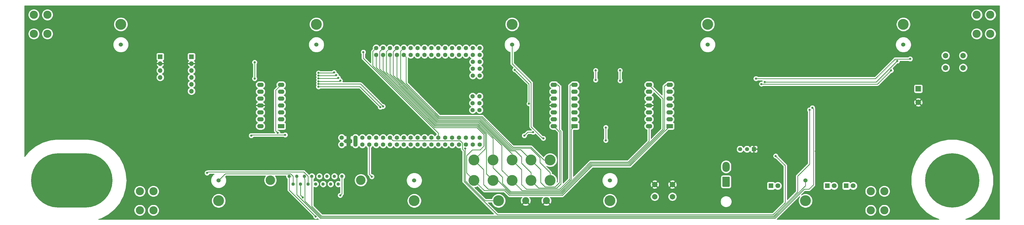
<source format=gbr>
%TF.GenerationSoftware,KiCad,Pcbnew,(5.1.6)-1*%
%TF.CreationDate,2021-05-10T16:49:00-07:00*%
%TF.ProjectId,NiCd Battery Shield - VP400KH,4e694364-2042-4617-9474-657279205368,1*%
%TF.SameCoordinates,Original*%
%TF.FileFunction,Copper,L2,Bot*%
%TF.FilePolarity,Positive*%
%FSLAX46Y46*%
G04 Gerber Fmt 4.6, Leading zero omitted, Abs format (unit mm)*
G04 Created by KiCad (PCBNEW (5.1.6)-1) date 2021-05-10 16:49:00*
%MOMM*%
%LPD*%
G01*
G04 APERTURE LIST*
%TA.AperFunction,ComponentPad*%
%ADD10C,20.000000*%
%TD*%
%TA.AperFunction,ComponentPad*%
%ADD11C,0.500000*%
%TD*%
%TA.AperFunction,ComponentPad*%
%ADD12O,30.000000X20.000000*%
%TD*%
%TA.AperFunction,ComponentPad*%
%ADD13C,1.250000*%
%TD*%
%TA.AperFunction,ComponentPad*%
%ADD14C,3.500000*%
%TD*%
%TA.AperFunction,ComponentPad*%
%ADD15C,2.000000*%
%TD*%
%TA.AperFunction,ComponentPad*%
%ADD16R,2.000000X2.000000*%
%TD*%
%TA.AperFunction,ComponentPad*%
%ADD17C,1.524000*%
%TD*%
%TA.AperFunction,ComponentPad*%
%ADD18C,4.000000*%
%TD*%
%TA.AperFunction,ComponentPad*%
%ADD19C,2.600000*%
%TD*%
%TA.AperFunction,ComponentPad*%
%ADD20C,1.800000*%
%TD*%
%TA.AperFunction,ComponentPad*%
%ADD21R,1.800000X1.800000*%
%TD*%
%TA.AperFunction,ComponentPad*%
%ADD22O,1.700000X1.700000*%
%TD*%
%TA.AperFunction,ComponentPad*%
%ADD23R,1.700000X1.700000*%
%TD*%
%TA.AperFunction,ComponentPad*%
%ADD24O,2.700000X3.700000*%
%TD*%
%TA.AperFunction,ComponentPad*%
%ADD25O,2.400000X1.600000*%
%TD*%
%TA.AperFunction,ComponentPad*%
%ADD26R,2.400000X1.600000*%
%TD*%
%TA.AperFunction,ComponentPad*%
%ADD27C,1.600000*%
%TD*%
%TA.AperFunction,ComponentPad*%
%ADD28R,1.500000X1.500000*%
%TD*%
%TA.AperFunction,ComponentPad*%
%ADD29C,1.500000*%
%TD*%
%TA.AperFunction,ComponentPad*%
%ADD30C,3.000000*%
%TD*%
%TA.AperFunction,ViaPad*%
%ADD31C,0.800000*%
%TD*%
%TA.AperFunction,Conductor*%
%ADD32C,1.500000*%
%TD*%
%TA.AperFunction,Conductor*%
%ADD33C,0.250000*%
%TD*%
%TA.AperFunction,Conductor*%
%ADD34C,0.254000*%
%TD*%
G04 APERTURE END LIST*
D10*
%TO.P,J1,1*%
%TO.N,BATTERY+*%
X382000000Y-185000000D03*
D11*
X382000000Y-178650000D03*
X379828172Y-179032952D03*
X377918299Y-180135618D03*
X376500739Y-181825000D03*
X375746471Y-183897334D03*
X375746471Y-186102666D03*
X376500739Y-188175000D03*
X377918299Y-189864382D03*
X379828172Y-190967048D03*
X382000000Y-191350000D03*
X384171828Y-190967048D03*
X386081701Y-189864382D03*
X387499261Y-188175000D03*
X388253529Y-186102666D03*
X388253529Y-183897334D03*
X387499261Y-181825000D03*
X386081701Y-180135618D03*
X384171828Y-179032952D03*
X382000000Y-177380000D03*
X379393807Y-177839542D03*
X377101958Y-179162741D03*
X375400886Y-181190000D03*
X374495765Y-183676801D03*
X374495765Y-186323199D03*
X375400886Y-188810000D03*
X377101958Y-190837259D03*
X379393807Y-192160458D03*
X382000000Y-192620000D03*
X384606193Y-192160458D03*
X386898042Y-190837259D03*
X388599114Y-188810000D03*
X389504235Y-186323199D03*
X389504235Y-183676801D03*
X388599114Y-181190000D03*
X386898042Y-179162741D03*
X384606193Y-177839542D03*
X382000000Y-176110000D03*
X378959441Y-176646133D03*
X376285618Y-178189865D03*
X374301034Y-180555000D03*
X373245059Y-183456268D03*
X373245059Y-186543732D03*
X374301034Y-189445000D03*
X376285618Y-191810135D03*
X378959441Y-193353867D03*
X382000000Y-193890000D03*
X385040559Y-193353867D03*
X387714382Y-191810135D03*
X389698966Y-189445000D03*
X390754941Y-186543732D03*
X390754941Y-183456268D03*
X389698966Y-180555000D03*
X387714382Y-178189865D03*
X385040559Y-176646133D03*
%TD*%
%TO.P,J12,1*%
%TO.N,BATTERY-*%
X58000000Y-193650000D03*
X58000000Y-191110000D03*
X60500000Y-192380000D03*
X60500000Y-191110000D03*
X60500000Y-193650000D03*
X58000000Y-192380000D03*
X55500000Y-193650000D03*
X55500000Y-191110000D03*
X55500000Y-192380000D03*
X58000000Y-178400000D03*
X58000000Y-177130000D03*
X58000000Y-175860000D03*
X60500000Y-178400000D03*
X60500000Y-175860000D03*
X60500000Y-177130000D03*
X55500000Y-178400000D03*
X55500000Y-177130000D03*
X55500000Y-175860000D03*
X68714382Y-191560135D03*
X63000000Y-191100000D03*
X63000000Y-178400000D03*
X65606193Y-177589542D03*
X63000000Y-192370000D03*
X69599114Y-188560000D03*
X66040559Y-176396133D03*
X68714382Y-177939865D03*
X70698966Y-180305000D03*
X63000000Y-177130000D03*
X63000000Y-193640000D03*
X70504235Y-183426801D03*
X68499261Y-187925000D03*
X65171828Y-178782952D03*
X71754941Y-183206268D03*
X70698966Y-189195000D03*
X66040559Y-193103867D03*
X63000000Y-175860000D03*
X67898042Y-178912741D03*
X69599114Y-180940000D03*
X70504235Y-186073199D03*
X67081701Y-189614382D03*
X68499261Y-181575000D03*
X67081701Y-179885618D03*
X65606193Y-191910458D03*
X65171828Y-190717048D03*
X67898042Y-190587259D03*
X69253529Y-183647334D03*
X71754941Y-186293732D03*
X69253529Y-185852666D03*
X47285618Y-191560135D03*
X44245059Y-186293732D03*
X46400886Y-188560000D03*
X53000000Y-191100000D03*
X46746471Y-183647334D03*
X53000000Y-178400000D03*
X46400886Y-180940000D03*
X48918299Y-189614382D03*
X53000000Y-192370000D03*
X53000000Y-177130000D03*
X53000000Y-193640000D03*
X50828172Y-178782952D03*
X50393807Y-177589542D03*
X50828172Y-190717048D03*
X49959441Y-193103867D03*
X45301034Y-189195000D03*
X45301034Y-180305000D03*
X45495765Y-183426801D03*
X47500739Y-181575000D03*
X47285618Y-177939865D03*
X47500739Y-187925000D03*
X49959441Y-176396133D03*
X53000000Y-175860000D03*
X48101958Y-178912741D03*
X50393807Y-191910458D03*
X48101958Y-190587259D03*
X46746471Y-185852666D03*
X48918299Y-179885618D03*
X44245059Y-183206268D03*
X45495765Y-186073199D03*
D12*
X58000000Y-185000000D03*
%TD*%
D13*
%TO.P,J6,15*%
%TO.N,Net-(J6-Pad15)*%
X156005000Y-186340000D03*
%TO.P,J6,14*%
%TO.N,Net-(J6-Pad14)*%
X153235000Y-186340000D03*
%TO.P,J6,13*%
%TO.N,Net-(J6-Pad13)*%
X150465000Y-186340000D03*
%TO.P,J6,12*%
%TO.N,Net-(J6-Pad12)*%
X147695000Y-186340000D03*
%TO.P,J6,11*%
%TO.N,BATTERY-*%
X144925000Y-186340000D03*
%TO.P,J6,10*%
%TO.N,Net-(F10-Pad1)*%
X142155000Y-186340000D03*
%TO.P,J6,9*%
%TO.N,Net-(F9-Pad1)*%
X139385000Y-186340000D03*
%TO.P,J6,8*%
%TO.N,Net-(F8-Pad1)*%
X157390000Y-183500000D03*
%TO.P,J6,7*%
%TO.N,Net-(F7-Pad1)*%
X154620000Y-183500000D03*
%TO.P,J6,6*%
%TO.N,Net-(F6-Pad1)*%
X151850000Y-183500000D03*
%TO.P,J6,5*%
%TO.N,Net-(F5-Pad1)*%
X149080000Y-183500000D03*
%TO.P,J6,4*%
%TO.N,Net-(F4-Pad1)*%
X146310000Y-183500000D03*
%TO.P,J6,3*%
%TO.N,Net-(F3-Pad1)*%
X143540000Y-183500000D03*
%TO.P,J6,2*%
%TO.N,Net-(F2-Pad1)*%
X140770000Y-183500000D03*
%TO.P,J6,1*%
%TO.N,BATTERY+*%
X138000000Y-183500000D03*
D14*
%TO.P,J6,*%
%TO.N,*%
X164345000Y-184920000D03*
X131045000Y-184920000D03*
%TD*%
D15*
%TO.P,C4,2*%
%TO.N,GND*%
X369500000Y-156250000D03*
D16*
%TO.P,C4,1*%
%TO.N,12VDC_BUS*%
X369500000Y-151250000D03*
%TD*%
D17*
%TO.P,J7,1*%
%TO.N,Net-(F6-Pad1)*%
X220000000Y-135000000D03*
%TD*%
D18*
%TO.P,TP19,1*%
%TO.N,/OP-AMPS/CELL10_FUSED*%
X76000000Y-127500000D03*
%TD*%
%TO.P,TP17,1*%
%TO.N,/OP-AMPS/CELL9_FUSED*%
X112000000Y-192500000D03*
%TD*%
%TO.P,TP14,1*%
%TO.N,/OP-AMPS/CELL8_FUSED*%
X148000000Y-127500000D03*
%TD*%
%TO.P,TP12,1*%
%TO.N,/OP-AMPS/CELL7_FUSED*%
X184000000Y-192500000D03*
%TD*%
%TO.P,TP10,1*%
%TO.N,/OP-AMPS/CELL6_FUSED*%
X220000000Y-127500000D03*
%TD*%
%TO.P,TP8,1*%
%TO.N,/OP-AMPS/CELL5_FUSED*%
X256000000Y-192500000D03*
%TD*%
%TO.P,TP6,1*%
%TO.N,/OP-AMPS/CELL4_FUSED*%
X292000000Y-127500000D03*
%TD*%
%TO.P,TP4,1*%
%TO.N,/OP-AMPS/CELL3_FUSED*%
X328000000Y-192500000D03*
%TD*%
%TO.P,TP2,1*%
%TO.N,/OP-AMPS/CELL2_FUSED*%
X364000000Y-127500000D03*
%TD*%
D19*
%TO.P,TP15,1*%
%TO.N,GND*%
X232620000Y-192500000D03*
X225000000Y-192500000D03*
%TD*%
D17*
%TO.P,J11,1*%
%TO.N,Net-(F10-Pad1)*%
X76000000Y-135000000D03*
%TD*%
%TO.P,J10,1*%
%TO.N,Net-(F9-Pad1)*%
X112000000Y-185000000D03*
%TD*%
%TO.P,J9,1*%
%TO.N,Net-(F8-Pad1)*%
X148000000Y-135000000D03*
%TD*%
%TO.P,J8,1*%
%TO.N,Net-(F7-Pad1)*%
X184000000Y-185000000D03*
%TD*%
%TO.P,J5,1*%
%TO.N,Net-(F5-Pad1)*%
X256000000Y-185000000D03*
%TD*%
%TO.P,J4,1*%
%TO.N,Net-(F4-Pad1)*%
X292000000Y-135000000D03*
%TD*%
%TO.P,J3,1*%
%TO.N,Net-(F3-Pad1)*%
X328000000Y-185000000D03*
%TD*%
%TO.P,J2,1*%
%TO.N,Net-(F2-Pad1)*%
X364000000Y-135000000D03*
%TD*%
D20*
%TO.P,D5,2*%
%TO.N,5V*%
X338540000Y-187000000D03*
D21*
%TO.P,D5,1*%
%TO.N,Net-(D5-Pad1)*%
X336000000Y-187000000D03*
%TD*%
D20*
%TO.P,D3,2*%
%TO.N,12VDC_BUS*%
X345540000Y-187000000D03*
D21*
%TO.P,D3,1*%
%TO.N,Net-(D3-Pad1)*%
X343000000Y-187000000D03*
%TD*%
D20*
%TO.P,D4,2*%
%TO.N,12VDC_BUS*%
X317790000Y-187000000D03*
D21*
%TO.P,D4,1*%
%TO.N,Net-(D4-Pad1)*%
X315250000Y-187000000D03*
%TD*%
D22*
%TO.P,J14,4*%
%TO.N,SCL*%
X90500000Y-147045001D03*
%TO.P,J14,3*%
%TO.N,SDA*%
X90500000Y-144505001D03*
%TO.P,J14,2*%
%TO.N,GND*%
X90500000Y-141965001D03*
D23*
%TO.P,J14,1*%
%TO.N,5V*%
X90500000Y-139425001D03*
%TD*%
D24*
%TO.P,J13,2*%
%TO.N,Net-(D6-Pad2)*%
X298750000Y-180000000D03*
%TO.P,J13,1*%
%TO.N,12VDC_BUS*%
%TA.AperFunction,ComponentPad*%
G36*
G01*
X300100000Y-183900001D02*
X300100000Y-187099999D01*
G75*
G02*
X299849999Y-187350000I-250001J0D01*
G01*
X297650001Y-187350000D01*
G75*
G02*
X297400000Y-187099999I0J250001D01*
G01*
X297400000Y-183900001D01*
G75*
G02*
X297650001Y-183650000I250001J0D01*
G01*
X299849999Y-183650000D01*
G75*
G02*
X300100000Y-183900001I0J-250001D01*
G01*
G37*
%TD.AperFunction*%
%TD*%
D22*
%TO.P,J15,6*%
%TO.N,CS*%
X102000000Y-152125001D03*
%TO.P,J15,5*%
%TO.N,SCK*%
X102000000Y-149585001D03*
%TO.P,J15,4*%
%TO.N,MOSI*%
X102000000Y-147045001D03*
%TO.P,J15,3*%
%TO.N,MISO*%
X102000000Y-144505001D03*
%TO.P,J15,2*%
%TO.N,GND*%
X102000000Y-141965001D03*
D23*
%TO.P,J15,1*%
%TO.N,5V*%
X102000000Y-139425001D03*
%TD*%
D15*
%TO.P,SW1,1*%
%TO.N,GND*%
X279000000Y-186500000D03*
%TO.P,SW1,2*%
%TO.N,Net-(SW1-Pad2)*%
X279000000Y-191000000D03*
%TO.P,SW1,1*%
%TO.N,GND*%
X272500000Y-186500000D03*
%TO.P,SW1,2*%
%TO.N,Net-(SW1-Pad2)*%
X272500000Y-191000000D03*
%TD*%
D25*
%TO.P,U1,14*%
%TO.N,A3*%
X270380000Y-165000000D03*
%TO.P,U1,7*%
%TO.N,A1*%
X278000000Y-149760000D03*
%TO.P,U1,13*%
%TO.N,Net-(R15-Pad2)*%
X270380000Y-162460000D03*
%TO.P,U1,6*%
%TO.N,Net-(R7-Pad2)*%
X278000000Y-152300000D03*
%TO.P,U1,12*%
%TO.N,Net-(R13-Pad1)*%
X270380000Y-159920000D03*
%TO.P,U1,5*%
%TO.N,Net-(R5-Pad1)*%
X278000000Y-154840000D03*
%TO.P,U1,11*%
%TO.N,GND*%
X270380000Y-157380000D03*
%TO.P,U1,4*%
%TO.N,12VDC_BUS*%
X278000000Y-157380000D03*
%TO.P,U1,10*%
%TO.N,Net-(R10-Pad2)*%
X270380000Y-154840000D03*
%TO.P,U1,3*%
%TO.N,Net-(R1-Pad1)*%
X278000000Y-159920000D03*
%TO.P,U1,9*%
%TO.N,Net-(R11-Pad2)*%
X270380000Y-152300000D03*
%TO.P,U1,2*%
%TO.N,Net-(R3-Pad2)*%
X278000000Y-162460000D03*
%TO.P,U1,8*%
%TO.N,A2*%
X270380000Y-149760000D03*
D26*
%TO.P,U1,1*%
%TO.N,A0*%
X278000000Y-165000000D03*
%TD*%
D25*
%TO.P,U2,14*%
%TO.N,A7*%
X235380000Y-165000000D03*
%TO.P,U2,7*%
%TO.N,A5*%
X243000000Y-149760000D03*
%TO.P,U2,13*%
%TO.N,Net-(R31-Pad2)*%
X235380000Y-162460000D03*
%TO.P,U2,6*%
%TO.N,Net-(R23-Pad2)*%
X243000000Y-152300000D03*
%TO.P,U2,12*%
%TO.N,Net-(R29-Pad1)*%
X235380000Y-159920000D03*
%TO.P,U2,5*%
%TO.N,Net-(R21-Pad1)*%
X243000000Y-154840000D03*
%TO.P,U2,11*%
%TO.N,GND*%
X235380000Y-157380000D03*
%TO.P,U2,4*%
%TO.N,12VDC_BUS*%
X243000000Y-157380000D03*
%TO.P,U2,10*%
%TO.N,Net-(R25-Pad1)*%
X235380000Y-154840000D03*
%TO.P,U2,3*%
%TO.N,Net-(R17-Pad1)*%
X243000000Y-159920000D03*
%TO.P,U2,9*%
%TO.N,Net-(R27-Pad2)*%
X235380000Y-152300000D03*
%TO.P,U2,2*%
%TO.N,Net-(R19-Pad2)*%
X243000000Y-162460000D03*
%TO.P,U2,8*%
%TO.N,A6*%
X235380000Y-149760000D03*
D26*
%TO.P,U2,1*%
%TO.N,A4*%
X243000000Y-165000000D03*
%TD*%
D25*
%TO.P,U3,14*%
%TO.N,N/C*%
X127380000Y-165000000D03*
%TO.P,U3,7*%
%TO.N,A9*%
X135000000Y-149760000D03*
%TO.P,U3,13*%
%TO.N,N/C*%
X127380000Y-162460000D03*
%TO.P,U3,6*%
%TO.N,Net-(R39-Pad2)*%
X135000000Y-152300000D03*
%TO.P,U3,12*%
%TO.N,N/C*%
X127380000Y-159920000D03*
%TO.P,U3,5*%
%TO.N,Net-(R37-Pad1)*%
X135000000Y-154840000D03*
%TO.P,U3,11*%
%TO.N,GND*%
X127380000Y-157380000D03*
%TO.P,U3,4*%
%TO.N,12VDC_BUS*%
X135000000Y-157380000D03*
%TO.P,U3,10*%
%TO.N,N/C*%
X127380000Y-154840000D03*
%TO.P,U3,3*%
%TO.N,Net-(R33-Pad1)*%
X135000000Y-159920000D03*
%TO.P,U3,9*%
%TO.N,N/C*%
X127380000Y-152300000D03*
%TO.P,U3,2*%
%TO.N,Net-(R35-Pad2)*%
X135000000Y-162460000D03*
%TO.P,U3,8*%
%TO.N,N/C*%
X127380000Y-149760000D03*
D26*
%TO.P,U3,1*%
%TO.N,A8*%
X135000000Y-165000000D03*
%TD*%
D27*
%TO.P,U4,74*%
%TO.N,Net-(U4-Pad74)*%
X208100000Y-138760000D03*
%TO.P,U4,73*%
%TO.N,Net-(U4-Pad73)*%
X208100000Y-136220000D03*
%TO.P,U4,72*%
%TO.N,Net-(U4-Pad72)*%
X205560000Y-138760000D03*
%TO.P,U4,71*%
%TO.N,Net-(U4-Pad71)*%
X205560000Y-136220000D03*
%TO.P,U4,70*%
%TO.N,Net-(U4-Pad70)*%
X203020000Y-138760000D03*
%TO.P,U4,69*%
%TO.N,Net-(U4-Pad69)*%
X203020000Y-136220000D03*
%TO.P,U4,68*%
%TO.N,Net-(U4-Pad68)*%
X200480000Y-138760000D03*
%TO.P,U4,67*%
%TO.N,Net-(U4-Pad67)*%
X200480000Y-136220000D03*
%TO.P,U4,66*%
%TO.N,Net-(U4-Pad66)*%
X197940000Y-138760000D03*
%TO.P,U4,65*%
%TO.N,Net-(U4-Pad65)*%
X197940000Y-136220000D03*
%TO.P,U4,64*%
%TO.N,Net-(U4-Pad64)*%
X195400000Y-138760000D03*
%TO.P,U4,63*%
%TO.N,Net-(U4-Pad63)*%
X195400000Y-136220000D03*
%TO.P,U4,62*%
%TO.N,Net-(U4-Pad62)*%
X192860000Y-138760000D03*
%TO.P,U4,61*%
%TO.N,Net-(U4-Pad61)*%
X192860000Y-136220000D03*
%TO.P,U4,60*%
%TO.N,Net-(U4-Pad60)*%
X190320000Y-138760000D03*
%TO.P,U4,59*%
%TO.N,Net-(U4-Pad59)*%
X190320000Y-136220000D03*
%TO.P,U4,58*%
%TO.N,Net-(U4-Pad58)*%
X187780000Y-138760000D03*
%TO.P,U4,57*%
%TO.N,Net-(U4-Pad57)*%
X187780000Y-136220000D03*
%TO.P,U4,56*%
%TO.N,Net-(U4-Pad56)*%
X185240000Y-138760000D03*
%TO.P,U4,55*%
%TO.N,Net-(U4-Pad55)*%
X185240000Y-136220000D03*
%TO.P,U4,54*%
%TO.N,Net-(U4-Pad54)*%
X182700000Y-138760000D03*
%TO.P,U4,53*%
%TO.N,Net-(U4-Pad53)*%
X182700000Y-136220000D03*
%TO.P,U4,52*%
%TO.N,A9*%
X180160000Y-138760000D03*
%TO.P,U4,51*%
%TO.N,A8*%
X180160000Y-136220000D03*
%TO.P,U4,50*%
%TO.N,A7*%
X177620000Y-138760000D03*
%TO.P,U4,49*%
%TO.N,A6*%
X177620000Y-136220000D03*
%TO.P,U4,48*%
%TO.N,A5*%
X175080000Y-138760000D03*
%TO.P,U4,47*%
%TO.N,A4*%
X175080000Y-136220000D03*
%TO.P,U4,46*%
%TO.N,A3*%
X172540000Y-138760000D03*
%TO.P,U4,45*%
%TO.N,A2*%
X172540000Y-136220000D03*
%TO.P,U4,44*%
%TO.N,A1*%
X170000000Y-138760000D03*
%TO.P,U4,42*%
%TO.N,Net-(U4-Pad42)*%
X208100000Y-171780000D03*
%TO.P,U4,41*%
%TO.N,Net-(U4-Pad41)*%
X208100000Y-169240000D03*
%TO.P,U4,40*%
%TO.N,Net-(U4-Pad40)*%
X205560000Y-171780000D03*
%TO.P,U4,39*%
%TO.N,Net-(U4-Pad39)*%
X205560000Y-169240000D03*
%TO.P,U4,38*%
%TO.N,Net-(U4-Pad38)*%
X203020000Y-171780000D03*
%TO.P,U4,37*%
%TO.N,Net-(U4-Pad37)*%
X203020000Y-169240000D03*
%TO.P,U4,36*%
%TO.N,Net-(U4-Pad36)*%
X200480000Y-171780000D03*
%TO.P,U4,35*%
%TO.N,Net-(U4-Pad35)*%
X200480000Y-169240000D03*
%TO.P,U4,34*%
%TO.N,Net-(U4-Pad34)*%
X197940000Y-171780000D03*
%TO.P,U4,33*%
%TO.N,Net-(U4-Pad33)*%
X197940000Y-169240000D03*
%TO.P,U4,32*%
%TO.N,SCL*%
X195400000Y-171780000D03*
%TO.P,U4,31*%
%TO.N,SDA*%
X195400000Y-169240000D03*
%TO.P,U4,30*%
%TO.N,Net-(U4-Pad30)*%
X192860000Y-171780000D03*
%TO.P,U4,29*%
%TO.N,STATUS_CHECK*%
X192860000Y-169240000D03*
%TO.P,U4,28*%
%TO.N,Net-(U4-Pad28)*%
X190320000Y-171780000D03*
%TO.P,U4,27*%
%TO.N,Net-(U4-Pad27)*%
X190320000Y-169240000D03*
%TO.P,U4,26*%
%TO.N,Net-(U4-Pad26)*%
X187780000Y-171780000D03*
%TO.P,U4,25*%
%TO.N,Net-(U4-Pad25)*%
X187780000Y-169240000D03*
%TO.P,U4,24*%
%TO.N,Net-(U4-Pad24)*%
X185240000Y-171780000D03*
%TO.P,U4,23*%
%TO.N,Net-(U4-Pad23)*%
X185240000Y-169240000D03*
%TO.P,U4,22*%
%TO.N,Net-(U4-Pad22)*%
X182700000Y-171780000D03*
%TO.P,U4,21*%
%TO.N,Net-(U4-Pad21)*%
X182700000Y-169240000D03*
%TO.P,U4,20*%
%TO.N,Net-(U4-Pad20)*%
X180160000Y-171780000D03*
%TO.P,U4,19*%
%TO.N,Net-(U4-Pad19)*%
X180160000Y-169240000D03*
%TO.P,U4,18*%
%TO.N,Net-(U4-Pad18)*%
X177620000Y-171780000D03*
%TO.P,U4,17*%
%TO.N,Net-(U4-Pad17)*%
X177620000Y-169240000D03*
%TO.P,U4,16*%
%TO.N,Net-(U4-Pad16)*%
X175080000Y-171780000D03*
%TO.P,U4,15*%
%TO.N,CHARGE_CONTROL_SIGNAL*%
X175080000Y-169240000D03*
%TO.P,U4,14*%
%TO.N,Net-(U4-Pad14)*%
X172540000Y-171780000D03*
%TO.P,U4,13*%
%TO.N,DATA*%
X172540000Y-169240000D03*
%TO.P,U4,12*%
%TO.N,Net-(U4-Pad12)*%
X170000000Y-171780000D03*
%TO.P,U4,11*%
%TO.N,Net-(U4-Pad11)*%
X170000000Y-169240000D03*
%TO.P,U4,10*%
%TO.N,Net-(SW1-Pad2)*%
X167460000Y-171780000D03*
%TO.P,U4,9*%
%TO.N,AREF*%
X167460000Y-169240000D03*
%TO.P,U4,8*%
%TO.N,3V3*%
X164920000Y-171780000D03*
%TO.P,U4,7*%
X164920000Y-169240000D03*
%TO.P,U4,6*%
%TO.N,5V*%
X162380000Y-171780000D03*
%TO.P,U4,5*%
X162380000Y-169240000D03*
%TO.P,U4,4*%
%TO.N,GND*%
X159840000Y-171780000D03*
%TO.P,U4,3*%
X159840000Y-169240000D03*
%TO.P,U4,2*%
%TO.N,Net-(U4-Pad2)*%
X157300000Y-171780000D03*
%TO.P,U4,85*%
%TO.N,Net-(U4-Pad85)*%
X208040000Y-159080000D03*
%TO.P,U4,83*%
%TO.N,Net-(U4-Pad83)*%
X208040000Y-156540000D03*
%TO.P,U4,81*%
%TO.N,Net-(U4-Pad81)*%
X208040000Y-154000000D03*
%TO.P,U4,86*%
%TO.N,Net-(U4-Pad86)*%
X205500000Y-159080000D03*
%TO.P,U4,84*%
%TO.N,Net-(U4-Pad84)*%
X205500000Y-156540000D03*
%TO.P,U4,82*%
%TO.N,Net-(U4-Pad82)*%
X205500000Y-154000000D03*
%TO.P,U4,79*%
%TO.N,SCK*%
X208100000Y-146380000D03*
%TO.P,U4,77*%
%TO.N,MISO*%
X208100000Y-143840000D03*
%TO.P,U4,75*%
%TO.N,Net-(U4-Pad75)*%
X208100000Y-141300000D03*
%TO.P,U4,80*%
%TO.N,CS*%
X205560000Y-146380000D03*
%TO.P,U4,78*%
%TO.N,MOSI*%
X205560000Y-143840000D03*
%TO.P,U4,76*%
%TO.N,Net-(U4-Pad76)*%
X205560000Y-141300000D03*
%TO.P,U4,43*%
%TO.N,A0*%
X170000000Y-136220000D03*
%TO.P,U4,1*%
%TO.N,Net-(U4-Pad1)*%
X157300000Y-169240000D03*
%TD*%
D28*
%TO.P,Q2,1*%
%TO.N,GND*%
X309000000Y-173500000D03*
D29*
%TO.P,Q2,3*%
%TO.N,Net-(D6-Pad2)*%
X303920000Y-173500000D03*
%TO.P,Q2,2*%
%TO.N,Net-(Q1-Pad2)*%
X306460000Y-173500000D03*
%TD*%
D18*
%TO.P,TP1,1*%
%TO.N,A0*%
X206000000Y-185000000D03*
%TD*%
%TO.P,TP3,1*%
%TO.N,A1*%
X206000000Y-177500000D03*
%TD*%
%TO.P,TP5,1*%
%TO.N,A2*%
X213000000Y-185000000D03*
%TD*%
%TO.P,TP7,1*%
%TO.N,A3*%
X213000000Y-177500000D03*
%TD*%
%TO.P,TP9,1*%
%TO.N,A4*%
X220000000Y-185000000D03*
%TD*%
%TO.P,TP11,1*%
%TO.N,A5*%
X220000000Y-177500000D03*
%TD*%
%TO.P,TP13,1*%
%TO.N,A6*%
X227000000Y-185000000D03*
%TD*%
%TO.P,TP16,1*%
%TO.N,A7*%
X227000000Y-177500000D03*
%TD*%
%TO.P,TP18,1*%
%TO.N,A8*%
X234000000Y-185000000D03*
%TD*%
%TO.P,TP20,1*%
%TO.N,A9*%
X234000000Y-177500000D03*
%TD*%
%TO.P,TP21,1*%
%TO.N,5V*%
X215000000Y-192500000D03*
%TD*%
D30*
%TO.P,H1,1*%
%TO.N,N/C*%
X49000000Y-131000000D03*
X44000000Y-131000000D03*
X49000000Y-124000000D03*
X44000000Y-124000000D03*
%TD*%
%TO.P,H2,1*%
%TO.N,N/C*%
X88000000Y-196000000D03*
X83000000Y-196000000D03*
X88000000Y-189000000D03*
X83000000Y-189000000D03*
%TD*%
%TO.P,H3,1*%
%TO.N,N/C*%
X396000000Y-131000000D03*
X391000000Y-131000000D03*
X396000000Y-124000000D03*
X391000000Y-124000000D03*
%TD*%
%TO.P,H4,1*%
%TO.N,N/C*%
X357000000Y-196000000D03*
X352000000Y-196000000D03*
X357000000Y-189000000D03*
X352000000Y-189000000D03*
%TD*%
D15*
%TO.P,SW2,2*%
%TO.N,STATUS_CHECK*%
X386000000Y-139000000D03*
%TO.P,SW2,1*%
%TO.N,5V*%
X386000000Y-143500000D03*
%TO.P,SW2,2*%
%TO.N,STATUS_CHECK*%
X379500000Y-139000000D03*
%TO.P,SW2,1*%
%TO.N,5V*%
X379500000Y-143500000D03*
%TD*%
D31*
%TO.N,5V*%
X202750000Y-173250000D03*
%TO.N,/OP-AMPS/CELL1_FUSED*%
X359500000Y-144500000D03*
X311750000Y-149500000D03*
%TO.N,Net-(F2-Pad1)*%
X330500000Y-158250000D03*
%TO.N,/OP-AMPS/CELL2_FUSED*%
X361750000Y-141000000D03*
X313000000Y-148750000D03*
%TO.N,/OP-AMPS/CELL4_FUSED*%
X259750000Y-144499994D03*
X259750000Y-148250000D03*
%TO.N,Net-(F4-Pad1)*%
X329500000Y-159000000D03*
%TO.N,/OP-AMPS/CELL5_FUSED*%
X254500000Y-165500000D03*
X254500000Y-170250000D03*
%TO.N,/OP-AMPS/CELL6_FUSED*%
X250750000Y-144500008D03*
X250750000Y-148000000D03*
%TO.N,/OP-AMPS/CELL8_FUSED*%
X221000000Y-144250000D03*
X226250000Y-156750000D03*
%TO.N,/OP-AMPS/CELL9_FUSED*%
X224500000Y-168500000D03*
X227750000Y-167250000D03*
X136500000Y-168250000D03*
X124000000Y-168500000D03*
%TO.N,SDA*%
X148762666Y-149487347D03*
X172500000Y-157750000D03*
%TO.N,SCL*%
X148750000Y-150500015D03*
X171500000Y-158000000D03*
%TO.N,MISO*%
X148773806Y-145416219D03*
X154500000Y-145250000D03*
%TO.N,MOSI*%
X148773456Y-146441174D03*
X155250000Y-146250000D03*
%TO.N,SCK*%
X148772138Y-147465162D03*
X156000000Y-147250000D03*
%TO.N,CS*%
X148769026Y-148487356D03*
X156750000Y-148250000D03*
%TO.N,A9*%
X133750000Y-167500000D03*
%TO.N,CHARGE_CONTROL_SIGNAL*%
X317000000Y-176000000D03*
%TO.N,Net-(SW1-Pad2)*%
X168375000Y-183625000D03*
%TO.N,DATA*%
X309750000Y-147500000D03*
X366500000Y-140250000D03*
%TO.N,BATTERY+*%
X147725929Y-198274071D03*
%TO.N,BATTERY-*%
X107750000Y-182250000D03*
%TO.N,Net-(F6-Pad1)*%
X231500000Y-169500000D03*
%TO.N,Net-(F8-Pad1)*%
X156750000Y-190500000D03*
X125250000Y-147500000D03*
X125250000Y-141500000D03*
%TO.N,Net-(F10-Pad1)*%
X143000000Y-191250000D03*
%TO.N,GND*%
X288500000Y-157250000D03*
X253250000Y-157250000D03*
X145500000Y-157250000D03*
X384500000Y-131000000D03*
X350500000Y-129000000D03*
X314500000Y-129000000D03*
X278500000Y-129000000D03*
X242500000Y-129000000D03*
X206500000Y-129000000D03*
X170500000Y-129000000D03*
X134500000Y-129000000D03*
X98500000Y-129000000D03*
X62500000Y-129000000D03*
X53000000Y-162500000D03*
X53000000Y-158000000D03*
X63000000Y-158000000D03*
X63000000Y-162500000D03*
X63000000Y-160250000D03*
X53000000Y-160250000D03*
X55500000Y-158000000D03*
X58000000Y-158000000D03*
X60500000Y-158000000D03*
X348000000Y-184000000D03*
X331750000Y-174250000D03*
X334250000Y-174250000D03*
X336750000Y-174250000D03*
X339250000Y-174250000D03*
X341750000Y-174250000D03*
X344250000Y-174250000D03*
X359000000Y-174250000D03*
X359000000Y-171750000D03*
X359000000Y-169250000D03*
X359000000Y-166750000D03*
X314750000Y-179500000D03*
X310250000Y-179500000D03*
X308250000Y-181250000D03*
X173250000Y-163000000D03*
X142487342Y-147762662D03*
X341250000Y-183999990D03*
%TO.N,STATUS_CHECK*%
X165250000Y-137750000D03*
%TD*%
D32*
%TO.N,5V*%
X162380000Y-171780000D02*
X162380000Y-169240000D01*
D33*
X215000000Y-192500000D02*
X210058998Y-192500000D01*
X210058998Y-192500000D02*
X202750000Y-185191002D01*
X202750000Y-185191002D02*
X202750000Y-173250000D01*
%TO.N,/OP-AMPS/CELL1_FUSED*%
X359500000Y-144500000D02*
X354500000Y-149500000D01*
X354500000Y-149500000D02*
X311750000Y-149500000D01*
%TO.N,Net-(F2-Pad1)*%
X140770000Y-183500000D02*
X140770000Y-190292822D01*
X140770000Y-190292822D02*
X149477178Y-199000000D01*
X329261381Y-188250000D02*
X330899999Y-186611382D01*
X149477178Y-199000000D02*
X316750000Y-199000000D01*
X330899999Y-158649999D02*
X330500000Y-158250000D01*
X316750000Y-199000000D02*
X327500000Y-188250000D01*
X327500000Y-188250000D02*
X329261381Y-188250000D01*
X330899999Y-186611382D02*
X330899999Y-158649999D01*
%TO.N,/OP-AMPS/CELL2_FUSED*%
X354000000Y-148750000D02*
X313000000Y-148750000D01*
X361750000Y-141000000D02*
X354000000Y-148750000D01*
%TO.N,Net-(F3-Pad1)*%
X143725002Y-192611413D02*
X143725002Y-184568885D01*
X328000000Y-185000000D02*
X328000000Y-187000000D01*
X149663578Y-198549989D02*
X143725002Y-192611413D01*
X328000000Y-187000000D02*
X316450012Y-198549989D01*
X143725002Y-184568885D02*
X143540000Y-184383883D01*
X143540000Y-184383883D02*
X143540000Y-183500000D01*
X316450012Y-198549989D02*
X149663578Y-198549989D01*
%TO.N,/OP-AMPS/CELL4_FUSED*%
X259750000Y-144499994D02*
X259750000Y-148250000D01*
%TO.N,Net-(F4-Pad1)*%
X146310000Y-184383883D02*
X146310000Y-183500000D01*
X146310000Y-194560000D02*
X146310000Y-184383883D01*
X316263612Y-198099978D02*
X149849978Y-198099978D01*
X325112999Y-189250591D02*
X316263612Y-198099978D01*
X149849978Y-198099978D02*
X146310000Y-194560000D01*
X329500000Y-179000000D02*
X325112999Y-183387001D01*
X329500000Y-159000000D02*
X329500000Y-179000000D01*
X325112999Y-183387001D02*
X325112999Y-189250591D01*
%TO.N,/OP-AMPS/CELL5_FUSED*%
X254500000Y-169250000D02*
X254500000Y-165500000D01*
X254500000Y-170250000D02*
X254500000Y-169250000D01*
%TO.N,/OP-AMPS/CELL6_FUSED*%
X250750000Y-144500008D02*
X250750000Y-147750000D01*
X250750000Y-147750000D02*
X250750000Y-148000000D01*
%TO.N,/OP-AMPS/CELL8_FUSED*%
X226250000Y-149500000D02*
X226250000Y-156750000D01*
X221000000Y-144250000D02*
X226250000Y-149500000D01*
%TO.N,/OP-AMPS/CELL9_FUSED*%
X224500000Y-168500000D02*
X225750000Y-167250000D01*
X225750000Y-167250000D02*
X227750000Y-167250000D01*
X124250000Y-168250000D02*
X124000000Y-168500000D01*
X136500000Y-168250000D02*
X124250000Y-168250000D01*
%TO.N,SDA*%
X148762666Y-149487347D02*
X164237347Y-149487347D01*
X164237347Y-149487347D02*
X172500000Y-157750000D01*
%TO.N,SCL*%
X148750000Y-150500015D02*
X164000015Y-150500015D01*
X164000015Y-150500015D02*
X171500000Y-158000000D01*
%TO.N,MISO*%
X148773806Y-145416219D02*
X154333781Y-145416219D01*
X154333781Y-145416219D02*
X154500000Y-145250000D01*
%TO.N,MOSI*%
X148773456Y-146441174D02*
X155058826Y-146441174D01*
X155058826Y-146441174D02*
X155250000Y-146250000D01*
%TO.N,SCK*%
X148772138Y-147465162D02*
X155784838Y-147465162D01*
X155784838Y-147465162D02*
X156000000Y-147250000D01*
%TO.N,CS*%
X148769026Y-148487356D02*
X156512644Y-148487356D01*
X156512644Y-148487356D02*
X156750000Y-148250000D01*
%TO.N,A0*%
X219000000Y-190500000D02*
X217250000Y-188750000D01*
X238500000Y-190500000D02*
X219000000Y-190500000D01*
X263399969Y-179600033D02*
X249399967Y-179600033D01*
X278000000Y-165000000D02*
X263399969Y-179600033D01*
X249399967Y-179600033D02*
X238500000Y-190500000D01*
X209750000Y-188750000D02*
X206000000Y-185000000D01*
X217250000Y-188750000D02*
X209750000Y-188750000D01*
X205404499Y-173750000D02*
X208250000Y-173750000D01*
X207045135Y-165500005D02*
X191500000Y-165500002D01*
X168750000Y-137470000D02*
X170000000Y-136220000D01*
X203250000Y-175904499D02*
X205404499Y-173750000D01*
X168750000Y-142750002D02*
X168750000Y-137470000D01*
X209649967Y-168104838D02*
X207045135Y-165500005D01*
X208250000Y-173750000D02*
X209649967Y-172350033D01*
X191500000Y-165500002D02*
X168750000Y-142750002D01*
X206000000Y-185000000D02*
X203250000Y-182250000D01*
X203250000Y-182250000D02*
X203250000Y-175904499D01*
X209649967Y-172350033D02*
X209649967Y-168104838D01*
%TO.N,A1*%
X278000000Y-149760000D02*
X276550000Y-149760000D01*
X238313600Y-190049989D02*
X219186399Y-190049989D01*
X217386410Y-188250000D02*
X211250000Y-188250000D01*
X276550000Y-149760000D02*
X275950011Y-150359989D01*
X209500000Y-186500000D02*
X209500000Y-181000000D01*
X209500000Y-181000000D02*
X206000000Y-177500000D01*
X211250000Y-188250000D02*
X209500000Y-186500000D01*
X219186399Y-190049989D02*
X217386410Y-188250000D01*
X249213567Y-179150022D02*
X238313600Y-190049989D01*
X263213569Y-179150022D02*
X249213567Y-179150022D01*
X275950011Y-166413580D02*
X263213569Y-179150022D01*
X275950011Y-150359989D02*
X275950011Y-166413580D01*
X207231535Y-165049995D02*
X191686400Y-165049991D01*
X210099978Y-167918439D02*
X207231535Y-165049995D01*
X206000000Y-177500000D02*
X210099978Y-173400022D01*
X210099978Y-173400022D02*
X210099978Y-167918439D01*
X170000000Y-143363590D02*
X170000000Y-138760000D01*
X191686400Y-165049991D02*
X170000000Y-143363590D01*
%TO.N,A2*%
X270380000Y-149760000D02*
X275500000Y-154880000D01*
X249027167Y-178700011D02*
X238127200Y-189599978D01*
X275500000Y-154880000D02*
X275500000Y-166227180D01*
X219372798Y-189599978D02*
X214772820Y-185000000D01*
X238127200Y-189599978D02*
X219372798Y-189599978D01*
X263027169Y-178700011D02*
X249027167Y-178700011D01*
X275500000Y-166227180D02*
X263027169Y-178700011D01*
X214772820Y-185000000D02*
X213000000Y-185000000D01*
X210549989Y-182549989D02*
X210549989Y-167732040D01*
X207417935Y-164599985D02*
X191872800Y-164599980D01*
X210549989Y-167732040D02*
X207417935Y-164599985D01*
X191872800Y-164599980D02*
X171250000Y-143977180D01*
X171250000Y-137510000D02*
X172540000Y-136220000D01*
X213000000Y-185000000D02*
X210549989Y-182549989D01*
X171250000Y-143977180D02*
X171250000Y-137510000D01*
%TO.N,A3*%
X213000000Y-180328427D02*
X213000000Y-177500000D01*
X216500000Y-183828427D02*
X213000000Y-180328427D01*
X216500000Y-186090770D02*
X216500000Y-183828427D01*
X219559197Y-189149967D02*
X216500000Y-186090770D01*
X270380000Y-170620000D02*
X262750000Y-178250000D01*
X270380000Y-165000000D02*
X270380000Y-170620000D01*
X262750000Y-178250000D02*
X248840767Y-178250000D01*
X248840767Y-178250000D02*
X237940800Y-189149967D01*
X237940800Y-189149967D02*
X219559197Y-189149967D01*
X213000000Y-169545640D02*
X207604336Y-164149976D01*
X192081510Y-164149976D02*
X172540000Y-144608466D01*
X207604336Y-164149976D02*
X192081510Y-164149976D01*
X172540000Y-144608466D02*
X172540000Y-139891370D01*
X172540000Y-139891370D02*
X172540000Y-138760000D01*
X213000000Y-177500000D02*
X213000000Y-169545640D01*
%TO.N,A4*%
X237686455Y-188699956D02*
X223699956Y-188699956D01*
X241750000Y-184636411D02*
X237686455Y-188699956D01*
X243000000Y-165000000D02*
X241750000Y-166250000D01*
X223699956Y-188699956D02*
X220000000Y-185000000D01*
X241750000Y-166250000D02*
X241750000Y-184636411D01*
X192267910Y-163699965D02*
X178709944Y-150141999D01*
X216250000Y-172159232D02*
X207790735Y-163699965D01*
X220000000Y-185000000D02*
X216250000Y-181250000D01*
X178709944Y-150084945D02*
X173750000Y-145125000D01*
X173750000Y-137550000D02*
X175080000Y-136220000D01*
X207790735Y-163699965D02*
X192267910Y-163699965D01*
X173750000Y-145125000D02*
X173750000Y-137550000D01*
X178709944Y-150141999D02*
X178709944Y-150084945D01*
X216250000Y-181250000D02*
X216250000Y-172159232D01*
%TO.N,A5*%
X221999999Y-179499999D02*
X220000000Y-177500000D01*
X223500000Y-186500000D02*
X223500000Y-181000000D01*
X225249945Y-188249945D02*
X223500000Y-186500000D01*
X241550000Y-149760000D02*
X241250000Y-150060000D01*
X243000000Y-149760000D02*
X241550000Y-149760000D01*
X241250000Y-150060000D02*
X241250000Y-184500000D01*
X223500000Y-181000000D02*
X221999999Y-179499999D01*
X241250000Y-184500000D02*
X237500055Y-188249945D01*
X237500055Y-188249945D02*
X225249945Y-188249945D01*
X192454310Y-163249954D02*
X179159955Y-149955599D01*
X207977134Y-163249954D02*
X192454310Y-163249954D01*
X220000000Y-175272820D02*
X207977134Y-163249954D01*
X179159955Y-149955599D02*
X179159955Y-149898546D01*
X179159955Y-149898546D02*
X175080000Y-145818590D01*
X175080000Y-145818590D02*
X175080000Y-138760000D01*
X220000000Y-177500000D02*
X220000000Y-175272820D01*
%TO.N,A6*%
X237500000Y-150430000D02*
X237500000Y-166483589D01*
X237950011Y-166933600D02*
X237950011Y-186299989D01*
X236450066Y-187799934D02*
X229799934Y-187799934D01*
X237500000Y-166483589D02*
X237950011Y-166933600D01*
X237950011Y-186299989D02*
X236450066Y-187799934D01*
X236830000Y-149760000D02*
X237500000Y-150430000D01*
X235380000Y-149760000D02*
X236830000Y-149760000D01*
X229799934Y-187799934D02*
X227000000Y-185000000D01*
X192640710Y-162799943D02*
X179609966Y-149769199D01*
X179609966Y-149769199D02*
X179609966Y-149712147D01*
X179609966Y-149712147D02*
X176250000Y-146352180D01*
X208163533Y-162799943D02*
X192640710Y-162799943D01*
X176250000Y-146352180D02*
X176250000Y-137590000D01*
X219463622Y-174100033D02*
X208163533Y-162799943D01*
X221225033Y-174100033D02*
X219463622Y-174100033D01*
X176250000Y-137590000D02*
X177620000Y-136220000D01*
X223500000Y-176375000D02*
X221225033Y-174100033D01*
X223500000Y-178671573D02*
X223500000Y-176375000D01*
X227000000Y-182171573D02*
X223500000Y-178671573D01*
X227000000Y-185000000D02*
X227000000Y-182171573D01*
%TO.N,A7*%
X230500000Y-185750000D02*
X230500000Y-181000000D01*
X235900077Y-187349923D02*
X232099923Y-187349923D01*
X230500000Y-181000000D02*
X227000000Y-177500000D01*
X232099923Y-187349923D02*
X230500000Y-185750000D01*
X237500000Y-167120000D02*
X237500000Y-185750000D01*
X235380000Y-165000000D02*
X237500000Y-167120000D01*
X237500000Y-185750000D02*
X235900077Y-187349923D01*
X192827110Y-162349932D02*
X180059977Y-149582799D01*
X208349932Y-162349932D02*
X192827110Y-162349932D01*
X180059977Y-149525748D02*
X177620000Y-147085770D01*
X219650022Y-173650022D02*
X208349932Y-162349932D01*
X227000000Y-177500000D02*
X223150022Y-173650022D01*
X223150022Y-173650022D02*
X219650022Y-173650022D01*
X177620000Y-147085770D02*
X177620000Y-138760000D01*
X180059977Y-149582799D02*
X180059977Y-149525748D01*
%TO.N,A8*%
X230250000Y-178421573D02*
X230250000Y-176636410D01*
X193013510Y-161899921D02*
X180509988Y-149396399D01*
X230250000Y-176636410D02*
X226813601Y-173200011D01*
X234000000Y-185000000D02*
X234000000Y-182171573D01*
X208649921Y-161899921D02*
X193013510Y-161899921D01*
X180509988Y-149339349D02*
X179000000Y-147829360D01*
X180509988Y-149396399D02*
X180509988Y-149339349D01*
X179000000Y-147829360D02*
X179000000Y-137380000D01*
X234000000Y-182171573D02*
X230250000Y-178421573D01*
X226813601Y-173200011D02*
X219950011Y-173200011D01*
X179000000Y-137380000D02*
X180160000Y-136220000D01*
X219950011Y-173200011D02*
X208649921Y-161899921D01*
%TO.N,A9*%
X180959999Y-139559999D02*
X180160000Y-138760000D01*
X180959999Y-149209999D02*
X180959999Y-139559999D01*
X193199910Y-161449910D02*
X180959999Y-149209999D01*
X208949910Y-161449910D02*
X193199910Y-161449910D01*
X220250000Y-172750000D02*
X208949910Y-161449910D01*
X227000000Y-172750000D02*
X220250000Y-172750000D01*
X231750000Y-177500000D02*
X227000000Y-172750000D01*
X234000000Y-177500000D02*
X231750000Y-177500000D01*
X135000000Y-149760000D02*
X133000000Y-151760000D01*
X133000000Y-166750000D02*
X133750000Y-167500000D01*
X133000000Y-151760000D02*
X133000000Y-166750000D01*
%TO.N,CHARGE_CONTROL_SIGNAL*%
X320500000Y-179500000D02*
X317000000Y-176000000D01*
X316077212Y-197649968D02*
X320500000Y-193227180D01*
X214572556Y-197649968D02*
X316077212Y-197649968D01*
X202299991Y-185377403D02*
X214572556Y-197649968D01*
X202299991Y-174049991D02*
X202299991Y-185377403D01*
X176205001Y-170365001D02*
X200865001Y-170365001D01*
X175080000Y-169240000D02*
X176205001Y-170365001D01*
X320500000Y-193227180D02*
X320500000Y-179500000D01*
X201750000Y-171250000D02*
X201750000Y-173500000D01*
X200865001Y-170365001D02*
X201750000Y-171250000D01*
X201750000Y-173500000D02*
X202299991Y-174049991D01*
%TO.N,Net-(SW1-Pad2)*%
X167460000Y-182710000D02*
X168375000Y-183625000D01*
X167460000Y-171780000D02*
X167460000Y-182710000D01*
%TO.N,DATA*%
X309750000Y-147500000D02*
X319000000Y-147500000D01*
X319000000Y-147500000D02*
X353750000Y-147500000D01*
X366475001Y-140274999D02*
X366500000Y-140250000D01*
X353750000Y-147500000D02*
X360975001Y-140274999D01*
X360975001Y-140274999D02*
X366475001Y-140274999D01*
%TO.N,BATTERY+*%
X138000000Y-183500000D02*
X138000000Y-188548142D01*
X138000000Y-188548142D02*
X147725929Y-198274071D01*
%TO.N,BATTERY-*%
X144925000Y-183478998D02*
X144925000Y-186340000D01*
X143296003Y-181850001D02*
X144925000Y-183478998D01*
X108149999Y-181850001D02*
X143296003Y-181850001D01*
X107750000Y-182250000D02*
X108149999Y-181850001D01*
%TO.N,Net-(F6-Pad1)*%
X231250000Y-169500000D02*
X231500000Y-169500000D01*
X227000000Y-165250000D02*
X231250000Y-169500000D01*
X227000000Y-149000000D02*
X227000000Y-165250000D01*
X220000000Y-135000000D02*
X220000000Y-142000000D01*
X220000000Y-142000000D02*
X227000000Y-149000000D01*
X231500000Y-169500000D02*
X231500000Y-169500000D01*
%TO.N,Net-(F8-Pad1)*%
X157390000Y-189860000D02*
X157390000Y-183500000D01*
X156750000Y-190500000D02*
X157390000Y-189860000D01*
X125250000Y-147500000D02*
X125250000Y-141500000D01*
%TO.N,Net-(F9-Pad1)*%
X138456001Y-182549999D02*
X139385000Y-183478998D01*
X139385000Y-183478998D02*
X139385000Y-186340000D01*
X114450001Y-182549999D02*
X138456001Y-182549999D01*
X112000000Y-185000000D02*
X114450001Y-182549999D01*
%TO.N,Net-(F10-Pad1)*%
X142155000Y-186340000D02*
X142155000Y-190405000D01*
X142155000Y-190405000D02*
X143000000Y-191250000D01*
D32*
%TO.N,GND*%
X159840000Y-171780000D02*
X159840000Y-169240000D01*
X159840000Y-169240000D02*
X159840000Y-167340000D01*
X159840000Y-173650000D02*
X159840000Y-171750000D01*
D33*
%TO.N,STATUS_CHECK*%
X165250000Y-140000000D02*
X165250000Y-137750000D01*
X192860000Y-169240000D02*
X192860000Y-167610000D01*
X192860000Y-167610000D02*
X165250000Y-140000000D01*
%TD*%
D34*
%TO.N,GND*%
G36*
X399340000Y-199340000D02*
G01*
X386908933Y-199340000D01*
X389165321Y-198405373D01*
X391642900Y-196749908D01*
X393749908Y-194642900D01*
X395405373Y-192165321D01*
X396545678Y-189412383D01*
X397127000Y-186489879D01*
X397127000Y-183510121D01*
X396545678Y-180587617D01*
X395405373Y-177834679D01*
X393749908Y-175357100D01*
X391642900Y-173250092D01*
X389165321Y-171594627D01*
X386412383Y-170454322D01*
X383489879Y-169873000D01*
X380510121Y-169873000D01*
X377587617Y-170454322D01*
X374834679Y-171594627D01*
X372357100Y-173250092D01*
X370250092Y-175357100D01*
X368594627Y-177834679D01*
X367454322Y-180587617D01*
X366873000Y-183510121D01*
X366873000Y-186489879D01*
X367454322Y-189412383D01*
X368594627Y-192165321D01*
X370250092Y-194642900D01*
X372357100Y-196749908D01*
X374834679Y-198405373D01*
X377091067Y-199340000D01*
X317484801Y-199340000D01*
X321035080Y-195789721D01*
X349865000Y-195789721D01*
X349865000Y-196210279D01*
X349947047Y-196622756D01*
X350107988Y-197011302D01*
X350341637Y-197360983D01*
X350639017Y-197658363D01*
X350988698Y-197892012D01*
X351377244Y-198052953D01*
X351789721Y-198135000D01*
X352210279Y-198135000D01*
X352622756Y-198052953D01*
X353011302Y-197892012D01*
X353360983Y-197658363D01*
X353658363Y-197360983D01*
X353892012Y-197011302D01*
X354052953Y-196622756D01*
X354135000Y-196210279D01*
X354135000Y-195789721D01*
X354865000Y-195789721D01*
X354865000Y-196210279D01*
X354947047Y-196622756D01*
X355107988Y-197011302D01*
X355341637Y-197360983D01*
X355639017Y-197658363D01*
X355988698Y-197892012D01*
X356377244Y-198052953D01*
X356789721Y-198135000D01*
X357210279Y-198135000D01*
X357622756Y-198052953D01*
X358011302Y-197892012D01*
X358360983Y-197658363D01*
X358658363Y-197360983D01*
X358892012Y-197011302D01*
X359052953Y-196622756D01*
X359135000Y-196210279D01*
X359135000Y-195789721D01*
X359052953Y-195377244D01*
X358892012Y-194988698D01*
X358658363Y-194639017D01*
X358360983Y-194341637D01*
X358011302Y-194107988D01*
X357622756Y-193947047D01*
X357210279Y-193865000D01*
X356789721Y-193865000D01*
X356377244Y-193947047D01*
X355988698Y-194107988D01*
X355639017Y-194341637D01*
X355341637Y-194639017D01*
X355107988Y-194988698D01*
X354947047Y-195377244D01*
X354865000Y-195789721D01*
X354135000Y-195789721D01*
X354052953Y-195377244D01*
X353892012Y-194988698D01*
X353658363Y-194639017D01*
X353360983Y-194341637D01*
X353011302Y-194107988D01*
X352622756Y-193947047D01*
X352210279Y-193865000D01*
X351789721Y-193865000D01*
X351377244Y-193947047D01*
X350988698Y-194107988D01*
X350639017Y-194341637D01*
X350341637Y-194639017D01*
X350107988Y-194988698D01*
X349947047Y-195377244D01*
X349865000Y-195789721D01*
X321035080Y-195789721D01*
X325850051Y-190974751D01*
X325664893Y-191251859D01*
X325466261Y-191731399D01*
X325365000Y-192240475D01*
X325365000Y-192759525D01*
X325466261Y-193268601D01*
X325664893Y-193748141D01*
X325953262Y-194179715D01*
X326320285Y-194546738D01*
X326751859Y-194835107D01*
X327231399Y-195033739D01*
X327740475Y-195135000D01*
X328259525Y-195135000D01*
X328768601Y-195033739D01*
X329248141Y-194835107D01*
X329679715Y-194546738D01*
X330046738Y-194179715D01*
X330335107Y-193748141D01*
X330533739Y-193268601D01*
X330635000Y-192759525D01*
X330635000Y-192240475D01*
X330533739Y-191731399D01*
X330335107Y-191251859D01*
X330046738Y-190820285D01*
X329679715Y-190453262D01*
X329248141Y-190164893D01*
X328768601Y-189966261D01*
X328259525Y-189865000D01*
X327740475Y-189865000D01*
X327231399Y-189966261D01*
X326751859Y-190164893D01*
X326474751Y-190350051D01*
X327814802Y-189010000D01*
X329224059Y-189010000D01*
X329261381Y-189013676D01*
X329298703Y-189010000D01*
X329298714Y-189010000D01*
X329410367Y-188999003D01*
X329553628Y-188955546D01*
X329685657Y-188884974D01*
X329801382Y-188790001D01*
X329801611Y-188789721D01*
X349865000Y-188789721D01*
X349865000Y-189210279D01*
X349947047Y-189622756D01*
X350107988Y-190011302D01*
X350341637Y-190360983D01*
X350639017Y-190658363D01*
X350988698Y-190892012D01*
X351377244Y-191052953D01*
X351789721Y-191135000D01*
X352210279Y-191135000D01*
X352622756Y-191052953D01*
X353011302Y-190892012D01*
X353360983Y-190658363D01*
X353658363Y-190360983D01*
X353892012Y-190011302D01*
X354052953Y-189622756D01*
X354135000Y-189210279D01*
X354135000Y-188789721D01*
X354865000Y-188789721D01*
X354865000Y-189210279D01*
X354947047Y-189622756D01*
X355107988Y-190011302D01*
X355341637Y-190360983D01*
X355639017Y-190658363D01*
X355988698Y-190892012D01*
X356377244Y-191052953D01*
X356789721Y-191135000D01*
X357210279Y-191135000D01*
X357622756Y-191052953D01*
X358011302Y-190892012D01*
X358360983Y-190658363D01*
X358658363Y-190360983D01*
X358892012Y-190011302D01*
X359052953Y-189622756D01*
X359135000Y-189210279D01*
X359135000Y-188789721D01*
X359052953Y-188377244D01*
X358892012Y-187988698D01*
X358658363Y-187639017D01*
X358360983Y-187341637D01*
X358011302Y-187107988D01*
X357622756Y-186947047D01*
X357210279Y-186865000D01*
X356789721Y-186865000D01*
X356377244Y-186947047D01*
X355988698Y-187107988D01*
X355639017Y-187341637D01*
X355341637Y-187639017D01*
X355107988Y-187988698D01*
X354947047Y-188377244D01*
X354865000Y-188789721D01*
X354135000Y-188789721D01*
X354052953Y-188377244D01*
X353892012Y-187988698D01*
X353658363Y-187639017D01*
X353360983Y-187341637D01*
X353011302Y-187107988D01*
X352622756Y-186947047D01*
X352210279Y-186865000D01*
X351789721Y-186865000D01*
X351377244Y-186947047D01*
X350988698Y-187107988D01*
X350639017Y-187341637D01*
X350341637Y-187639017D01*
X350107988Y-187988698D01*
X349947047Y-188377244D01*
X349865000Y-188789721D01*
X329801611Y-188789721D01*
X329825185Y-188760997D01*
X331411003Y-187175180D01*
X331440000Y-187151383D01*
X331534973Y-187035658D01*
X331605545Y-186903629D01*
X331649002Y-186760368D01*
X331659999Y-186648715D01*
X331659999Y-186648705D01*
X331663675Y-186611382D01*
X331659999Y-186574059D01*
X331659999Y-186100000D01*
X334461928Y-186100000D01*
X334461928Y-187900000D01*
X334474188Y-188024482D01*
X334510498Y-188144180D01*
X334569463Y-188254494D01*
X334648815Y-188351185D01*
X334745506Y-188430537D01*
X334855820Y-188489502D01*
X334975518Y-188525812D01*
X335100000Y-188538072D01*
X336900000Y-188538072D01*
X337024482Y-188525812D01*
X337144180Y-188489502D01*
X337254494Y-188430537D01*
X337351185Y-188351185D01*
X337430537Y-188254494D01*
X337489502Y-188144180D01*
X337495056Y-188125873D01*
X337561495Y-188192312D01*
X337812905Y-188360299D01*
X338092257Y-188476011D01*
X338388816Y-188535000D01*
X338691184Y-188535000D01*
X338987743Y-188476011D01*
X339267095Y-188360299D01*
X339518505Y-188192312D01*
X339732312Y-187978505D01*
X339900299Y-187727095D01*
X340016011Y-187447743D01*
X340075000Y-187151184D01*
X340075000Y-186848816D01*
X340016011Y-186552257D01*
X339900299Y-186272905D01*
X339784768Y-186100000D01*
X341461928Y-186100000D01*
X341461928Y-187900000D01*
X341474188Y-188024482D01*
X341510498Y-188144180D01*
X341569463Y-188254494D01*
X341648815Y-188351185D01*
X341745506Y-188430537D01*
X341855820Y-188489502D01*
X341975518Y-188525812D01*
X342100000Y-188538072D01*
X343900000Y-188538072D01*
X344024482Y-188525812D01*
X344144180Y-188489502D01*
X344254494Y-188430537D01*
X344351185Y-188351185D01*
X344430537Y-188254494D01*
X344489502Y-188144180D01*
X344495056Y-188125873D01*
X344561495Y-188192312D01*
X344812905Y-188360299D01*
X345092257Y-188476011D01*
X345388816Y-188535000D01*
X345691184Y-188535000D01*
X345987743Y-188476011D01*
X346267095Y-188360299D01*
X346518505Y-188192312D01*
X346732312Y-187978505D01*
X346900299Y-187727095D01*
X347016011Y-187447743D01*
X347075000Y-187151184D01*
X347075000Y-186848816D01*
X347016011Y-186552257D01*
X346900299Y-186272905D01*
X346732312Y-186021495D01*
X346518505Y-185807688D01*
X346267095Y-185639701D01*
X345987743Y-185523989D01*
X345691184Y-185465000D01*
X345388816Y-185465000D01*
X345092257Y-185523989D01*
X344812905Y-185639701D01*
X344561495Y-185807688D01*
X344495056Y-185874127D01*
X344489502Y-185855820D01*
X344430537Y-185745506D01*
X344351185Y-185648815D01*
X344254494Y-185569463D01*
X344144180Y-185510498D01*
X344024482Y-185474188D01*
X343900000Y-185461928D01*
X342100000Y-185461928D01*
X341975518Y-185474188D01*
X341855820Y-185510498D01*
X341745506Y-185569463D01*
X341648815Y-185648815D01*
X341569463Y-185745506D01*
X341510498Y-185855820D01*
X341474188Y-185975518D01*
X341461928Y-186100000D01*
X339784768Y-186100000D01*
X339732312Y-186021495D01*
X339518505Y-185807688D01*
X339267095Y-185639701D01*
X338987743Y-185523989D01*
X338691184Y-185465000D01*
X338388816Y-185465000D01*
X338092257Y-185523989D01*
X337812905Y-185639701D01*
X337561495Y-185807688D01*
X337495056Y-185874127D01*
X337489502Y-185855820D01*
X337430537Y-185745506D01*
X337351185Y-185648815D01*
X337254494Y-185569463D01*
X337144180Y-185510498D01*
X337024482Y-185474188D01*
X336900000Y-185461928D01*
X335100000Y-185461928D01*
X334975518Y-185474188D01*
X334855820Y-185510498D01*
X334745506Y-185569463D01*
X334648815Y-185648815D01*
X334569463Y-185745506D01*
X334510498Y-185855820D01*
X334474188Y-185975518D01*
X334461928Y-186100000D01*
X331659999Y-186100000D01*
X331659999Y-158687321D01*
X331663675Y-158649998D01*
X331659999Y-158612676D01*
X331659999Y-158612666D01*
X331649002Y-158501013D01*
X331605545Y-158357752D01*
X331535000Y-158225774D01*
X331535000Y-158148061D01*
X331495226Y-157948102D01*
X331417205Y-157759744D01*
X331303937Y-157590226D01*
X331159774Y-157446063D01*
X331069005Y-157385413D01*
X368544192Y-157385413D01*
X368639956Y-157649814D01*
X368929571Y-157790704D01*
X369241108Y-157872384D01*
X369562595Y-157891718D01*
X369881675Y-157847961D01*
X370186088Y-157742795D01*
X370360044Y-157649814D01*
X370455808Y-157385413D01*
X369500000Y-156429605D01*
X368544192Y-157385413D01*
X331069005Y-157385413D01*
X330990256Y-157332795D01*
X330801898Y-157254774D01*
X330601939Y-157215000D01*
X330398061Y-157215000D01*
X330198102Y-157254774D01*
X330009744Y-157332795D01*
X329840226Y-157446063D01*
X329696063Y-157590226D01*
X329582795Y-157759744D01*
X329504774Y-157948102D01*
X329501413Y-157965000D01*
X329398061Y-157965000D01*
X329198102Y-158004774D01*
X329009744Y-158082795D01*
X328840226Y-158196063D01*
X328696063Y-158340226D01*
X328582795Y-158509744D01*
X328504774Y-158698102D01*
X328465000Y-158898061D01*
X328465000Y-159101939D01*
X328504774Y-159301898D01*
X328582795Y-159490256D01*
X328696063Y-159659774D01*
X328740000Y-159703711D01*
X328740001Y-178685197D01*
X324602002Y-182823197D01*
X324572998Y-182847000D01*
X324541834Y-182884974D01*
X324478025Y-182962725D01*
X324423491Y-183064750D01*
X324407453Y-183094755D01*
X324363996Y-183238016D01*
X324352999Y-183349669D01*
X324352999Y-183349679D01*
X324349323Y-183387001D01*
X324352999Y-183424324D01*
X324353000Y-188935788D01*
X321260000Y-192028788D01*
X321260000Y-179537322D01*
X321263676Y-179499999D01*
X321260000Y-179462676D01*
X321260000Y-179462667D01*
X321249003Y-179351014D01*
X321205546Y-179207753D01*
X321134974Y-179075724D01*
X321119236Y-179056547D01*
X321063799Y-178988996D01*
X321063795Y-178988992D01*
X321040001Y-178959999D01*
X321011008Y-178936205D01*
X318035000Y-175960199D01*
X318035000Y-175898061D01*
X317995226Y-175698102D01*
X317917205Y-175509744D01*
X317803937Y-175340226D01*
X317659774Y-175196063D01*
X317490256Y-175082795D01*
X317301898Y-175004774D01*
X317101939Y-174965000D01*
X316898061Y-174965000D01*
X316698102Y-175004774D01*
X316509744Y-175082795D01*
X316340226Y-175196063D01*
X316196063Y-175340226D01*
X316082795Y-175509744D01*
X316004774Y-175698102D01*
X315965000Y-175898061D01*
X315965000Y-176101939D01*
X316004774Y-176301898D01*
X316082795Y-176490256D01*
X316196063Y-176659774D01*
X316340226Y-176803937D01*
X316509744Y-176917205D01*
X316698102Y-176995226D01*
X316898061Y-177035000D01*
X316960199Y-177035000D01*
X319740001Y-179814804D01*
X319740000Y-192912378D01*
X315762411Y-196889968D01*
X214887358Y-196889968D01*
X211257390Y-193260000D01*
X212464550Y-193260000D01*
X212466261Y-193268601D01*
X212664893Y-193748141D01*
X212953262Y-194179715D01*
X213320285Y-194546738D01*
X213751859Y-194835107D01*
X214231399Y-195033739D01*
X214740475Y-195135000D01*
X215259525Y-195135000D01*
X215768601Y-195033739D01*
X216248141Y-194835107D01*
X216679715Y-194546738D01*
X217046738Y-194179715D01*
X217267565Y-193849224D01*
X223830381Y-193849224D01*
X223962317Y-194144312D01*
X224303045Y-194315159D01*
X224670557Y-194416250D01*
X225050729Y-194443701D01*
X225428951Y-194396457D01*
X225790690Y-194276333D01*
X226037683Y-194144312D01*
X226169619Y-193849224D01*
X231450381Y-193849224D01*
X231582317Y-194144312D01*
X231923045Y-194315159D01*
X232290557Y-194416250D01*
X232670729Y-194443701D01*
X233048951Y-194396457D01*
X233410690Y-194276333D01*
X233657683Y-194144312D01*
X233789619Y-193849224D01*
X232620000Y-192679605D01*
X231450381Y-193849224D01*
X226169619Y-193849224D01*
X225000000Y-192679605D01*
X223830381Y-193849224D01*
X217267565Y-193849224D01*
X217335107Y-193748141D01*
X217533739Y-193268601D01*
X217635000Y-192759525D01*
X217635000Y-192240475D01*
X217533739Y-191731399D01*
X217335107Y-191251859D01*
X217046738Y-190820285D01*
X216679715Y-190453262D01*
X216248141Y-190164893D01*
X215768601Y-189966261D01*
X215259525Y-189865000D01*
X214740475Y-189865000D01*
X214231399Y-189966261D01*
X213751859Y-190164893D01*
X213320285Y-190453262D01*
X212953262Y-190820285D01*
X212664893Y-191251859D01*
X212466261Y-191731399D01*
X212464550Y-191740000D01*
X210373800Y-191740000D01*
X206267261Y-187633461D01*
X206768601Y-187533739D01*
X207248141Y-187335107D01*
X207255433Y-187330235D01*
X209186200Y-189261002D01*
X209209999Y-189290001D01*
X209325724Y-189384974D01*
X209457753Y-189455546D01*
X209601014Y-189499003D01*
X209712667Y-189510000D01*
X209712677Y-189510000D01*
X209750000Y-189513676D01*
X209787323Y-189510000D01*
X216935199Y-189510000D01*
X218436201Y-191011003D01*
X218459999Y-191040001D01*
X218575724Y-191134974D01*
X218707753Y-191205546D01*
X218851014Y-191249003D01*
X218962667Y-191260000D01*
X218962675Y-191260000D01*
X219000000Y-191263676D01*
X219037325Y-191260000D01*
X223580392Y-191260000D01*
X223650774Y-191330382D01*
X223355688Y-191462317D01*
X223184841Y-191803045D01*
X223083750Y-192170557D01*
X223056299Y-192550729D01*
X223103543Y-192928951D01*
X223223667Y-193290690D01*
X223355688Y-193537683D01*
X223650776Y-193669619D01*
X224820395Y-192500000D01*
X224806253Y-192485858D01*
X224985858Y-192306253D01*
X225000000Y-192320395D01*
X225014143Y-192306253D01*
X225193748Y-192485858D01*
X225179605Y-192500000D01*
X226349224Y-193669619D01*
X226644312Y-193537683D01*
X226815159Y-193196955D01*
X226916250Y-192829443D01*
X226943701Y-192449271D01*
X226896457Y-192071049D01*
X226776333Y-191709310D01*
X226644312Y-191462317D01*
X226349226Y-191330382D01*
X226419608Y-191260000D01*
X231200392Y-191260000D01*
X231270774Y-191330382D01*
X230975688Y-191462317D01*
X230804841Y-191803045D01*
X230703750Y-192170557D01*
X230676299Y-192550729D01*
X230723543Y-192928951D01*
X230843667Y-193290690D01*
X230975688Y-193537683D01*
X231270776Y-193669619D01*
X232440395Y-192500000D01*
X232426253Y-192485858D01*
X232605858Y-192306253D01*
X232620000Y-192320395D01*
X232634143Y-192306253D01*
X232813748Y-192485858D01*
X232799605Y-192500000D01*
X233969224Y-193669619D01*
X234264312Y-193537683D01*
X234435159Y-193196955D01*
X234536250Y-192829443D01*
X234563701Y-192449271D01*
X234537621Y-192240475D01*
X253365000Y-192240475D01*
X253365000Y-192759525D01*
X253466261Y-193268601D01*
X253664893Y-193748141D01*
X253953262Y-194179715D01*
X254320285Y-194546738D01*
X254751859Y-194835107D01*
X255231399Y-195033739D01*
X255740475Y-195135000D01*
X256259525Y-195135000D01*
X256768601Y-195033739D01*
X257248141Y-194835107D01*
X257679715Y-194546738D01*
X258046738Y-194179715D01*
X258335107Y-193748141D01*
X258533739Y-193268601D01*
X258635000Y-192759525D01*
X258635000Y-192240475D01*
X258533739Y-191731399D01*
X258335107Y-191251859D01*
X258059221Y-190838967D01*
X270865000Y-190838967D01*
X270865000Y-191161033D01*
X270927832Y-191476912D01*
X271051082Y-191774463D01*
X271230013Y-192042252D01*
X271457748Y-192269987D01*
X271725537Y-192448918D01*
X272023088Y-192572168D01*
X272338967Y-192635000D01*
X272661033Y-192635000D01*
X272976912Y-192572168D01*
X273274463Y-192448918D01*
X273542252Y-192269987D01*
X273769987Y-192042252D01*
X273948918Y-191774463D01*
X274072168Y-191476912D01*
X274135000Y-191161033D01*
X274135000Y-190838967D01*
X277365000Y-190838967D01*
X277365000Y-191161033D01*
X277427832Y-191476912D01*
X277551082Y-191774463D01*
X277730013Y-192042252D01*
X277957748Y-192269987D01*
X278225537Y-192448918D01*
X278523088Y-192572168D01*
X278838967Y-192635000D01*
X279161033Y-192635000D01*
X279388666Y-192589721D01*
X296615000Y-192589721D01*
X296615000Y-193010279D01*
X296697047Y-193422756D01*
X296857988Y-193811302D01*
X297091637Y-194160983D01*
X297389017Y-194458363D01*
X297738698Y-194692012D01*
X298127244Y-194852953D01*
X298539721Y-194935000D01*
X298960279Y-194935000D01*
X299372756Y-194852953D01*
X299761302Y-194692012D01*
X300110983Y-194458363D01*
X300408363Y-194160983D01*
X300642012Y-193811302D01*
X300802953Y-193422756D01*
X300885000Y-193010279D01*
X300885000Y-192589721D01*
X300802953Y-192177244D01*
X300642012Y-191788698D01*
X300408363Y-191439017D01*
X300110983Y-191141637D01*
X299761302Y-190907988D01*
X299372756Y-190747047D01*
X298960279Y-190665000D01*
X298539721Y-190665000D01*
X298127244Y-190747047D01*
X297738698Y-190907988D01*
X297389017Y-191141637D01*
X297091637Y-191439017D01*
X296857988Y-191788698D01*
X296697047Y-192177244D01*
X296615000Y-192589721D01*
X279388666Y-192589721D01*
X279476912Y-192572168D01*
X279774463Y-192448918D01*
X280042252Y-192269987D01*
X280269987Y-192042252D01*
X280448918Y-191774463D01*
X280572168Y-191476912D01*
X280635000Y-191161033D01*
X280635000Y-190838967D01*
X280572168Y-190523088D01*
X280448918Y-190225537D01*
X280269987Y-189957748D01*
X280042252Y-189730013D01*
X279774463Y-189551082D01*
X279476912Y-189427832D01*
X279161033Y-189365000D01*
X278838967Y-189365000D01*
X278523088Y-189427832D01*
X278225537Y-189551082D01*
X277957748Y-189730013D01*
X277730013Y-189957748D01*
X277551082Y-190225537D01*
X277427832Y-190523088D01*
X277365000Y-190838967D01*
X274135000Y-190838967D01*
X274072168Y-190523088D01*
X273948918Y-190225537D01*
X273769987Y-189957748D01*
X273542252Y-189730013D01*
X273274463Y-189551082D01*
X272976912Y-189427832D01*
X272661033Y-189365000D01*
X272338967Y-189365000D01*
X272023088Y-189427832D01*
X271725537Y-189551082D01*
X271457748Y-189730013D01*
X271230013Y-189957748D01*
X271051082Y-190225537D01*
X270927832Y-190523088D01*
X270865000Y-190838967D01*
X258059221Y-190838967D01*
X258046738Y-190820285D01*
X257679715Y-190453262D01*
X257248141Y-190164893D01*
X256768601Y-189966261D01*
X256259525Y-189865000D01*
X255740475Y-189865000D01*
X255231399Y-189966261D01*
X254751859Y-190164893D01*
X254320285Y-190453262D01*
X253953262Y-190820285D01*
X253664893Y-191251859D01*
X253466261Y-191731399D01*
X253365000Y-192240475D01*
X234537621Y-192240475D01*
X234516457Y-192071049D01*
X234396333Y-191709310D01*
X234264312Y-191462317D01*
X233969226Y-191330382D01*
X234039608Y-191260000D01*
X238462678Y-191260000D01*
X238500000Y-191263676D01*
X238537322Y-191260000D01*
X238537333Y-191260000D01*
X238648986Y-191249003D01*
X238792247Y-191205546D01*
X238924276Y-191134974D01*
X239040001Y-191040001D01*
X239063804Y-191010997D01*
X245359343Y-184715458D01*
X253111000Y-184715458D01*
X253111000Y-185284542D01*
X253222022Y-185842690D01*
X253439801Y-186368455D01*
X253755967Y-186841630D01*
X254158370Y-187244033D01*
X254631545Y-187560199D01*
X255157310Y-187777978D01*
X255715458Y-187889000D01*
X256284542Y-187889000D01*
X256842690Y-187777978D01*
X257186872Y-187635413D01*
X271544192Y-187635413D01*
X271639956Y-187899814D01*
X271929571Y-188040704D01*
X272241108Y-188122384D01*
X272562595Y-188141718D01*
X272881675Y-188097961D01*
X273186088Y-187992795D01*
X273360044Y-187899814D01*
X273455808Y-187635413D01*
X278044192Y-187635413D01*
X278139956Y-187899814D01*
X278429571Y-188040704D01*
X278741108Y-188122384D01*
X279062595Y-188141718D01*
X279381675Y-188097961D01*
X279686088Y-187992795D01*
X279860044Y-187899814D01*
X279955808Y-187635413D01*
X279000000Y-186679605D01*
X278044192Y-187635413D01*
X273455808Y-187635413D01*
X272500000Y-186679605D01*
X271544192Y-187635413D01*
X257186872Y-187635413D01*
X257368455Y-187560199D01*
X257841630Y-187244033D01*
X258244033Y-186841630D01*
X258430478Y-186562595D01*
X270858282Y-186562595D01*
X270902039Y-186881675D01*
X271007205Y-187186088D01*
X271100186Y-187360044D01*
X271364587Y-187455808D01*
X272320395Y-186500000D01*
X272679605Y-186500000D01*
X273635413Y-187455808D01*
X273899814Y-187360044D01*
X274040704Y-187070429D01*
X274122384Y-186758892D01*
X274134189Y-186562595D01*
X277358282Y-186562595D01*
X277402039Y-186881675D01*
X277507205Y-187186088D01*
X277600186Y-187360044D01*
X277864587Y-187455808D01*
X278820395Y-186500000D01*
X279179605Y-186500000D01*
X280135413Y-187455808D01*
X280399814Y-187360044D01*
X280540704Y-187070429D01*
X280622384Y-186758892D01*
X280641718Y-186437405D01*
X280597961Y-186118325D01*
X280492795Y-185813912D01*
X280399814Y-185639956D01*
X280135413Y-185544192D01*
X279179605Y-186500000D01*
X278820395Y-186500000D01*
X277864587Y-185544192D01*
X277600186Y-185639956D01*
X277459296Y-185929571D01*
X277377616Y-186241108D01*
X277358282Y-186562595D01*
X274134189Y-186562595D01*
X274141718Y-186437405D01*
X274097961Y-186118325D01*
X273992795Y-185813912D01*
X273899814Y-185639956D01*
X273635413Y-185544192D01*
X272679605Y-186500000D01*
X272320395Y-186500000D01*
X271364587Y-185544192D01*
X271100186Y-185639956D01*
X270959296Y-185929571D01*
X270877616Y-186241108D01*
X270858282Y-186562595D01*
X258430478Y-186562595D01*
X258560199Y-186368455D01*
X258777978Y-185842690D01*
X258873078Y-185364587D01*
X271544192Y-185364587D01*
X272500000Y-186320395D01*
X273455808Y-185364587D01*
X278044192Y-185364587D01*
X279000000Y-186320395D01*
X279955808Y-185364587D01*
X279860044Y-185100186D01*
X279570429Y-184959296D01*
X279258892Y-184877616D01*
X278937405Y-184858282D01*
X278618325Y-184902039D01*
X278313912Y-185007205D01*
X278139956Y-185100186D01*
X278044192Y-185364587D01*
X273455808Y-185364587D01*
X273360044Y-185100186D01*
X273070429Y-184959296D01*
X272758892Y-184877616D01*
X272437405Y-184858282D01*
X272118325Y-184902039D01*
X271813912Y-185007205D01*
X271639956Y-185100186D01*
X271544192Y-185364587D01*
X258873078Y-185364587D01*
X258889000Y-185284542D01*
X258889000Y-184715458D01*
X258777978Y-184157310D01*
X258671398Y-183900001D01*
X296761928Y-183900001D01*
X296761928Y-187099999D01*
X296778992Y-187273253D01*
X296829529Y-187439850D01*
X296911595Y-187593386D01*
X297022039Y-187727961D01*
X297156614Y-187838405D01*
X297310150Y-187920471D01*
X297476747Y-187971008D01*
X297650001Y-187988072D01*
X299849999Y-187988072D01*
X300023253Y-187971008D01*
X300189850Y-187920471D01*
X300343386Y-187838405D01*
X300477961Y-187727961D01*
X300588405Y-187593386D01*
X300670471Y-187439850D01*
X300721008Y-187273253D01*
X300738072Y-187099999D01*
X300738072Y-186100000D01*
X313711928Y-186100000D01*
X313711928Y-187900000D01*
X313724188Y-188024482D01*
X313760498Y-188144180D01*
X313819463Y-188254494D01*
X313898815Y-188351185D01*
X313995506Y-188430537D01*
X314105820Y-188489502D01*
X314225518Y-188525812D01*
X314350000Y-188538072D01*
X316150000Y-188538072D01*
X316274482Y-188525812D01*
X316394180Y-188489502D01*
X316504494Y-188430537D01*
X316601185Y-188351185D01*
X316680537Y-188254494D01*
X316739502Y-188144180D01*
X316745056Y-188125873D01*
X316811495Y-188192312D01*
X317062905Y-188360299D01*
X317342257Y-188476011D01*
X317638816Y-188535000D01*
X317941184Y-188535000D01*
X318237743Y-188476011D01*
X318517095Y-188360299D01*
X318768505Y-188192312D01*
X318982312Y-187978505D01*
X319150299Y-187727095D01*
X319266011Y-187447743D01*
X319325000Y-187151184D01*
X319325000Y-186848816D01*
X319266011Y-186552257D01*
X319150299Y-186272905D01*
X318982312Y-186021495D01*
X318768505Y-185807688D01*
X318517095Y-185639701D01*
X318237743Y-185523989D01*
X317941184Y-185465000D01*
X317638816Y-185465000D01*
X317342257Y-185523989D01*
X317062905Y-185639701D01*
X316811495Y-185807688D01*
X316745056Y-185874127D01*
X316739502Y-185855820D01*
X316680537Y-185745506D01*
X316601185Y-185648815D01*
X316504494Y-185569463D01*
X316394180Y-185510498D01*
X316274482Y-185474188D01*
X316150000Y-185461928D01*
X314350000Y-185461928D01*
X314225518Y-185474188D01*
X314105820Y-185510498D01*
X313995506Y-185569463D01*
X313898815Y-185648815D01*
X313819463Y-185745506D01*
X313760498Y-185855820D01*
X313724188Y-185975518D01*
X313711928Y-186100000D01*
X300738072Y-186100000D01*
X300738072Y-183900001D01*
X300721008Y-183726747D01*
X300670471Y-183560150D01*
X300588405Y-183406614D01*
X300477961Y-183272039D01*
X300343386Y-183161595D01*
X300189850Y-183079529D01*
X300023253Y-183028992D01*
X299849999Y-183011928D01*
X297650001Y-183011928D01*
X297476747Y-183028992D01*
X297310150Y-183079529D01*
X297156614Y-183161595D01*
X297022039Y-183272039D01*
X296911595Y-183406614D01*
X296829529Y-183560150D01*
X296778992Y-183726747D01*
X296761928Y-183900001D01*
X258671398Y-183900001D01*
X258560199Y-183631545D01*
X258244033Y-183158370D01*
X257841630Y-182755967D01*
X257368455Y-182439801D01*
X256842690Y-182222022D01*
X256284542Y-182111000D01*
X255715458Y-182111000D01*
X255157310Y-182222022D01*
X254631545Y-182439801D01*
X254158370Y-182755967D01*
X253755967Y-183158370D01*
X253439801Y-183631545D01*
X253222022Y-184157310D01*
X253111000Y-184715458D01*
X245359343Y-184715458D01*
X249714769Y-180360033D01*
X263362647Y-180360033D01*
X263399969Y-180363709D01*
X263437292Y-180360033D01*
X263437302Y-180360033D01*
X263548955Y-180349036D01*
X263692216Y-180305579D01*
X263824245Y-180235007D01*
X263939970Y-180140034D01*
X263963773Y-180111030D01*
X264672312Y-179402490D01*
X296765000Y-179402490D01*
X296765000Y-180597509D01*
X296793722Y-180889127D01*
X296907226Y-181263301D01*
X297091547Y-181608143D01*
X297339602Y-181910398D01*
X297641857Y-182158453D01*
X297986698Y-182342774D01*
X298360872Y-182456278D01*
X298750000Y-182494604D01*
X299139127Y-182456278D01*
X299513301Y-182342774D01*
X299858143Y-182158453D01*
X300160398Y-181910398D01*
X300408453Y-181608143D01*
X300592774Y-181263302D01*
X300706278Y-180889128D01*
X300735000Y-180597510D01*
X300735000Y-179402491D01*
X300706278Y-179110873D01*
X300592774Y-178736698D01*
X300408453Y-178391857D01*
X300160398Y-178089602D01*
X299858143Y-177841547D01*
X299513302Y-177657226D01*
X299139128Y-177543722D01*
X298750000Y-177505396D01*
X298360873Y-177543722D01*
X297986699Y-177657226D01*
X297641858Y-177841547D01*
X297339603Y-178089602D01*
X297091548Y-178391857D01*
X296907226Y-178736698D01*
X296793722Y-179110872D01*
X296765000Y-179402490D01*
X264672312Y-179402490D01*
X270711213Y-173363589D01*
X302535000Y-173363589D01*
X302535000Y-173636411D01*
X302588225Y-173903989D01*
X302692629Y-174156043D01*
X302844201Y-174382886D01*
X303037114Y-174575799D01*
X303263957Y-174727371D01*
X303516011Y-174831775D01*
X303783589Y-174885000D01*
X304056411Y-174885000D01*
X304323989Y-174831775D01*
X304576043Y-174727371D01*
X304802886Y-174575799D01*
X304995799Y-174382886D01*
X305147371Y-174156043D01*
X305190000Y-174053127D01*
X305232629Y-174156043D01*
X305384201Y-174382886D01*
X305577114Y-174575799D01*
X305803957Y-174727371D01*
X306056011Y-174831775D01*
X306323589Y-174885000D01*
X306596411Y-174885000D01*
X306863989Y-174831775D01*
X307116043Y-174727371D01*
X307342886Y-174575799D01*
X307535799Y-174382886D01*
X307613555Y-174266517D01*
X307624188Y-174374482D01*
X307660498Y-174494180D01*
X307719463Y-174604494D01*
X307798815Y-174701185D01*
X307895506Y-174780537D01*
X308005820Y-174839502D01*
X308125518Y-174875812D01*
X308250000Y-174888072D01*
X308714250Y-174885000D01*
X308873000Y-174726250D01*
X308873000Y-173627000D01*
X309127000Y-173627000D01*
X309127000Y-174726250D01*
X309285750Y-174885000D01*
X309750000Y-174888072D01*
X309874482Y-174875812D01*
X309994180Y-174839502D01*
X310104494Y-174780537D01*
X310201185Y-174701185D01*
X310280537Y-174604494D01*
X310339502Y-174494180D01*
X310375812Y-174374482D01*
X310388072Y-174250000D01*
X310385000Y-173785750D01*
X310226250Y-173627000D01*
X309127000Y-173627000D01*
X308873000Y-173627000D01*
X308853000Y-173627000D01*
X308853000Y-173373000D01*
X308873000Y-173373000D01*
X308873000Y-172273750D01*
X309127000Y-172273750D01*
X309127000Y-173373000D01*
X310226250Y-173373000D01*
X310385000Y-173214250D01*
X310388072Y-172750000D01*
X310375812Y-172625518D01*
X310339502Y-172505820D01*
X310280537Y-172395506D01*
X310201185Y-172298815D01*
X310104494Y-172219463D01*
X309994180Y-172160498D01*
X309874482Y-172124188D01*
X309750000Y-172111928D01*
X309285750Y-172115000D01*
X309127000Y-172273750D01*
X308873000Y-172273750D01*
X308714250Y-172115000D01*
X308250000Y-172111928D01*
X308125518Y-172124188D01*
X308005820Y-172160498D01*
X307895506Y-172219463D01*
X307798815Y-172298815D01*
X307719463Y-172395506D01*
X307660498Y-172505820D01*
X307624188Y-172625518D01*
X307613555Y-172733483D01*
X307535799Y-172617114D01*
X307342886Y-172424201D01*
X307116043Y-172272629D01*
X306863989Y-172168225D01*
X306596411Y-172115000D01*
X306323589Y-172115000D01*
X306056011Y-172168225D01*
X305803957Y-172272629D01*
X305577114Y-172424201D01*
X305384201Y-172617114D01*
X305232629Y-172843957D01*
X305190000Y-172946873D01*
X305147371Y-172843957D01*
X304995799Y-172617114D01*
X304802886Y-172424201D01*
X304576043Y-172272629D01*
X304323989Y-172168225D01*
X304056411Y-172115000D01*
X303783589Y-172115000D01*
X303516011Y-172168225D01*
X303263957Y-172272629D01*
X303037114Y-172424201D01*
X302844201Y-172617114D01*
X302692629Y-172843957D01*
X302588225Y-173096011D01*
X302535000Y-173363589D01*
X270711213Y-173363589D01*
X277636730Y-166438072D01*
X279200000Y-166438072D01*
X279324482Y-166425812D01*
X279444180Y-166389502D01*
X279554494Y-166330537D01*
X279651185Y-166251185D01*
X279730537Y-166154494D01*
X279789502Y-166044180D01*
X279825812Y-165924482D01*
X279838072Y-165800000D01*
X279838072Y-164200000D01*
X279825812Y-164075518D01*
X279789502Y-163955820D01*
X279730537Y-163845506D01*
X279651185Y-163748815D01*
X279554494Y-163669463D01*
X279444180Y-163610498D01*
X279324482Y-163574188D01*
X279306518Y-163572419D01*
X279419608Y-163479608D01*
X279598932Y-163261101D01*
X279732182Y-163011808D01*
X279814236Y-162741309D01*
X279841943Y-162460000D01*
X279814236Y-162178691D01*
X279732182Y-161908192D01*
X279598932Y-161658899D01*
X279419608Y-161440392D01*
X279201101Y-161261068D01*
X279068142Y-161190000D01*
X279201101Y-161118932D01*
X279419608Y-160939608D01*
X279598932Y-160721101D01*
X279732182Y-160471808D01*
X279814236Y-160201309D01*
X279841943Y-159920000D01*
X279814236Y-159638691D01*
X279732182Y-159368192D01*
X279598932Y-159118899D01*
X279419608Y-158900392D01*
X279201101Y-158721068D01*
X279068142Y-158650000D01*
X279201101Y-158578932D01*
X279419608Y-158399608D01*
X279598932Y-158181101D01*
X279732182Y-157931808D01*
X279814236Y-157661309D01*
X279841943Y-157380000D01*
X279814236Y-157098691D01*
X279732182Y-156828192D01*
X279598932Y-156578899D01*
X279419608Y-156360392D01*
X279361368Y-156312595D01*
X367858282Y-156312595D01*
X367902039Y-156631675D01*
X368007205Y-156936088D01*
X368100186Y-157110044D01*
X368364587Y-157205808D01*
X369320395Y-156250000D01*
X369679605Y-156250000D01*
X370635413Y-157205808D01*
X370899814Y-157110044D01*
X371040704Y-156820429D01*
X371122384Y-156508892D01*
X371141718Y-156187405D01*
X371097961Y-155868325D01*
X370992795Y-155563912D01*
X370899814Y-155389956D01*
X370635413Y-155294192D01*
X369679605Y-156250000D01*
X369320395Y-156250000D01*
X368364587Y-155294192D01*
X368100186Y-155389956D01*
X367959296Y-155679571D01*
X367877616Y-155991108D01*
X367858282Y-156312595D01*
X279361368Y-156312595D01*
X279201101Y-156181068D01*
X279068142Y-156110000D01*
X279201101Y-156038932D01*
X279419608Y-155859608D01*
X279598932Y-155641101D01*
X279732182Y-155391808D01*
X279814236Y-155121309D01*
X279814898Y-155114587D01*
X368544192Y-155114587D01*
X369500000Y-156070395D01*
X370455808Y-155114587D01*
X370360044Y-154850186D01*
X370070429Y-154709296D01*
X369758892Y-154627616D01*
X369437405Y-154608282D01*
X369118325Y-154652039D01*
X368813912Y-154757205D01*
X368639956Y-154850186D01*
X368544192Y-155114587D01*
X279814898Y-155114587D01*
X279841943Y-154840000D01*
X279814236Y-154558691D01*
X279732182Y-154288192D01*
X279598932Y-154038899D01*
X279419608Y-153820392D01*
X279201101Y-153641068D01*
X279068142Y-153570000D01*
X279201101Y-153498932D01*
X279419608Y-153319608D01*
X279598932Y-153101101D01*
X279732182Y-152851808D01*
X279814236Y-152581309D01*
X279841943Y-152300000D01*
X279814236Y-152018691D01*
X279732182Y-151748192D01*
X279598932Y-151498899D01*
X279419608Y-151280392D01*
X279201101Y-151101068D01*
X279068142Y-151030000D01*
X279201101Y-150958932D01*
X279419608Y-150779608D01*
X279598932Y-150561101D01*
X279732182Y-150311808D01*
X279814236Y-150041309D01*
X279841943Y-149760000D01*
X279814236Y-149478691D01*
X279732182Y-149208192D01*
X279598932Y-148958899D01*
X279419608Y-148740392D01*
X279201101Y-148561068D01*
X278951808Y-148427818D01*
X278681309Y-148345764D01*
X278470492Y-148325000D01*
X277529508Y-148325000D01*
X277318691Y-148345764D01*
X277048192Y-148427818D01*
X276798899Y-148561068D01*
X276580392Y-148740392D01*
X276401068Y-148958899D01*
X276367843Y-149021059D01*
X276257753Y-149054454D01*
X276125724Y-149125026D01*
X276009999Y-149219999D01*
X275986200Y-149248998D01*
X275439013Y-149796186D01*
X275410010Y-149819988D01*
X275361293Y-149879350D01*
X275315037Y-149935713D01*
X275268559Y-150022667D01*
X275244465Y-150067743D01*
X275201008Y-150211004D01*
X275190011Y-150322657D01*
X275190011Y-150322667D01*
X275186335Y-150359989D01*
X275190011Y-150397311D01*
X275190011Y-153495209D01*
X272075408Y-150380607D01*
X272112182Y-150311808D01*
X272194236Y-150041309D01*
X272221943Y-149760000D01*
X272194236Y-149478691D01*
X272112182Y-149208192D01*
X271978932Y-148958899D01*
X271799608Y-148740392D01*
X271581101Y-148561068D01*
X271331808Y-148427818D01*
X271061309Y-148345764D01*
X270850492Y-148325000D01*
X269909508Y-148325000D01*
X269698691Y-148345764D01*
X269428192Y-148427818D01*
X269178899Y-148561068D01*
X268960392Y-148740392D01*
X268781068Y-148958899D01*
X268647818Y-149208192D01*
X268565764Y-149478691D01*
X268538057Y-149760000D01*
X268565764Y-150041309D01*
X268647818Y-150311808D01*
X268781068Y-150561101D01*
X268960392Y-150779608D01*
X269178899Y-150958932D01*
X269311858Y-151030000D01*
X269178899Y-151101068D01*
X268960392Y-151280392D01*
X268781068Y-151498899D01*
X268647818Y-151748192D01*
X268565764Y-152018691D01*
X268538057Y-152300000D01*
X268565764Y-152581309D01*
X268647818Y-152851808D01*
X268781068Y-153101101D01*
X268960392Y-153319608D01*
X269178899Y-153498932D01*
X269311858Y-153570000D01*
X269178899Y-153641068D01*
X268960392Y-153820392D01*
X268781068Y-154038899D01*
X268647818Y-154288192D01*
X268565764Y-154558691D01*
X268538057Y-154840000D01*
X268565764Y-155121309D01*
X268647818Y-155391808D01*
X268781068Y-155641101D01*
X268960392Y-155859608D01*
X269178899Y-156038932D01*
X269306741Y-156107265D01*
X269077161Y-156257399D01*
X268875500Y-156455105D01*
X268716285Y-156688354D01*
X268605633Y-156948182D01*
X268588096Y-157030961D01*
X268710085Y-157253000D01*
X270253000Y-157253000D01*
X270253000Y-157233000D01*
X270507000Y-157233000D01*
X270507000Y-157253000D01*
X272049915Y-157253000D01*
X272171904Y-157030961D01*
X272154367Y-156948182D01*
X272043715Y-156688354D01*
X271884500Y-156455105D01*
X271682839Y-156257399D01*
X271453259Y-156107265D01*
X271581101Y-156038932D01*
X271799608Y-155859608D01*
X271978932Y-155641101D01*
X272112182Y-155391808D01*
X272194236Y-155121309D01*
X272221943Y-154840000D01*
X272194236Y-154558691D01*
X272112182Y-154288192D01*
X271978932Y-154038899D01*
X271799608Y-153820392D01*
X271581101Y-153641068D01*
X271448142Y-153570000D01*
X271581101Y-153498932D01*
X271799608Y-153319608D01*
X271978932Y-153101101D01*
X272112182Y-152851808D01*
X272178473Y-152633275D01*
X274740000Y-155194803D01*
X274740001Y-165912377D01*
X271140000Y-169512378D01*
X271140000Y-166390366D01*
X271331808Y-166332182D01*
X271581101Y-166198932D01*
X271799608Y-166019608D01*
X271978932Y-165801101D01*
X272112182Y-165551808D01*
X272194236Y-165281309D01*
X272221943Y-165000000D01*
X272194236Y-164718691D01*
X272112182Y-164448192D01*
X271978932Y-164198899D01*
X271799608Y-163980392D01*
X271581101Y-163801068D01*
X271448142Y-163730000D01*
X271581101Y-163658932D01*
X271799608Y-163479608D01*
X271978932Y-163261101D01*
X272112182Y-163011808D01*
X272194236Y-162741309D01*
X272221943Y-162460000D01*
X272194236Y-162178691D01*
X272112182Y-161908192D01*
X271978932Y-161658899D01*
X271799608Y-161440392D01*
X271581101Y-161261068D01*
X271448142Y-161190000D01*
X271581101Y-161118932D01*
X271799608Y-160939608D01*
X271978932Y-160721101D01*
X272112182Y-160471808D01*
X272194236Y-160201309D01*
X272221943Y-159920000D01*
X272194236Y-159638691D01*
X272112182Y-159368192D01*
X271978932Y-159118899D01*
X271799608Y-158900392D01*
X271581101Y-158721068D01*
X271453259Y-158652735D01*
X271682839Y-158502601D01*
X271884500Y-158304895D01*
X272043715Y-158071646D01*
X272154367Y-157811818D01*
X272171904Y-157729039D01*
X272049915Y-157507000D01*
X270507000Y-157507000D01*
X270507000Y-157527000D01*
X270253000Y-157527000D01*
X270253000Y-157507000D01*
X268710085Y-157507000D01*
X268588096Y-157729039D01*
X268605633Y-157811818D01*
X268716285Y-158071646D01*
X268875500Y-158304895D01*
X269077161Y-158502601D01*
X269306741Y-158652735D01*
X269178899Y-158721068D01*
X268960392Y-158900392D01*
X268781068Y-159118899D01*
X268647818Y-159368192D01*
X268565764Y-159638691D01*
X268538057Y-159920000D01*
X268565764Y-160201309D01*
X268647818Y-160471808D01*
X268781068Y-160721101D01*
X268960392Y-160939608D01*
X269178899Y-161118932D01*
X269311858Y-161190000D01*
X269178899Y-161261068D01*
X268960392Y-161440392D01*
X268781068Y-161658899D01*
X268647818Y-161908192D01*
X268565764Y-162178691D01*
X268538057Y-162460000D01*
X268565764Y-162741309D01*
X268647818Y-163011808D01*
X268781068Y-163261101D01*
X268960392Y-163479608D01*
X269178899Y-163658932D01*
X269311858Y-163730000D01*
X269178899Y-163801068D01*
X268960392Y-163980392D01*
X268781068Y-164198899D01*
X268647818Y-164448192D01*
X268565764Y-164718691D01*
X268538057Y-165000000D01*
X268565764Y-165281309D01*
X268647818Y-165551808D01*
X268781068Y-165801101D01*
X268960392Y-166019608D01*
X269178899Y-166198932D01*
X269428192Y-166332182D01*
X269620000Y-166390366D01*
X269620001Y-170305196D01*
X262435199Y-177490000D01*
X248878089Y-177490000D01*
X248840766Y-177486324D01*
X248803443Y-177490000D01*
X248803434Y-177490000D01*
X248691781Y-177500997D01*
X248548520Y-177544454D01*
X248416491Y-177615026D01*
X248300766Y-177709999D01*
X248276968Y-177738997D01*
X242510000Y-183505966D01*
X242510000Y-166564801D01*
X242636729Y-166438072D01*
X244200000Y-166438072D01*
X244324482Y-166425812D01*
X244444180Y-166389502D01*
X244554494Y-166330537D01*
X244651185Y-166251185D01*
X244730537Y-166154494D01*
X244789502Y-166044180D01*
X244825812Y-165924482D01*
X244838072Y-165800000D01*
X244838072Y-165398061D01*
X253465000Y-165398061D01*
X253465000Y-165601939D01*
X253504774Y-165801898D01*
X253582795Y-165990256D01*
X253696063Y-166159774D01*
X253740001Y-166203712D01*
X253740000Y-169287332D01*
X253740001Y-169287341D01*
X253740001Y-169546288D01*
X253696063Y-169590226D01*
X253582795Y-169759744D01*
X253504774Y-169948102D01*
X253465000Y-170148061D01*
X253465000Y-170351939D01*
X253504774Y-170551898D01*
X253582795Y-170740256D01*
X253696063Y-170909774D01*
X253840226Y-171053937D01*
X254009744Y-171167205D01*
X254198102Y-171245226D01*
X254398061Y-171285000D01*
X254601939Y-171285000D01*
X254801898Y-171245226D01*
X254990256Y-171167205D01*
X255159774Y-171053937D01*
X255303937Y-170909774D01*
X255417205Y-170740256D01*
X255495226Y-170551898D01*
X255535000Y-170351939D01*
X255535000Y-170148061D01*
X255495226Y-169948102D01*
X255417205Y-169759744D01*
X255303937Y-169590226D01*
X255260000Y-169546289D01*
X255260000Y-166203711D01*
X255303937Y-166159774D01*
X255417205Y-165990256D01*
X255495226Y-165801898D01*
X255535000Y-165601939D01*
X255535000Y-165398061D01*
X255495226Y-165198102D01*
X255417205Y-165009744D01*
X255303937Y-164840226D01*
X255159774Y-164696063D01*
X254990256Y-164582795D01*
X254801898Y-164504774D01*
X254601939Y-164465000D01*
X254398061Y-164465000D01*
X254198102Y-164504774D01*
X254009744Y-164582795D01*
X253840226Y-164696063D01*
X253696063Y-164840226D01*
X253582795Y-165009744D01*
X253504774Y-165198102D01*
X253465000Y-165398061D01*
X244838072Y-165398061D01*
X244838072Y-164200000D01*
X244825812Y-164075518D01*
X244789502Y-163955820D01*
X244730537Y-163845506D01*
X244651185Y-163748815D01*
X244554494Y-163669463D01*
X244444180Y-163610498D01*
X244324482Y-163574188D01*
X244306518Y-163572419D01*
X244419608Y-163479608D01*
X244598932Y-163261101D01*
X244732182Y-163011808D01*
X244814236Y-162741309D01*
X244841943Y-162460000D01*
X244814236Y-162178691D01*
X244732182Y-161908192D01*
X244598932Y-161658899D01*
X244419608Y-161440392D01*
X244201101Y-161261068D01*
X244068142Y-161190000D01*
X244201101Y-161118932D01*
X244419608Y-160939608D01*
X244598932Y-160721101D01*
X244732182Y-160471808D01*
X244814236Y-160201309D01*
X244841943Y-159920000D01*
X244814236Y-159638691D01*
X244732182Y-159368192D01*
X244598932Y-159118899D01*
X244419608Y-158900392D01*
X244201101Y-158721068D01*
X244068142Y-158650000D01*
X244201101Y-158578932D01*
X244419608Y-158399608D01*
X244598932Y-158181101D01*
X244732182Y-157931808D01*
X244814236Y-157661309D01*
X244841943Y-157380000D01*
X244814236Y-157098691D01*
X244732182Y-156828192D01*
X244598932Y-156578899D01*
X244419608Y-156360392D01*
X244201101Y-156181068D01*
X244068142Y-156110000D01*
X244201101Y-156038932D01*
X244419608Y-155859608D01*
X244598932Y-155641101D01*
X244732182Y-155391808D01*
X244814236Y-155121309D01*
X244841943Y-154840000D01*
X244814236Y-154558691D01*
X244732182Y-154288192D01*
X244598932Y-154038899D01*
X244419608Y-153820392D01*
X244201101Y-153641068D01*
X244068142Y-153570000D01*
X244201101Y-153498932D01*
X244419608Y-153319608D01*
X244598932Y-153101101D01*
X244732182Y-152851808D01*
X244814236Y-152581309D01*
X244841943Y-152300000D01*
X244814236Y-152018691D01*
X244732182Y-151748192D01*
X244598932Y-151498899D01*
X244419608Y-151280392D01*
X244201101Y-151101068D01*
X244068142Y-151030000D01*
X244201101Y-150958932D01*
X244419608Y-150779608D01*
X244598932Y-150561101D01*
X244732182Y-150311808D01*
X244814236Y-150041309D01*
X244841943Y-149760000D01*
X244814236Y-149478691D01*
X244732182Y-149208192D01*
X244598932Y-148958899D01*
X244419608Y-148740392D01*
X244201101Y-148561068D01*
X243951808Y-148427818D01*
X243681309Y-148345764D01*
X243470492Y-148325000D01*
X242529508Y-148325000D01*
X242318691Y-148345764D01*
X242048192Y-148427818D01*
X241798899Y-148561068D01*
X241580392Y-148740392D01*
X241401068Y-148958899D01*
X241367843Y-149021059D01*
X241257753Y-149054454D01*
X241125724Y-149125026D01*
X241009999Y-149219999D01*
X240986196Y-149249003D01*
X240739003Y-149496196D01*
X240709999Y-149519999D01*
X240674054Y-149563799D01*
X240615026Y-149635724D01*
X240553944Y-149750000D01*
X240544454Y-149767754D01*
X240500997Y-149911015D01*
X240490000Y-150022668D01*
X240490000Y-150022678D01*
X240486324Y-150060000D01*
X240490000Y-150097322D01*
X240490001Y-184185197D01*
X238710011Y-185965188D01*
X238710011Y-166970925D01*
X238713687Y-166933600D01*
X238710011Y-166896275D01*
X238710011Y-166896267D01*
X238699014Y-166784614D01*
X238655557Y-166641353D01*
X238584985Y-166509324D01*
X238490012Y-166393599D01*
X238461009Y-166369797D01*
X238260000Y-166168788D01*
X238260000Y-150467322D01*
X238263676Y-150429999D01*
X238260000Y-150392676D01*
X238260000Y-150392667D01*
X238249003Y-150281014D01*
X238205546Y-150137753D01*
X238177319Y-150084945D01*
X238134974Y-150005723D01*
X238063799Y-149918997D01*
X238040001Y-149889999D01*
X238011004Y-149866202D01*
X237393803Y-149249002D01*
X237370001Y-149219999D01*
X237254276Y-149125026D01*
X237122247Y-149054454D01*
X237012157Y-149021059D01*
X236978932Y-148958899D01*
X236799608Y-148740392D01*
X236581101Y-148561068D01*
X236331808Y-148427818D01*
X236061309Y-148345764D01*
X235850492Y-148325000D01*
X234909508Y-148325000D01*
X234698691Y-148345764D01*
X234428192Y-148427818D01*
X234178899Y-148561068D01*
X233960392Y-148740392D01*
X233781068Y-148958899D01*
X233647818Y-149208192D01*
X233565764Y-149478691D01*
X233538057Y-149760000D01*
X233565764Y-150041309D01*
X233647818Y-150311808D01*
X233781068Y-150561101D01*
X233960392Y-150779608D01*
X234178899Y-150958932D01*
X234311858Y-151030000D01*
X234178899Y-151101068D01*
X233960392Y-151280392D01*
X233781068Y-151498899D01*
X233647818Y-151748192D01*
X233565764Y-152018691D01*
X233538057Y-152300000D01*
X233565764Y-152581309D01*
X233647818Y-152851808D01*
X233781068Y-153101101D01*
X233960392Y-153319608D01*
X234178899Y-153498932D01*
X234311858Y-153570000D01*
X234178899Y-153641068D01*
X233960392Y-153820392D01*
X233781068Y-154038899D01*
X233647818Y-154288192D01*
X233565764Y-154558691D01*
X233538057Y-154840000D01*
X233565764Y-155121309D01*
X233647818Y-155391808D01*
X233781068Y-155641101D01*
X233960392Y-155859608D01*
X234178899Y-156038932D01*
X234306741Y-156107265D01*
X234077161Y-156257399D01*
X233875500Y-156455105D01*
X233716285Y-156688354D01*
X233605633Y-156948182D01*
X233588096Y-157030961D01*
X233710085Y-157253000D01*
X235253000Y-157253000D01*
X235253000Y-157233000D01*
X235507000Y-157233000D01*
X235507000Y-157253000D01*
X235527000Y-157253000D01*
X235527000Y-157507000D01*
X235507000Y-157507000D01*
X235507000Y-157527000D01*
X235253000Y-157527000D01*
X235253000Y-157507000D01*
X233710085Y-157507000D01*
X233588096Y-157729039D01*
X233605633Y-157811818D01*
X233716285Y-158071646D01*
X233875500Y-158304895D01*
X234077161Y-158502601D01*
X234306741Y-158652735D01*
X234178899Y-158721068D01*
X233960392Y-158900392D01*
X233781068Y-159118899D01*
X233647818Y-159368192D01*
X233565764Y-159638691D01*
X233538057Y-159920000D01*
X233565764Y-160201309D01*
X233647818Y-160471808D01*
X233781068Y-160721101D01*
X233960392Y-160939608D01*
X234178899Y-161118932D01*
X234311858Y-161190000D01*
X234178899Y-161261068D01*
X233960392Y-161440392D01*
X233781068Y-161658899D01*
X233647818Y-161908192D01*
X233565764Y-162178691D01*
X233538057Y-162460000D01*
X233565764Y-162741309D01*
X233647818Y-163011808D01*
X233781068Y-163261101D01*
X233960392Y-163479608D01*
X234178899Y-163658932D01*
X234311858Y-163730000D01*
X234178899Y-163801068D01*
X233960392Y-163980392D01*
X233781068Y-164198899D01*
X233647818Y-164448192D01*
X233565764Y-164718691D01*
X233538057Y-165000000D01*
X233565764Y-165281309D01*
X233647818Y-165551808D01*
X233781068Y-165801101D01*
X233960392Y-166019608D01*
X234178899Y-166198932D01*
X234428192Y-166332182D01*
X234698691Y-166414236D01*
X234909508Y-166435000D01*
X235740199Y-166435000D01*
X236740000Y-167434802D01*
X236740001Y-185435197D01*
X236565308Y-185609890D01*
X236635000Y-185259525D01*
X236635000Y-184740475D01*
X236533739Y-184231399D01*
X236335107Y-183751859D01*
X236046738Y-183320285D01*
X235679715Y-182953262D01*
X235248141Y-182664893D01*
X234768601Y-182466261D01*
X234760000Y-182464550D01*
X234760000Y-182208896D01*
X234763676Y-182171573D01*
X234760000Y-182134250D01*
X234760000Y-182134240D01*
X234749003Y-182022587D01*
X234705546Y-181879326D01*
X234634974Y-181747297D01*
X234540001Y-181631572D01*
X234511003Y-181607774D01*
X232711105Y-179807876D01*
X232751859Y-179835107D01*
X233231399Y-180033739D01*
X233740475Y-180135000D01*
X234259525Y-180135000D01*
X234768601Y-180033739D01*
X235248141Y-179835107D01*
X235679715Y-179546738D01*
X236046738Y-179179715D01*
X236335107Y-178748141D01*
X236533739Y-178268601D01*
X236635000Y-177759525D01*
X236635000Y-177240475D01*
X236533739Y-176731399D01*
X236335107Y-176251859D01*
X236046738Y-175820285D01*
X235679715Y-175453262D01*
X235248141Y-175164893D01*
X234768601Y-174966261D01*
X234259525Y-174865000D01*
X233740475Y-174865000D01*
X233231399Y-174966261D01*
X232751859Y-175164893D01*
X232320285Y-175453262D01*
X231953262Y-175820285D01*
X231664893Y-176251859D01*
X231639051Y-176314248D01*
X227563804Y-172239003D01*
X227540001Y-172209999D01*
X227424276Y-172115026D01*
X227292247Y-172044454D01*
X227148986Y-172000997D01*
X227037333Y-171990000D01*
X227037322Y-171990000D01*
X227000000Y-171986324D01*
X226962678Y-171990000D01*
X220564802Y-171990000D01*
X209513714Y-160938913D01*
X209489911Y-160909909D01*
X209374186Y-160814936D01*
X209242157Y-160744364D01*
X209098896Y-160700907D01*
X208987243Y-160689910D01*
X208987232Y-160689910D01*
X208949910Y-160686234D01*
X208912588Y-160689910D01*
X193514712Y-160689910D01*
X186683467Y-153858665D01*
X204065000Y-153858665D01*
X204065000Y-154141335D01*
X204120147Y-154418574D01*
X204228320Y-154679727D01*
X204385363Y-154914759D01*
X204585241Y-155114637D01*
X204817759Y-155270000D01*
X204585241Y-155425363D01*
X204385363Y-155625241D01*
X204228320Y-155860273D01*
X204120147Y-156121426D01*
X204065000Y-156398665D01*
X204065000Y-156681335D01*
X204120147Y-156958574D01*
X204228320Y-157219727D01*
X204385363Y-157454759D01*
X204585241Y-157654637D01*
X204817759Y-157810000D01*
X204585241Y-157965363D01*
X204385363Y-158165241D01*
X204228320Y-158400273D01*
X204120147Y-158661426D01*
X204065000Y-158938665D01*
X204065000Y-159221335D01*
X204120147Y-159498574D01*
X204228320Y-159759727D01*
X204385363Y-159994759D01*
X204585241Y-160194637D01*
X204820273Y-160351680D01*
X205081426Y-160459853D01*
X205358665Y-160515000D01*
X205641335Y-160515000D01*
X205918574Y-160459853D01*
X206179727Y-160351680D01*
X206414759Y-160194637D01*
X206614637Y-159994759D01*
X206770000Y-159762241D01*
X206925363Y-159994759D01*
X207125241Y-160194637D01*
X207360273Y-160351680D01*
X207621426Y-160459853D01*
X207898665Y-160515000D01*
X208181335Y-160515000D01*
X208458574Y-160459853D01*
X208719727Y-160351680D01*
X208954759Y-160194637D01*
X209154637Y-159994759D01*
X209311680Y-159759727D01*
X209419853Y-159498574D01*
X209475000Y-159221335D01*
X209475000Y-158938665D01*
X209419853Y-158661426D01*
X209311680Y-158400273D01*
X209154637Y-158165241D01*
X208954759Y-157965363D01*
X208722241Y-157810000D01*
X208954759Y-157654637D01*
X209154637Y-157454759D01*
X209311680Y-157219727D01*
X209419853Y-156958574D01*
X209475000Y-156681335D01*
X209475000Y-156398665D01*
X209419853Y-156121426D01*
X209311680Y-155860273D01*
X209154637Y-155625241D01*
X208954759Y-155425363D01*
X208722241Y-155270000D01*
X208954759Y-155114637D01*
X209154637Y-154914759D01*
X209311680Y-154679727D01*
X209419853Y-154418574D01*
X209475000Y-154141335D01*
X209475000Y-153858665D01*
X209419853Y-153581426D01*
X209311680Y-153320273D01*
X209154637Y-153085241D01*
X208954759Y-152885363D01*
X208719727Y-152728320D01*
X208458574Y-152620147D01*
X208181335Y-152565000D01*
X207898665Y-152565000D01*
X207621426Y-152620147D01*
X207360273Y-152728320D01*
X207125241Y-152885363D01*
X206925363Y-153085241D01*
X206770000Y-153317759D01*
X206614637Y-153085241D01*
X206414759Y-152885363D01*
X206179727Y-152728320D01*
X205918574Y-152620147D01*
X205641335Y-152565000D01*
X205358665Y-152565000D01*
X205081426Y-152620147D01*
X204820273Y-152728320D01*
X204585241Y-152885363D01*
X204385363Y-153085241D01*
X204228320Y-153320273D01*
X204120147Y-153581426D01*
X204065000Y-153858665D01*
X186683467Y-153858665D01*
X181719999Y-148895198D01*
X181719999Y-139809395D01*
X181785241Y-139874637D01*
X182020273Y-140031680D01*
X182281426Y-140139853D01*
X182558665Y-140195000D01*
X182841335Y-140195000D01*
X183118574Y-140139853D01*
X183379727Y-140031680D01*
X183614759Y-139874637D01*
X183814637Y-139674759D01*
X183970000Y-139442241D01*
X184125363Y-139674759D01*
X184325241Y-139874637D01*
X184560273Y-140031680D01*
X184821426Y-140139853D01*
X185098665Y-140195000D01*
X185381335Y-140195000D01*
X185658574Y-140139853D01*
X185919727Y-140031680D01*
X186154759Y-139874637D01*
X186354637Y-139674759D01*
X186510000Y-139442241D01*
X186665363Y-139674759D01*
X186865241Y-139874637D01*
X187100273Y-140031680D01*
X187361426Y-140139853D01*
X187638665Y-140195000D01*
X187921335Y-140195000D01*
X188198574Y-140139853D01*
X188459727Y-140031680D01*
X188694759Y-139874637D01*
X188894637Y-139674759D01*
X189050000Y-139442241D01*
X189205363Y-139674759D01*
X189405241Y-139874637D01*
X189640273Y-140031680D01*
X189901426Y-140139853D01*
X190178665Y-140195000D01*
X190461335Y-140195000D01*
X190738574Y-140139853D01*
X190999727Y-140031680D01*
X191234759Y-139874637D01*
X191434637Y-139674759D01*
X191590000Y-139442241D01*
X191745363Y-139674759D01*
X191945241Y-139874637D01*
X192180273Y-140031680D01*
X192441426Y-140139853D01*
X192718665Y-140195000D01*
X193001335Y-140195000D01*
X193278574Y-140139853D01*
X193539727Y-140031680D01*
X193774759Y-139874637D01*
X193974637Y-139674759D01*
X194130000Y-139442241D01*
X194285363Y-139674759D01*
X194485241Y-139874637D01*
X194720273Y-140031680D01*
X194981426Y-140139853D01*
X195258665Y-140195000D01*
X195541335Y-140195000D01*
X195818574Y-140139853D01*
X196079727Y-140031680D01*
X196314759Y-139874637D01*
X196514637Y-139674759D01*
X196670000Y-139442241D01*
X196825363Y-139674759D01*
X197025241Y-139874637D01*
X197260273Y-140031680D01*
X197521426Y-140139853D01*
X197798665Y-140195000D01*
X198081335Y-140195000D01*
X198358574Y-140139853D01*
X198619727Y-140031680D01*
X198854759Y-139874637D01*
X199054637Y-139674759D01*
X199210000Y-139442241D01*
X199365363Y-139674759D01*
X199565241Y-139874637D01*
X199800273Y-140031680D01*
X200061426Y-140139853D01*
X200338665Y-140195000D01*
X200621335Y-140195000D01*
X200898574Y-140139853D01*
X201159727Y-140031680D01*
X201394759Y-139874637D01*
X201594637Y-139674759D01*
X201750000Y-139442241D01*
X201905363Y-139674759D01*
X202105241Y-139874637D01*
X202340273Y-140031680D01*
X202601426Y-140139853D01*
X202878665Y-140195000D01*
X203161335Y-140195000D01*
X203438574Y-140139853D01*
X203699727Y-140031680D01*
X203934759Y-139874637D01*
X204134637Y-139674759D01*
X204290000Y-139442241D01*
X204445363Y-139674759D01*
X204645241Y-139874637D01*
X204877759Y-140030000D01*
X204645241Y-140185363D01*
X204445363Y-140385241D01*
X204288320Y-140620273D01*
X204180147Y-140881426D01*
X204125000Y-141158665D01*
X204125000Y-141441335D01*
X204180147Y-141718574D01*
X204288320Y-141979727D01*
X204445363Y-142214759D01*
X204645241Y-142414637D01*
X204877759Y-142570000D01*
X204645241Y-142725363D01*
X204445363Y-142925241D01*
X204288320Y-143160273D01*
X204180147Y-143421426D01*
X204125000Y-143698665D01*
X204125000Y-143981335D01*
X204180147Y-144258574D01*
X204288320Y-144519727D01*
X204445363Y-144754759D01*
X204645241Y-144954637D01*
X204877759Y-145110000D01*
X204645241Y-145265363D01*
X204445363Y-145465241D01*
X204288320Y-145700273D01*
X204180147Y-145961426D01*
X204125000Y-146238665D01*
X204125000Y-146521335D01*
X204180147Y-146798574D01*
X204288320Y-147059727D01*
X204445363Y-147294759D01*
X204645241Y-147494637D01*
X204880273Y-147651680D01*
X205141426Y-147759853D01*
X205418665Y-147815000D01*
X205701335Y-147815000D01*
X205978574Y-147759853D01*
X206239727Y-147651680D01*
X206474759Y-147494637D01*
X206674637Y-147294759D01*
X206830000Y-147062241D01*
X206985363Y-147294759D01*
X207185241Y-147494637D01*
X207420273Y-147651680D01*
X207681426Y-147759853D01*
X207958665Y-147815000D01*
X208241335Y-147815000D01*
X208518574Y-147759853D01*
X208779727Y-147651680D01*
X209014759Y-147494637D01*
X209214637Y-147294759D01*
X209371680Y-147059727D01*
X209479853Y-146798574D01*
X209535000Y-146521335D01*
X209535000Y-146238665D01*
X209479853Y-145961426D01*
X209371680Y-145700273D01*
X209214637Y-145465241D01*
X209014759Y-145265363D01*
X208782241Y-145110000D01*
X209014759Y-144954637D01*
X209214637Y-144754759D01*
X209371680Y-144519727D01*
X209479853Y-144258574D01*
X209535000Y-143981335D01*
X209535000Y-143698665D01*
X209479853Y-143421426D01*
X209371680Y-143160273D01*
X209214637Y-142925241D01*
X209014759Y-142725363D01*
X208782241Y-142570000D01*
X209014759Y-142414637D01*
X209214637Y-142214759D01*
X209371680Y-141979727D01*
X209479853Y-141718574D01*
X209535000Y-141441335D01*
X209535000Y-141158665D01*
X209479853Y-140881426D01*
X209371680Y-140620273D01*
X209214637Y-140385241D01*
X209014759Y-140185363D01*
X208782241Y-140030000D01*
X209014759Y-139874637D01*
X209214637Y-139674759D01*
X209371680Y-139439727D01*
X209479853Y-139178574D01*
X209535000Y-138901335D01*
X209535000Y-138618665D01*
X209479853Y-138341426D01*
X209371680Y-138080273D01*
X209214637Y-137845241D01*
X209014759Y-137645363D01*
X208782241Y-137490000D01*
X209014759Y-137334637D01*
X209214637Y-137134759D01*
X209371680Y-136899727D01*
X209479853Y-136638574D01*
X209535000Y-136361335D01*
X209535000Y-136078665D01*
X209479853Y-135801426D01*
X209371680Y-135540273D01*
X209214637Y-135305241D01*
X209014759Y-135105363D01*
X208779727Y-134948320D01*
X208518574Y-134840147D01*
X208241335Y-134785000D01*
X207958665Y-134785000D01*
X207681426Y-134840147D01*
X207420273Y-134948320D01*
X207185241Y-135105363D01*
X206985363Y-135305241D01*
X206830000Y-135537759D01*
X206674637Y-135305241D01*
X206474759Y-135105363D01*
X206239727Y-134948320D01*
X205978574Y-134840147D01*
X205701335Y-134785000D01*
X205418665Y-134785000D01*
X205141426Y-134840147D01*
X204880273Y-134948320D01*
X204645241Y-135105363D01*
X204445363Y-135305241D01*
X204290000Y-135537759D01*
X204134637Y-135305241D01*
X203934759Y-135105363D01*
X203699727Y-134948320D01*
X203438574Y-134840147D01*
X203161335Y-134785000D01*
X202878665Y-134785000D01*
X202601426Y-134840147D01*
X202340273Y-134948320D01*
X202105241Y-135105363D01*
X201905363Y-135305241D01*
X201750000Y-135537759D01*
X201594637Y-135305241D01*
X201394759Y-135105363D01*
X201159727Y-134948320D01*
X200898574Y-134840147D01*
X200621335Y-134785000D01*
X200338665Y-134785000D01*
X200061426Y-134840147D01*
X199800273Y-134948320D01*
X199565241Y-135105363D01*
X199365363Y-135305241D01*
X199210000Y-135537759D01*
X199054637Y-135305241D01*
X198854759Y-135105363D01*
X198619727Y-134948320D01*
X198358574Y-134840147D01*
X198081335Y-134785000D01*
X197798665Y-134785000D01*
X197521426Y-134840147D01*
X197260273Y-134948320D01*
X197025241Y-135105363D01*
X196825363Y-135305241D01*
X196670000Y-135537759D01*
X196514637Y-135305241D01*
X196314759Y-135105363D01*
X196079727Y-134948320D01*
X195818574Y-134840147D01*
X195541335Y-134785000D01*
X195258665Y-134785000D01*
X194981426Y-134840147D01*
X194720273Y-134948320D01*
X194485241Y-135105363D01*
X194285363Y-135305241D01*
X194130000Y-135537759D01*
X193974637Y-135305241D01*
X193774759Y-135105363D01*
X193539727Y-134948320D01*
X193278574Y-134840147D01*
X193001335Y-134785000D01*
X192718665Y-134785000D01*
X192441426Y-134840147D01*
X192180273Y-134948320D01*
X191945241Y-135105363D01*
X191745363Y-135305241D01*
X191590000Y-135537759D01*
X191434637Y-135305241D01*
X191234759Y-135105363D01*
X190999727Y-134948320D01*
X190738574Y-134840147D01*
X190461335Y-134785000D01*
X190178665Y-134785000D01*
X189901426Y-134840147D01*
X189640273Y-134948320D01*
X189405241Y-135105363D01*
X189205363Y-135305241D01*
X189050000Y-135537759D01*
X188894637Y-135305241D01*
X188694759Y-135105363D01*
X188459727Y-134948320D01*
X188198574Y-134840147D01*
X187921335Y-134785000D01*
X187638665Y-134785000D01*
X187361426Y-134840147D01*
X187100273Y-134948320D01*
X186865241Y-135105363D01*
X186665363Y-135305241D01*
X186510000Y-135537759D01*
X186354637Y-135305241D01*
X186154759Y-135105363D01*
X185919727Y-134948320D01*
X185658574Y-134840147D01*
X185381335Y-134785000D01*
X185098665Y-134785000D01*
X184821426Y-134840147D01*
X184560273Y-134948320D01*
X184325241Y-135105363D01*
X184125363Y-135305241D01*
X183970000Y-135537759D01*
X183814637Y-135305241D01*
X183614759Y-135105363D01*
X183379727Y-134948320D01*
X183118574Y-134840147D01*
X182841335Y-134785000D01*
X182558665Y-134785000D01*
X182281426Y-134840147D01*
X182020273Y-134948320D01*
X181785241Y-135105363D01*
X181585363Y-135305241D01*
X181430000Y-135537759D01*
X181274637Y-135305241D01*
X181074759Y-135105363D01*
X180839727Y-134948320D01*
X180578574Y-134840147D01*
X180301335Y-134785000D01*
X180018665Y-134785000D01*
X179741426Y-134840147D01*
X179480273Y-134948320D01*
X179245241Y-135105363D01*
X179045363Y-135305241D01*
X178890000Y-135537759D01*
X178734637Y-135305241D01*
X178534759Y-135105363D01*
X178299727Y-134948320D01*
X178038574Y-134840147D01*
X177761335Y-134785000D01*
X177478665Y-134785000D01*
X177201426Y-134840147D01*
X176940273Y-134948320D01*
X176705241Y-135105363D01*
X176505363Y-135305241D01*
X176350000Y-135537759D01*
X176194637Y-135305241D01*
X175994759Y-135105363D01*
X175759727Y-134948320D01*
X175498574Y-134840147D01*
X175221335Y-134785000D01*
X174938665Y-134785000D01*
X174661426Y-134840147D01*
X174400273Y-134948320D01*
X174165241Y-135105363D01*
X173965363Y-135305241D01*
X173810000Y-135537759D01*
X173654637Y-135305241D01*
X173454759Y-135105363D01*
X173219727Y-134948320D01*
X172958574Y-134840147D01*
X172681335Y-134785000D01*
X172398665Y-134785000D01*
X172121426Y-134840147D01*
X171860273Y-134948320D01*
X171625241Y-135105363D01*
X171425363Y-135305241D01*
X171270000Y-135537759D01*
X171114637Y-135305241D01*
X170914759Y-135105363D01*
X170679727Y-134948320D01*
X170418574Y-134840147D01*
X170141335Y-134785000D01*
X169858665Y-134785000D01*
X169581426Y-134840147D01*
X169320273Y-134948320D01*
X169085241Y-135105363D01*
X168885363Y-135305241D01*
X168728320Y-135540273D01*
X168620147Y-135801426D01*
X168565000Y-136078665D01*
X168565000Y-136361335D01*
X168601312Y-136543886D01*
X168238998Y-136906201D01*
X168210000Y-136929999D01*
X168186202Y-136958997D01*
X168186201Y-136958998D01*
X168115026Y-137045724D01*
X168044454Y-137177754D01*
X168020188Y-137257753D01*
X168000998Y-137321014D01*
X167990477Y-137427832D01*
X167986324Y-137470000D01*
X167990001Y-137507332D01*
X167990000Y-141665199D01*
X166010000Y-139685199D01*
X166010000Y-138453711D01*
X166053937Y-138409774D01*
X166167205Y-138240256D01*
X166245226Y-138051898D01*
X166285000Y-137851939D01*
X166285000Y-137648061D01*
X166245226Y-137448102D01*
X166167205Y-137259744D01*
X166053937Y-137090226D01*
X165909774Y-136946063D01*
X165740256Y-136832795D01*
X165551898Y-136754774D01*
X165351939Y-136715000D01*
X165148061Y-136715000D01*
X164948102Y-136754774D01*
X164759744Y-136832795D01*
X164590226Y-136946063D01*
X164446063Y-137090226D01*
X164332795Y-137259744D01*
X164254774Y-137448102D01*
X164215000Y-137648061D01*
X164215000Y-137851939D01*
X164254774Y-138051898D01*
X164332795Y-138240256D01*
X164446063Y-138409774D01*
X164490001Y-138453712D01*
X164490000Y-139962677D01*
X164486324Y-140000000D01*
X164490000Y-140037322D01*
X164490000Y-140037332D01*
X164500997Y-140148985D01*
X164515278Y-140196063D01*
X164544454Y-140292246D01*
X164615026Y-140424276D01*
X164648448Y-140465000D01*
X164709999Y-140540001D01*
X164739003Y-140563804D01*
X192100001Y-167924804D01*
X192100001Y-168021956D01*
X191945241Y-168125363D01*
X191745363Y-168325241D01*
X191590000Y-168557759D01*
X191434637Y-168325241D01*
X191234759Y-168125363D01*
X190999727Y-167968320D01*
X190738574Y-167860147D01*
X190461335Y-167805000D01*
X190178665Y-167805000D01*
X189901426Y-167860147D01*
X189640273Y-167968320D01*
X189405241Y-168125363D01*
X189205363Y-168325241D01*
X189050000Y-168557759D01*
X188894637Y-168325241D01*
X188694759Y-168125363D01*
X188459727Y-167968320D01*
X188198574Y-167860147D01*
X187921335Y-167805000D01*
X187638665Y-167805000D01*
X187361426Y-167860147D01*
X187100273Y-167968320D01*
X186865241Y-168125363D01*
X186665363Y-168325241D01*
X186510000Y-168557759D01*
X186354637Y-168325241D01*
X186154759Y-168125363D01*
X185919727Y-167968320D01*
X185658574Y-167860147D01*
X185381335Y-167805000D01*
X185098665Y-167805000D01*
X184821426Y-167860147D01*
X184560273Y-167968320D01*
X184325241Y-168125363D01*
X184125363Y-168325241D01*
X183970000Y-168557759D01*
X183814637Y-168325241D01*
X183614759Y-168125363D01*
X183379727Y-167968320D01*
X183118574Y-167860147D01*
X182841335Y-167805000D01*
X182558665Y-167805000D01*
X182281426Y-167860147D01*
X182020273Y-167968320D01*
X181785241Y-168125363D01*
X181585363Y-168325241D01*
X181430000Y-168557759D01*
X181274637Y-168325241D01*
X181074759Y-168125363D01*
X180839727Y-167968320D01*
X180578574Y-167860147D01*
X180301335Y-167805000D01*
X180018665Y-167805000D01*
X179741426Y-167860147D01*
X179480273Y-167968320D01*
X179245241Y-168125363D01*
X179045363Y-168325241D01*
X178890000Y-168557759D01*
X178734637Y-168325241D01*
X178534759Y-168125363D01*
X178299727Y-167968320D01*
X178038574Y-167860147D01*
X177761335Y-167805000D01*
X177478665Y-167805000D01*
X177201426Y-167860147D01*
X176940273Y-167968320D01*
X176705241Y-168125363D01*
X176505363Y-168325241D01*
X176350000Y-168557759D01*
X176194637Y-168325241D01*
X175994759Y-168125363D01*
X175759727Y-167968320D01*
X175498574Y-167860147D01*
X175221335Y-167805000D01*
X174938665Y-167805000D01*
X174661426Y-167860147D01*
X174400273Y-167968320D01*
X174165241Y-168125363D01*
X173965363Y-168325241D01*
X173810000Y-168557759D01*
X173654637Y-168325241D01*
X173454759Y-168125363D01*
X173219727Y-167968320D01*
X172958574Y-167860147D01*
X172681335Y-167805000D01*
X172398665Y-167805000D01*
X172121426Y-167860147D01*
X171860273Y-167968320D01*
X171625241Y-168125363D01*
X171425363Y-168325241D01*
X171270000Y-168557759D01*
X171114637Y-168325241D01*
X170914759Y-168125363D01*
X170679727Y-167968320D01*
X170418574Y-167860147D01*
X170141335Y-167805000D01*
X169858665Y-167805000D01*
X169581426Y-167860147D01*
X169320273Y-167968320D01*
X169085241Y-168125363D01*
X168885363Y-168325241D01*
X168730000Y-168557759D01*
X168574637Y-168325241D01*
X168374759Y-168125363D01*
X168139727Y-167968320D01*
X167878574Y-167860147D01*
X167601335Y-167805000D01*
X167318665Y-167805000D01*
X167041426Y-167860147D01*
X166780273Y-167968320D01*
X166545241Y-168125363D01*
X166345363Y-168325241D01*
X166190000Y-168557759D01*
X166034637Y-168325241D01*
X165834759Y-168125363D01*
X165599727Y-167968320D01*
X165338574Y-167860147D01*
X165061335Y-167805000D01*
X164778665Y-167805000D01*
X164501426Y-167860147D01*
X164240273Y-167968320D01*
X164005241Y-168125363D01*
X163805363Y-168325241D01*
X163650000Y-168557759D01*
X163494637Y-168325241D01*
X163294759Y-168125363D01*
X163059727Y-167968320D01*
X162798574Y-167860147D01*
X162521335Y-167805000D01*
X162238665Y-167805000D01*
X161961426Y-167860147D01*
X161700273Y-167968320D01*
X161465241Y-168125363D01*
X161265363Y-168325241D01*
X161109085Y-168559128D01*
X161076671Y-168498486D01*
X160832702Y-168426903D01*
X160019605Y-169240000D01*
X160832702Y-170053097D01*
X160995001Y-170005477D01*
X160995000Y-171014523D01*
X160832702Y-170966903D01*
X160019605Y-171780000D01*
X160832702Y-172593097D01*
X161076671Y-172521514D01*
X161107194Y-172457008D01*
X161108320Y-172459727D01*
X161265363Y-172694759D01*
X161465241Y-172894637D01*
X161700273Y-173051680D01*
X161961426Y-173159853D01*
X162238665Y-173215000D01*
X162521335Y-173215000D01*
X162798574Y-173159853D01*
X163059727Y-173051680D01*
X163294759Y-172894637D01*
X163494637Y-172694759D01*
X163650000Y-172462241D01*
X163805363Y-172694759D01*
X164005241Y-172894637D01*
X164240273Y-173051680D01*
X164501426Y-173159853D01*
X164778665Y-173215000D01*
X165061335Y-173215000D01*
X165338574Y-173159853D01*
X165599727Y-173051680D01*
X165834759Y-172894637D01*
X166034637Y-172694759D01*
X166190000Y-172462241D01*
X166345363Y-172694759D01*
X166545241Y-172894637D01*
X166700000Y-172998043D01*
X166700001Y-182672668D01*
X166696324Y-182710000D01*
X166700001Y-182747333D01*
X166710998Y-182858986D01*
X166724180Y-182902442D01*
X166754454Y-183002246D01*
X166825026Y-183134276D01*
X166885328Y-183207753D01*
X166920000Y-183250001D01*
X166948998Y-183273799D01*
X167340000Y-183664802D01*
X167340000Y-183726939D01*
X167379774Y-183926898D01*
X167457795Y-184115256D01*
X167571063Y-184284774D01*
X167715226Y-184428937D01*
X167884744Y-184542205D01*
X168073102Y-184620226D01*
X168273061Y-184660000D01*
X168476939Y-184660000D01*
X168676898Y-184620226D01*
X168865256Y-184542205D01*
X169034774Y-184428937D01*
X169178937Y-184284774D01*
X169292205Y-184115256D01*
X169370226Y-183926898D01*
X169410000Y-183726939D01*
X169410000Y-183523061D01*
X169370226Y-183323102D01*
X169292205Y-183134744D01*
X169178937Y-182965226D01*
X169034774Y-182821063D01*
X168865256Y-182707795D01*
X168676898Y-182629774D01*
X168476939Y-182590000D01*
X168414802Y-182590000D01*
X168220000Y-182395198D01*
X168220000Y-172998043D01*
X168374759Y-172894637D01*
X168574637Y-172694759D01*
X168730000Y-172462241D01*
X168885363Y-172694759D01*
X169085241Y-172894637D01*
X169320273Y-173051680D01*
X169581426Y-173159853D01*
X169858665Y-173215000D01*
X170141335Y-173215000D01*
X170418574Y-173159853D01*
X170679727Y-173051680D01*
X170914759Y-172894637D01*
X171114637Y-172694759D01*
X171270000Y-172462241D01*
X171425363Y-172694759D01*
X171625241Y-172894637D01*
X171860273Y-173051680D01*
X172121426Y-173159853D01*
X172398665Y-173215000D01*
X172681335Y-173215000D01*
X172958574Y-173159853D01*
X173219727Y-173051680D01*
X173454759Y-172894637D01*
X173654637Y-172694759D01*
X173810000Y-172462241D01*
X173965363Y-172694759D01*
X174165241Y-172894637D01*
X174400273Y-173051680D01*
X174661426Y-173159853D01*
X174938665Y-173215000D01*
X175221335Y-173215000D01*
X175498574Y-173159853D01*
X175759727Y-173051680D01*
X175994759Y-172894637D01*
X176194637Y-172694759D01*
X176350000Y-172462241D01*
X176505363Y-172694759D01*
X176705241Y-172894637D01*
X176940273Y-173051680D01*
X177201426Y-173159853D01*
X177478665Y-173215000D01*
X177761335Y-173215000D01*
X178038574Y-173159853D01*
X178299727Y-173051680D01*
X178534759Y-172894637D01*
X178734637Y-172694759D01*
X178890000Y-172462241D01*
X179045363Y-172694759D01*
X179245241Y-172894637D01*
X179480273Y-173051680D01*
X179741426Y-173159853D01*
X180018665Y-173215000D01*
X180301335Y-173215000D01*
X180578574Y-173159853D01*
X180839727Y-173051680D01*
X181074759Y-172894637D01*
X181274637Y-172694759D01*
X181430000Y-172462241D01*
X181585363Y-172694759D01*
X181785241Y-172894637D01*
X182020273Y-173051680D01*
X182281426Y-173159853D01*
X182558665Y-173215000D01*
X182841335Y-173215000D01*
X183118574Y-173159853D01*
X183379727Y-173051680D01*
X183614759Y-172894637D01*
X183814637Y-172694759D01*
X183970000Y-172462241D01*
X184125363Y-172694759D01*
X184325241Y-172894637D01*
X184560273Y-173051680D01*
X184821426Y-173159853D01*
X185098665Y-173215000D01*
X185381335Y-173215000D01*
X185658574Y-173159853D01*
X185919727Y-173051680D01*
X186154759Y-172894637D01*
X186354637Y-172694759D01*
X186510000Y-172462241D01*
X186665363Y-172694759D01*
X186865241Y-172894637D01*
X187100273Y-173051680D01*
X187361426Y-173159853D01*
X187638665Y-173215000D01*
X187921335Y-173215000D01*
X188198574Y-173159853D01*
X188459727Y-173051680D01*
X188694759Y-172894637D01*
X188894637Y-172694759D01*
X189050000Y-172462241D01*
X189205363Y-172694759D01*
X189405241Y-172894637D01*
X189640273Y-173051680D01*
X189901426Y-173159853D01*
X190178665Y-173215000D01*
X190461335Y-173215000D01*
X190738574Y-173159853D01*
X190999727Y-173051680D01*
X191234759Y-172894637D01*
X191434637Y-172694759D01*
X191590000Y-172462241D01*
X191745363Y-172694759D01*
X191945241Y-172894637D01*
X192180273Y-173051680D01*
X192441426Y-173159853D01*
X192718665Y-173215000D01*
X193001335Y-173215000D01*
X193278574Y-173159853D01*
X193539727Y-173051680D01*
X193774759Y-172894637D01*
X193974637Y-172694759D01*
X194130000Y-172462241D01*
X194285363Y-172694759D01*
X194485241Y-172894637D01*
X194720273Y-173051680D01*
X194981426Y-173159853D01*
X195258665Y-173215000D01*
X195541335Y-173215000D01*
X195818574Y-173159853D01*
X196079727Y-173051680D01*
X196314759Y-172894637D01*
X196514637Y-172694759D01*
X196670000Y-172462241D01*
X196825363Y-172694759D01*
X197025241Y-172894637D01*
X197260273Y-173051680D01*
X197521426Y-173159853D01*
X197798665Y-173215000D01*
X198081335Y-173215000D01*
X198358574Y-173159853D01*
X198619727Y-173051680D01*
X198854759Y-172894637D01*
X199054637Y-172694759D01*
X199210000Y-172462241D01*
X199365363Y-172694759D01*
X199565241Y-172894637D01*
X199800273Y-173051680D01*
X200061426Y-173159853D01*
X200338665Y-173215000D01*
X200621335Y-173215000D01*
X200898574Y-173159853D01*
X200990001Y-173121983D01*
X200990001Y-173462668D01*
X200986324Y-173500000D01*
X200990001Y-173537333D01*
X201000998Y-173648986D01*
X201009119Y-173675757D01*
X201044454Y-173792246D01*
X201115026Y-173924276D01*
X201186201Y-174011002D01*
X201210000Y-174040001D01*
X201238998Y-174063799D01*
X201539991Y-174364793D01*
X201539992Y-185340071D01*
X201536315Y-185377403D01*
X201539992Y-185414736D01*
X201550989Y-185526389D01*
X201558450Y-185550986D01*
X201594445Y-185669649D01*
X201665017Y-185801679D01*
X201725776Y-185875713D01*
X201759991Y-185917404D01*
X201788989Y-185941202D01*
X213187764Y-197339978D01*
X150164780Y-197339978D01*
X147070000Y-194245199D01*
X147070000Y-192240475D01*
X181365000Y-192240475D01*
X181365000Y-192759525D01*
X181466261Y-193268601D01*
X181664893Y-193748141D01*
X181953262Y-194179715D01*
X182320285Y-194546738D01*
X182751859Y-194835107D01*
X183231399Y-195033739D01*
X183740475Y-195135000D01*
X184259525Y-195135000D01*
X184768601Y-195033739D01*
X185248141Y-194835107D01*
X185679715Y-194546738D01*
X186046738Y-194179715D01*
X186335107Y-193748141D01*
X186533739Y-193268601D01*
X186635000Y-192759525D01*
X186635000Y-192240475D01*
X186533739Y-191731399D01*
X186335107Y-191251859D01*
X186046738Y-190820285D01*
X185679715Y-190453262D01*
X185248141Y-190164893D01*
X184768601Y-189966261D01*
X184259525Y-189865000D01*
X183740475Y-189865000D01*
X183231399Y-189966261D01*
X182751859Y-190164893D01*
X182320285Y-190453262D01*
X181953262Y-190820285D01*
X181664893Y-191251859D01*
X181466261Y-191731399D01*
X181365000Y-192240475D01*
X147070000Y-192240475D01*
X147070000Y-187437778D01*
X147098166Y-187456598D01*
X147327471Y-187551579D01*
X147570901Y-187600000D01*
X147819099Y-187600000D01*
X148062529Y-187551579D01*
X148291834Y-187456598D01*
X148498203Y-187318706D01*
X148673706Y-187143203D01*
X148811598Y-186936834D01*
X148906579Y-186707529D01*
X148955000Y-186464099D01*
X148955000Y-186215901D01*
X149205000Y-186215901D01*
X149205000Y-186464099D01*
X149253421Y-186707529D01*
X149348402Y-186936834D01*
X149486294Y-187143203D01*
X149661797Y-187318706D01*
X149868166Y-187456598D01*
X150097471Y-187551579D01*
X150340901Y-187600000D01*
X150589099Y-187600000D01*
X150832529Y-187551579D01*
X151061834Y-187456598D01*
X151268203Y-187318706D01*
X151443706Y-187143203D01*
X151581598Y-186936834D01*
X151676579Y-186707529D01*
X151725000Y-186464099D01*
X151725000Y-186215901D01*
X151975000Y-186215901D01*
X151975000Y-186464099D01*
X152023421Y-186707529D01*
X152118402Y-186936834D01*
X152256294Y-187143203D01*
X152431797Y-187318706D01*
X152638166Y-187456598D01*
X152867471Y-187551579D01*
X153110901Y-187600000D01*
X153359099Y-187600000D01*
X153602529Y-187551579D01*
X153831834Y-187456598D01*
X154038203Y-187318706D01*
X154213706Y-187143203D01*
X154351598Y-186936834D01*
X154446579Y-186707529D01*
X154495000Y-186464099D01*
X154495000Y-186215901D01*
X154745000Y-186215901D01*
X154745000Y-186464099D01*
X154793421Y-186707529D01*
X154888402Y-186936834D01*
X155026294Y-187143203D01*
X155201797Y-187318706D01*
X155408166Y-187456598D01*
X155637471Y-187551579D01*
X155880901Y-187600000D01*
X156129099Y-187600000D01*
X156372529Y-187551579D01*
X156601834Y-187456598D01*
X156630000Y-187437778D01*
X156630000Y-189468593D01*
X156448102Y-189504774D01*
X156259744Y-189582795D01*
X156090226Y-189696063D01*
X155946063Y-189840226D01*
X155832795Y-190009744D01*
X155754774Y-190198102D01*
X155715000Y-190398061D01*
X155715000Y-190601939D01*
X155754774Y-190801898D01*
X155832795Y-190990256D01*
X155946063Y-191159774D01*
X156090226Y-191303937D01*
X156259744Y-191417205D01*
X156448102Y-191495226D01*
X156648061Y-191535000D01*
X156851939Y-191535000D01*
X157051898Y-191495226D01*
X157240256Y-191417205D01*
X157409774Y-191303937D01*
X157553937Y-191159774D01*
X157667205Y-190990256D01*
X157745226Y-190801898D01*
X157785000Y-190601939D01*
X157785000Y-190539802D01*
X157901004Y-190423798D01*
X157930001Y-190400001D01*
X158024974Y-190284276D01*
X158095546Y-190152247D01*
X158139003Y-190008986D01*
X158150000Y-189897333D01*
X158150000Y-189897325D01*
X158153676Y-189860000D01*
X158150000Y-189822675D01*
X158150000Y-184685098D01*
X161960000Y-184685098D01*
X161960000Y-185154902D01*
X162051654Y-185615679D01*
X162231440Y-186049721D01*
X162492450Y-186440349D01*
X162824651Y-186772550D01*
X163215279Y-187033560D01*
X163649321Y-187213346D01*
X164110098Y-187305000D01*
X164579902Y-187305000D01*
X165040679Y-187213346D01*
X165474721Y-187033560D01*
X165865349Y-186772550D01*
X166197550Y-186440349D01*
X166458560Y-186049721D01*
X166638346Y-185615679D01*
X166730000Y-185154902D01*
X166730000Y-184715458D01*
X181111000Y-184715458D01*
X181111000Y-185284542D01*
X181222022Y-185842690D01*
X181439801Y-186368455D01*
X181755967Y-186841630D01*
X182158370Y-187244033D01*
X182631545Y-187560199D01*
X183157310Y-187777978D01*
X183715458Y-187889000D01*
X184284542Y-187889000D01*
X184842690Y-187777978D01*
X185368455Y-187560199D01*
X185841630Y-187244033D01*
X186244033Y-186841630D01*
X186560199Y-186368455D01*
X186777978Y-185842690D01*
X186889000Y-185284542D01*
X186889000Y-184715458D01*
X186777978Y-184157310D01*
X186560199Y-183631545D01*
X186244033Y-183158370D01*
X185841630Y-182755967D01*
X185368455Y-182439801D01*
X184842690Y-182222022D01*
X184284542Y-182111000D01*
X183715458Y-182111000D01*
X183157310Y-182222022D01*
X182631545Y-182439801D01*
X182158370Y-182755967D01*
X181755967Y-183158370D01*
X181439801Y-183631545D01*
X181222022Y-184157310D01*
X181111000Y-184715458D01*
X166730000Y-184715458D01*
X166730000Y-184685098D01*
X166638346Y-184224321D01*
X166458560Y-183790279D01*
X166197550Y-183399651D01*
X165865349Y-183067450D01*
X165474721Y-182806440D01*
X165040679Y-182626654D01*
X164579902Y-182535000D01*
X164110098Y-182535000D01*
X163649321Y-182626654D01*
X163215279Y-182806440D01*
X162824651Y-183067450D01*
X162492450Y-183399651D01*
X162231440Y-183790279D01*
X162051654Y-184224321D01*
X161960000Y-184685098D01*
X158150000Y-184685098D01*
X158150000Y-184507573D01*
X158193203Y-184478706D01*
X158368706Y-184303203D01*
X158506598Y-184096834D01*
X158601579Y-183867529D01*
X158650000Y-183624099D01*
X158650000Y-183375901D01*
X158601579Y-183132471D01*
X158506598Y-182903166D01*
X158368706Y-182696797D01*
X158193203Y-182521294D01*
X157986834Y-182383402D01*
X157757529Y-182288421D01*
X157514099Y-182240000D01*
X157265901Y-182240000D01*
X157022471Y-182288421D01*
X156793166Y-182383402D01*
X156586797Y-182521294D01*
X156411294Y-182696797D01*
X156273402Y-182903166D01*
X156178421Y-183132471D01*
X156130000Y-183375901D01*
X156130000Y-183624099D01*
X156178421Y-183867529D01*
X156273402Y-184096834D01*
X156411294Y-184303203D01*
X156586797Y-184478706D01*
X156630001Y-184507574D01*
X156630001Y-185242222D01*
X156601834Y-185223402D01*
X156372529Y-185128421D01*
X156129099Y-185080000D01*
X155880901Y-185080000D01*
X155637471Y-185128421D01*
X155408166Y-185223402D01*
X155201797Y-185361294D01*
X155026294Y-185536797D01*
X154888402Y-185743166D01*
X154793421Y-185972471D01*
X154745000Y-186215901D01*
X154495000Y-186215901D01*
X154446579Y-185972471D01*
X154351598Y-185743166D01*
X154213706Y-185536797D01*
X154038203Y-185361294D01*
X153831834Y-185223402D01*
X153602529Y-185128421D01*
X153359099Y-185080000D01*
X153110901Y-185080000D01*
X152867471Y-185128421D01*
X152638166Y-185223402D01*
X152431797Y-185361294D01*
X152256294Y-185536797D01*
X152118402Y-185743166D01*
X152023421Y-185972471D01*
X151975000Y-186215901D01*
X151725000Y-186215901D01*
X151676579Y-185972471D01*
X151581598Y-185743166D01*
X151443706Y-185536797D01*
X151268203Y-185361294D01*
X151061834Y-185223402D01*
X150832529Y-185128421D01*
X150589099Y-185080000D01*
X150340901Y-185080000D01*
X150097471Y-185128421D01*
X149868166Y-185223402D01*
X149661797Y-185361294D01*
X149486294Y-185536797D01*
X149348402Y-185743166D01*
X149253421Y-185972471D01*
X149205000Y-186215901D01*
X148955000Y-186215901D01*
X148906579Y-185972471D01*
X148811598Y-185743166D01*
X148673706Y-185536797D01*
X148498203Y-185361294D01*
X148291834Y-185223402D01*
X148062529Y-185128421D01*
X147819099Y-185080000D01*
X147570901Y-185080000D01*
X147327471Y-185128421D01*
X147098166Y-185223402D01*
X147070000Y-185242222D01*
X147070000Y-184507573D01*
X147113203Y-184478706D01*
X147288706Y-184303203D01*
X147426598Y-184096834D01*
X147521579Y-183867529D01*
X147570000Y-183624099D01*
X147570000Y-183375901D01*
X147820000Y-183375901D01*
X147820000Y-183624099D01*
X147868421Y-183867529D01*
X147963402Y-184096834D01*
X148101294Y-184303203D01*
X148276797Y-184478706D01*
X148483166Y-184616598D01*
X148712471Y-184711579D01*
X148955901Y-184760000D01*
X149204099Y-184760000D01*
X149447529Y-184711579D01*
X149676834Y-184616598D01*
X149883203Y-184478706D01*
X150058706Y-184303203D01*
X150196598Y-184096834D01*
X150291579Y-183867529D01*
X150340000Y-183624099D01*
X150340000Y-183375901D01*
X150590000Y-183375901D01*
X150590000Y-183624099D01*
X150638421Y-183867529D01*
X150733402Y-184096834D01*
X150871294Y-184303203D01*
X151046797Y-184478706D01*
X151253166Y-184616598D01*
X151482471Y-184711579D01*
X151725901Y-184760000D01*
X151974099Y-184760000D01*
X152217529Y-184711579D01*
X152446834Y-184616598D01*
X152653203Y-184478706D01*
X152828706Y-184303203D01*
X152966598Y-184096834D01*
X153061579Y-183867529D01*
X153110000Y-183624099D01*
X153110000Y-183375901D01*
X153360000Y-183375901D01*
X153360000Y-183624099D01*
X153408421Y-183867529D01*
X153503402Y-184096834D01*
X153641294Y-184303203D01*
X153816797Y-184478706D01*
X154023166Y-184616598D01*
X154252471Y-184711579D01*
X154495901Y-184760000D01*
X154744099Y-184760000D01*
X154987529Y-184711579D01*
X155216834Y-184616598D01*
X155423203Y-184478706D01*
X155598706Y-184303203D01*
X155736598Y-184096834D01*
X155831579Y-183867529D01*
X155880000Y-183624099D01*
X155880000Y-183375901D01*
X155831579Y-183132471D01*
X155736598Y-182903166D01*
X155598706Y-182696797D01*
X155423203Y-182521294D01*
X155216834Y-182383402D01*
X154987529Y-182288421D01*
X154744099Y-182240000D01*
X154495901Y-182240000D01*
X154252471Y-182288421D01*
X154023166Y-182383402D01*
X153816797Y-182521294D01*
X153641294Y-182696797D01*
X153503402Y-182903166D01*
X153408421Y-183132471D01*
X153360000Y-183375901D01*
X153110000Y-183375901D01*
X153061579Y-183132471D01*
X152966598Y-182903166D01*
X152828706Y-182696797D01*
X152653203Y-182521294D01*
X152446834Y-182383402D01*
X152217529Y-182288421D01*
X151974099Y-182240000D01*
X151725901Y-182240000D01*
X151482471Y-182288421D01*
X151253166Y-182383402D01*
X151046797Y-182521294D01*
X150871294Y-182696797D01*
X150733402Y-182903166D01*
X150638421Y-183132471D01*
X150590000Y-183375901D01*
X150340000Y-183375901D01*
X150291579Y-183132471D01*
X150196598Y-182903166D01*
X150058706Y-182696797D01*
X149883203Y-182521294D01*
X149676834Y-182383402D01*
X149447529Y-182288421D01*
X149204099Y-182240000D01*
X148955901Y-182240000D01*
X148712471Y-182288421D01*
X148483166Y-182383402D01*
X148276797Y-182521294D01*
X148101294Y-182696797D01*
X147963402Y-182903166D01*
X147868421Y-183132471D01*
X147820000Y-183375901D01*
X147570000Y-183375901D01*
X147521579Y-183132471D01*
X147426598Y-182903166D01*
X147288706Y-182696797D01*
X147113203Y-182521294D01*
X146906834Y-182383402D01*
X146677529Y-182288421D01*
X146434099Y-182240000D01*
X146185901Y-182240000D01*
X145942471Y-182288421D01*
X145713166Y-182383402D01*
X145506797Y-182521294D01*
X145331294Y-182696797D01*
X145285755Y-182764951D01*
X143859807Y-181339004D01*
X143836004Y-181310000D01*
X143720279Y-181215027D01*
X143588250Y-181144455D01*
X143444989Y-181100998D01*
X143333336Y-181090001D01*
X143333325Y-181090001D01*
X143296003Y-181086325D01*
X143258681Y-181090001D01*
X108187321Y-181090001D01*
X108149998Y-181086325D01*
X108112676Y-181090001D01*
X108112666Y-181090001D01*
X108001013Y-181100998D01*
X107857752Y-181144455D01*
X107725774Y-181215000D01*
X107648061Y-181215000D01*
X107448102Y-181254774D01*
X107259744Y-181332795D01*
X107090226Y-181446063D01*
X106946063Y-181590226D01*
X106832795Y-181759744D01*
X106754774Y-181948102D01*
X106715000Y-182148061D01*
X106715000Y-182351939D01*
X106754774Y-182551898D01*
X106832795Y-182740256D01*
X106946063Y-182909774D01*
X107090226Y-183053937D01*
X107259744Y-183167205D01*
X107448102Y-183245226D01*
X107648061Y-183285000D01*
X107851939Y-183285000D01*
X108051898Y-183245226D01*
X108240256Y-183167205D01*
X108409774Y-183053937D01*
X108553937Y-182909774D01*
X108667205Y-182740256D01*
X108721159Y-182610001D01*
X110376823Y-182610001D01*
X110158370Y-182755967D01*
X109755967Y-183158370D01*
X109439801Y-183631545D01*
X109222022Y-184157310D01*
X109111000Y-184715458D01*
X109111000Y-185284542D01*
X109222022Y-185842690D01*
X109439801Y-186368455D01*
X109755967Y-186841630D01*
X110158370Y-187244033D01*
X110631545Y-187560199D01*
X111157310Y-187777978D01*
X111715458Y-187889000D01*
X112284542Y-187889000D01*
X112842690Y-187777978D01*
X113368455Y-187560199D01*
X113841630Y-187244033D01*
X114244033Y-186841630D01*
X114560199Y-186368455D01*
X114777978Y-185842690D01*
X114889000Y-185284542D01*
X114889000Y-184715458D01*
X114777978Y-184157310D01*
X114560199Y-183631545D01*
X114513358Y-183561443D01*
X114764803Y-183309999D01*
X129282102Y-183309999D01*
X129192450Y-183399651D01*
X128931440Y-183790279D01*
X128751654Y-184224321D01*
X128660000Y-184685098D01*
X128660000Y-185154902D01*
X128751654Y-185615679D01*
X128931440Y-186049721D01*
X129192450Y-186440349D01*
X129524651Y-186772550D01*
X129915279Y-187033560D01*
X130349321Y-187213346D01*
X130810098Y-187305000D01*
X131279902Y-187305000D01*
X131740679Y-187213346D01*
X132174721Y-187033560D01*
X132565349Y-186772550D01*
X132897550Y-186440349D01*
X133158560Y-186049721D01*
X133338346Y-185615679D01*
X133430000Y-185154902D01*
X133430000Y-184685098D01*
X133338346Y-184224321D01*
X133158560Y-183790279D01*
X132897550Y-183399651D01*
X132807898Y-183309999D01*
X136753109Y-183309999D01*
X136740000Y-183375901D01*
X136740000Y-183624099D01*
X136788421Y-183867529D01*
X136883402Y-184096834D01*
X137021294Y-184303203D01*
X137196797Y-184478706D01*
X137240000Y-184507574D01*
X137240001Y-188510810D01*
X137236324Y-188548142D01*
X137240001Y-188585475D01*
X137250998Y-188697128D01*
X137255082Y-188710590D01*
X137294454Y-188840388D01*
X137365026Y-188972418D01*
X137408832Y-189025795D01*
X137460000Y-189088143D01*
X137488998Y-189111941D01*
X146690929Y-198313873D01*
X146690929Y-198376010D01*
X146730703Y-198575969D01*
X146808724Y-198764327D01*
X146921992Y-198933845D01*
X147066155Y-199078008D01*
X147235673Y-199191276D01*
X147424031Y-199269297D01*
X147623990Y-199309071D01*
X147827868Y-199309071D01*
X148027827Y-199269297D01*
X148216185Y-199191276D01*
X148385703Y-199078008D01*
X148433044Y-199030667D01*
X148742376Y-199340000D01*
X67838270Y-199340000D01*
X68816862Y-199043147D01*
X71444775Y-197638499D01*
X73697517Y-195789721D01*
X80865000Y-195789721D01*
X80865000Y-196210279D01*
X80947047Y-196622756D01*
X81107988Y-197011302D01*
X81341637Y-197360983D01*
X81639017Y-197658363D01*
X81988698Y-197892012D01*
X82377244Y-198052953D01*
X82789721Y-198135000D01*
X83210279Y-198135000D01*
X83622756Y-198052953D01*
X84011302Y-197892012D01*
X84360983Y-197658363D01*
X84658363Y-197360983D01*
X84892012Y-197011302D01*
X85052953Y-196622756D01*
X85135000Y-196210279D01*
X85135000Y-195789721D01*
X85865000Y-195789721D01*
X85865000Y-196210279D01*
X85947047Y-196622756D01*
X86107988Y-197011302D01*
X86341637Y-197360983D01*
X86639017Y-197658363D01*
X86988698Y-197892012D01*
X87377244Y-198052953D01*
X87789721Y-198135000D01*
X88210279Y-198135000D01*
X88622756Y-198052953D01*
X89011302Y-197892012D01*
X89360983Y-197658363D01*
X89658363Y-197360983D01*
X89892012Y-197011302D01*
X90052953Y-196622756D01*
X90135000Y-196210279D01*
X90135000Y-195789721D01*
X90052953Y-195377244D01*
X89892012Y-194988698D01*
X89658363Y-194639017D01*
X89360983Y-194341637D01*
X89011302Y-194107988D01*
X88622756Y-193947047D01*
X88210279Y-193865000D01*
X87789721Y-193865000D01*
X87377244Y-193947047D01*
X86988698Y-194107988D01*
X86639017Y-194341637D01*
X86341637Y-194639017D01*
X86107988Y-194988698D01*
X85947047Y-195377244D01*
X85865000Y-195789721D01*
X85135000Y-195789721D01*
X85052953Y-195377244D01*
X84892012Y-194988698D01*
X84658363Y-194639017D01*
X84360983Y-194341637D01*
X84011302Y-194107988D01*
X83622756Y-193947047D01*
X83210279Y-193865000D01*
X82789721Y-193865000D01*
X82377244Y-193947047D01*
X81988698Y-194107988D01*
X81639017Y-194341637D01*
X81341637Y-194639017D01*
X81107988Y-194988698D01*
X80947047Y-195377244D01*
X80865000Y-195789721D01*
X73697517Y-195789721D01*
X73748160Y-195748160D01*
X75638499Y-193444775D01*
X76282210Y-192240475D01*
X109365000Y-192240475D01*
X109365000Y-192759525D01*
X109466261Y-193268601D01*
X109664893Y-193748141D01*
X109953262Y-194179715D01*
X110320285Y-194546738D01*
X110751859Y-194835107D01*
X111231399Y-195033739D01*
X111740475Y-195135000D01*
X112259525Y-195135000D01*
X112768601Y-195033739D01*
X113248141Y-194835107D01*
X113679715Y-194546738D01*
X114046738Y-194179715D01*
X114335107Y-193748141D01*
X114533739Y-193268601D01*
X114635000Y-192759525D01*
X114635000Y-192240475D01*
X114533739Y-191731399D01*
X114335107Y-191251859D01*
X114046738Y-190820285D01*
X113679715Y-190453262D01*
X113248141Y-190164893D01*
X112768601Y-189966261D01*
X112259525Y-189865000D01*
X111740475Y-189865000D01*
X111231399Y-189966261D01*
X110751859Y-190164893D01*
X110320285Y-190453262D01*
X109953262Y-190820285D01*
X109664893Y-191251859D01*
X109466261Y-191731399D01*
X109365000Y-192240475D01*
X76282210Y-192240475D01*
X77043147Y-190816862D01*
X77658074Y-188789721D01*
X80865000Y-188789721D01*
X80865000Y-189210279D01*
X80947047Y-189622756D01*
X81107988Y-190011302D01*
X81341637Y-190360983D01*
X81639017Y-190658363D01*
X81988698Y-190892012D01*
X82377244Y-191052953D01*
X82789721Y-191135000D01*
X83210279Y-191135000D01*
X83622756Y-191052953D01*
X84011302Y-190892012D01*
X84360983Y-190658363D01*
X84658363Y-190360983D01*
X84892012Y-190011302D01*
X85052953Y-189622756D01*
X85135000Y-189210279D01*
X85135000Y-188789721D01*
X85865000Y-188789721D01*
X85865000Y-189210279D01*
X85947047Y-189622756D01*
X86107988Y-190011302D01*
X86341637Y-190360983D01*
X86639017Y-190658363D01*
X86988698Y-190892012D01*
X87377244Y-191052953D01*
X87789721Y-191135000D01*
X88210279Y-191135000D01*
X88622756Y-191052953D01*
X89011302Y-190892012D01*
X89360983Y-190658363D01*
X89658363Y-190360983D01*
X89892012Y-190011302D01*
X90052953Y-189622756D01*
X90135000Y-189210279D01*
X90135000Y-188789721D01*
X90052953Y-188377244D01*
X89892012Y-187988698D01*
X89658363Y-187639017D01*
X89360983Y-187341637D01*
X89011302Y-187107988D01*
X88622756Y-186947047D01*
X88210279Y-186865000D01*
X87789721Y-186865000D01*
X87377244Y-186947047D01*
X86988698Y-187107988D01*
X86639017Y-187341637D01*
X86341637Y-187639017D01*
X86107988Y-187988698D01*
X85947047Y-188377244D01*
X85865000Y-188789721D01*
X85135000Y-188789721D01*
X85052953Y-188377244D01*
X84892012Y-187988698D01*
X84658363Y-187639017D01*
X84360983Y-187341637D01*
X84011302Y-187107988D01*
X83622756Y-186947047D01*
X83210279Y-186865000D01*
X82789721Y-186865000D01*
X82377244Y-186947047D01*
X81988698Y-187107988D01*
X81639017Y-187341637D01*
X81341637Y-187639017D01*
X81107988Y-187988698D01*
X80947047Y-188377244D01*
X80865000Y-188789721D01*
X77658074Y-188789721D01*
X77908126Y-187965411D01*
X78200193Y-185000000D01*
X77908126Y-182034589D01*
X77043147Y-179183138D01*
X75638499Y-176555225D01*
X73748160Y-174251840D01*
X71444775Y-172361501D01*
X68816862Y-170956853D01*
X65965411Y-170091874D01*
X63743142Y-169873000D01*
X52256858Y-169873000D01*
X50034589Y-170091874D01*
X47183138Y-170956853D01*
X44555225Y-172361501D01*
X42251840Y-174251840D01*
X40660000Y-176191503D01*
X40660000Y-168398061D01*
X122965000Y-168398061D01*
X122965000Y-168601939D01*
X123004774Y-168801898D01*
X123082795Y-168990256D01*
X123196063Y-169159774D01*
X123340226Y-169303937D01*
X123509744Y-169417205D01*
X123698102Y-169495226D01*
X123898061Y-169535000D01*
X124101939Y-169535000D01*
X124301898Y-169495226D01*
X124490256Y-169417205D01*
X124659774Y-169303937D01*
X124803937Y-169159774D01*
X124904013Y-169010000D01*
X135796289Y-169010000D01*
X135840226Y-169053937D01*
X136009744Y-169167205D01*
X136198102Y-169245226D01*
X136398061Y-169285000D01*
X136601939Y-169285000D01*
X136801898Y-169245226D01*
X136990256Y-169167205D01*
X137092833Y-169098665D01*
X155865000Y-169098665D01*
X155865000Y-169381335D01*
X155920147Y-169658574D01*
X156028320Y-169919727D01*
X156185363Y-170154759D01*
X156385241Y-170354637D01*
X156617759Y-170510000D01*
X156385241Y-170665363D01*
X156185363Y-170865241D01*
X156028320Y-171100273D01*
X155920147Y-171361426D01*
X155865000Y-171638665D01*
X155865000Y-171921335D01*
X155920147Y-172198574D01*
X156028320Y-172459727D01*
X156185363Y-172694759D01*
X156385241Y-172894637D01*
X156620273Y-173051680D01*
X156881426Y-173159853D01*
X157158665Y-173215000D01*
X157441335Y-173215000D01*
X157718574Y-173159853D01*
X157979727Y-173051680D01*
X158214759Y-172894637D01*
X158336694Y-172772702D01*
X159026903Y-172772702D01*
X159098486Y-173016671D01*
X159353996Y-173137571D01*
X159628184Y-173206300D01*
X159910512Y-173220217D01*
X160190130Y-173178787D01*
X160456292Y-173083603D01*
X160581514Y-173016671D01*
X160653097Y-172772702D01*
X159840000Y-171959605D01*
X159026903Y-172772702D01*
X158336694Y-172772702D01*
X158414637Y-172694759D01*
X158570915Y-172460872D01*
X158603329Y-172521514D01*
X158847298Y-172593097D01*
X159660395Y-171780000D01*
X158847298Y-170966903D01*
X158603329Y-171038486D01*
X158572806Y-171102992D01*
X158571680Y-171100273D01*
X158414637Y-170865241D01*
X158214759Y-170665363D01*
X157982241Y-170510000D01*
X158214759Y-170354637D01*
X158336694Y-170232702D01*
X159026903Y-170232702D01*
X159098486Y-170476671D01*
X159164636Y-170507971D01*
X159098486Y-170543329D01*
X159026903Y-170787298D01*
X159840000Y-171600395D01*
X160653097Y-170787298D01*
X160581514Y-170543329D01*
X160515364Y-170512029D01*
X160581514Y-170476671D01*
X160653097Y-170232702D01*
X159840000Y-169419605D01*
X159026903Y-170232702D01*
X158336694Y-170232702D01*
X158414637Y-170154759D01*
X158570915Y-169920872D01*
X158603329Y-169981514D01*
X158847298Y-170053097D01*
X159660395Y-169240000D01*
X158847298Y-168426903D01*
X158603329Y-168498486D01*
X158572806Y-168562992D01*
X158571680Y-168560273D01*
X158414637Y-168325241D01*
X158336694Y-168247298D01*
X159026903Y-168247298D01*
X159840000Y-169060395D01*
X160653097Y-168247298D01*
X160581514Y-168003329D01*
X160326004Y-167882429D01*
X160051816Y-167813700D01*
X159769488Y-167799783D01*
X159489870Y-167841213D01*
X159223708Y-167936397D01*
X159098486Y-168003329D01*
X159026903Y-168247298D01*
X158336694Y-168247298D01*
X158214759Y-168125363D01*
X157979727Y-167968320D01*
X157718574Y-167860147D01*
X157441335Y-167805000D01*
X157158665Y-167805000D01*
X156881426Y-167860147D01*
X156620273Y-167968320D01*
X156385241Y-168125363D01*
X156185363Y-168325241D01*
X156028320Y-168560273D01*
X155920147Y-168821426D01*
X155865000Y-169098665D01*
X137092833Y-169098665D01*
X137159774Y-169053937D01*
X137303937Y-168909774D01*
X137417205Y-168740256D01*
X137495226Y-168551898D01*
X137535000Y-168351939D01*
X137535000Y-168148061D01*
X137495226Y-167948102D01*
X137417205Y-167759744D01*
X137303937Y-167590226D01*
X137159774Y-167446063D01*
X136990256Y-167332795D01*
X136801898Y-167254774D01*
X136601939Y-167215000D01*
X136398061Y-167215000D01*
X136198102Y-167254774D01*
X136009744Y-167332795D01*
X135840226Y-167446063D01*
X135796289Y-167490000D01*
X134785000Y-167490000D01*
X134785000Y-167398061D01*
X134745226Y-167198102D01*
X134667205Y-167009744D01*
X134553937Y-166840226D01*
X134409774Y-166696063D01*
X134240256Y-166582795D01*
X134051898Y-166504774D01*
X133851939Y-166465000D01*
X133789801Y-166465000D01*
X133760000Y-166435199D01*
X133760000Y-166434132D01*
X133800000Y-166438072D01*
X136200000Y-166438072D01*
X136324482Y-166425812D01*
X136444180Y-166389502D01*
X136554494Y-166330537D01*
X136651185Y-166251185D01*
X136730537Y-166154494D01*
X136789502Y-166044180D01*
X136825812Y-165924482D01*
X136838072Y-165800000D01*
X136838072Y-164200000D01*
X136825812Y-164075518D01*
X136789502Y-163955820D01*
X136730537Y-163845506D01*
X136651185Y-163748815D01*
X136554494Y-163669463D01*
X136444180Y-163610498D01*
X136324482Y-163574188D01*
X136306518Y-163572419D01*
X136419608Y-163479608D01*
X136598932Y-163261101D01*
X136732182Y-163011808D01*
X136814236Y-162741309D01*
X136841943Y-162460000D01*
X136814236Y-162178691D01*
X136732182Y-161908192D01*
X136598932Y-161658899D01*
X136419608Y-161440392D01*
X136201101Y-161261068D01*
X136068142Y-161190000D01*
X136201101Y-161118932D01*
X136419608Y-160939608D01*
X136598932Y-160721101D01*
X136732182Y-160471808D01*
X136814236Y-160201309D01*
X136841943Y-159920000D01*
X136814236Y-159638691D01*
X136732182Y-159368192D01*
X136598932Y-159118899D01*
X136419608Y-158900392D01*
X136201101Y-158721068D01*
X136068142Y-158650000D01*
X136201101Y-158578932D01*
X136419608Y-158399608D01*
X136598932Y-158181101D01*
X136732182Y-157931808D01*
X136814236Y-157661309D01*
X136841943Y-157380000D01*
X136814236Y-157098691D01*
X136732182Y-156828192D01*
X136598932Y-156578899D01*
X136419608Y-156360392D01*
X136201101Y-156181068D01*
X136068142Y-156110000D01*
X136201101Y-156038932D01*
X136419608Y-155859608D01*
X136598932Y-155641101D01*
X136732182Y-155391808D01*
X136814236Y-155121309D01*
X136841943Y-154840000D01*
X136814236Y-154558691D01*
X136732182Y-154288192D01*
X136598932Y-154038899D01*
X136419608Y-153820392D01*
X136201101Y-153641068D01*
X136068142Y-153570000D01*
X136201101Y-153498932D01*
X136419608Y-153319608D01*
X136598932Y-153101101D01*
X136732182Y-152851808D01*
X136814236Y-152581309D01*
X136841943Y-152300000D01*
X136814236Y-152018691D01*
X136732182Y-151748192D01*
X136598932Y-151498899D01*
X136419608Y-151280392D01*
X136201101Y-151101068D01*
X136068142Y-151030000D01*
X136201101Y-150958932D01*
X136419608Y-150779608D01*
X136598932Y-150561101D01*
X136686070Y-150398076D01*
X147715000Y-150398076D01*
X147715000Y-150601954D01*
X147754774Y-150801913D01*
X147832795Y-150990271D01*
X147946063Y-151159789D01*
X148090226Y-151303952D01*
X148259744Y-151417220D01*
X148448102Y-151495241D01*
X148648061Y-151535015D01*
X148851939Y-151535015D01*
X149051898Y-151495241D01*
X149240256Y-151417220D01*
X149409774Y-151303952D01*
X149453711Y-151260015D01*
X163685214Y-151260015D01*
X170465000Y-158039802D01*
X170465000Y-158101939D01*
X170504774Y-158301898D01*
X170582795Y-158490256D01*
X170696063Y-158659774D01*
X170840226Y-158803937D01*
X171009744Y-158917205D01*
X171198102Y-158995226D01*
X171398061Y-159035000D01*
X171601939Y-159035000D01*
X171801898Y-158995226D01*
X171990256Y-158917205D01*
X172159774Y-158803937D01*
X172215103Y-158748608D01*
X172398061Y-158785000D01*
X172601939Y-158785000D01*
X172801898Y-158745226D01*
X172990256Y-158667205D01*
X173159774Y-158553937D01*
X173303937Y-158409774D01*
X173417205Y-158240256D01*
X173495226Y-158051898D01*
X173535000Y-157851939D01*
X173535000Y-157648061D01*
X173495226Y-157448102D01*
X173417205Y-157259744D01*
X173303937Y-157090226D01*
X173159774Y-156946063D01*
X172990256Y-156832795D01*
X172801898Y-156754774D01*
X172601939Y-156715000D01*
X172539802Y-156715000D01*
X164801151Y-148976350D01*
X164777348Y-148947346D01*
X164661623Y-148852373D01*
X164529594Y-148781801D01*
X164386333Y-148738344D01*
X164274680Y-148727347D01*
X164274669Y-148727347D01*
X164237347Y-148723671D01*
X164200025Y-148727347D01*
X157672552Y-148727347D01*
X157745226Y-148551898D01*
X157785000Y-148351939D01*
X157785000Y-148148061D01*
X157745226Y-147948102D01*
X157667205Y-147759744D01*
X157553937Y-147590226D01*
X157409774Y-147446063D01*
X157240256Y-147332795D01*
X157051898Y-147254774D01*
X157035000Y-147251413D01*
X157035000Y-147148061D01*
X156995226Y-146948102D01*
X156917205Y-146759744D01*
X156803937Y-146590226D01*
X156659774Y-146446063D01*
X156490256Y-146332795D01*
X156301898Y-146254774D01*
X156285000Y-146251413D01*
X156285000Y-146148061D01*
X156245226Y-145948102D01*
X156167205Y-145759744D01*
X156053937Y-145590226D01*
X155909774Y-145446063D01*
X155740256Y-145332795D01*
X155551898Y-145254774D01*
X155535000Y-145251413D01*
X155535000Y-145148061D01*
X155495226Y-144948102D01*
X155417205Y-144759744D01*
X155303937Y-144590226D01*
X155159774Y-144446063D01*
X154990256Y-144332795D01*
X154801898Y-144254774D01*
X154601939Y-144215000D01*
X154398061Y-144215000D01*
X154198102Y-144254774D01*
X154009744Y-144332795D01*
X153840226Y-144446063D01*
X153696063Y-144590226D01*
X153651968Y-144656219D01*
X149477517Y-144656219D01*
X149433580Y-144612282D01*
X149264062Y-144499014D01*
X149075704Y-144420993D01*
X148875745Y-144381219D01*
X148671867Y-144381219D01*
X148471908Y-144420993D01*
X148283550Y-144499014D01*
X148114032Y-144612282D01*
X147969869Y-144756445D01*
X147856601Y-144925963D01*
X147778580Y-145114321D01*
X147738806Y-145314280D01*
X147738806Y-145518158D01*
X147778580Y-145718117D01*
X147856601Y-145906475D01*
X147871274Y-145928435D01*
X147856251Y-145950918D01*
X147778230Y-146139276D01*
X147738456Y-146339235D01*
X147738456Y-146543113D01*
X147778230Y-146743072D01*
X147856251Y-146931430D01*
X147870117Y-146952182D01*
X147854933Y-146974906D01*
X147776912Y-147163264D01*
X147737138Y-147363223D01*
X147737138Y-147567101D01*
X147776912Y-147767060D01*
X147854933Y-147955418D01*
X147867302Y-147973930D01*
X147851821Y-147997100D01*
X147773800Y-148185458D01*
X147734026Y-148385417D01*
X147734026Y-148589295D01*
X147773800Y-148789254D01*
X147851821Y-148977612D01*
X147855149Y-148982592D01*
X147845461Y-148997091D01*
X147767440Y-149185449D01*
X147727666Y-149385408D01*
X147727666Y-149589286D01*
X147767440Y-149789245D01*
X147845461Y-149977603D01*
X147849871Y-149984203D01*
X147832795Y-150009759D01*
X147754774Y-150198117D01*
X147715000Y-150398076D01*
X136686070Y-150398076D01*
X136732182Y-150311808D01*
X136814236Y-150041309D01*
X136841943Y-149760000D01*
X136814236Y-149478691D01*
X136732182Y-149208192D01*
X136598932Y-148958899D01*
X136419608Y-148740392D01*
X136201101Y-148561068D01*
X135951808Y-148427818D01*
X135681309Y-148345764D01*
X135470492Y-148325000D01*
X134529508Y-148325000D01*
X134318691Y-148345764D01*
X134048192Y-148427818D01*
X133798899Y-148561068D01*
X133580392Y-148740392D01*
X133401068Y-148958899D01*
X133267818Y-149208192D01*
X133185764Y-149478691D01*
X133158057Y-149760000D01*
X133185764Y-150041309D01*
X133267818Y-150311808D01*
X133304592Y-150380607D01*
X132489003Y-151196196D01*
X132459999Y-151219999D01*
X132427159Y-151260015D01*
X132365026Y-151335724D01*
X132294455Y-151467753D01*
X132294454Y-151467754D01*
X132250997Y-151611015D01*
X132240000Y-151722668D01*
X132240000Y-151722678D01*
X132236324Y-151760000D01*
X132240000Y-151797322D01*
X132240001Y-166712667D01*
X132236324Y-166750000D01*
X132240001Y-166787333D01*
X132250998Y-166898986D01*
X132258763Y-166924583D01*
X132294454Y-167042246D01*
X132365026Y-167174276D01*
X132424928Y-167247266D01*
X132460000Y-167290001D01*
X132488998Y-167313799D01*
X132665199Y-167490000D01*
X124287322Y-167490000D01*
X124249999Y-167486324D01*
X124222673Y-167489015D01*
X124101939Y-167465000D01*
X123898061Y-167465000D01*
X123698102Y-167504774D01*
X123509744Y-167582795D01*
X123340226Y-167696063D01*
X123196063Y-167840226D01*
X123082795Y-168009744D01*
X123004774Y-168198102D01*
X122965000Y-168398061D01*
X40660000Y-168398061D01*
X40660000Y-159920000D01*
X125538057Y-159920000D01*
X125565764Y-160201309D01*
X125647818Y-160471808D01*
X125781068Y-160721101D01*
X125960392Y-160939608D01*
X126178899Y-161118932D01*
X126311858Y-161190000D01*
X126178899Y-161261068D01*
X125960392Y-161440392D01*
X125781068Y-161658899D01*
X125647818Y-161908192D01*
X125565764Y-162178691D01*
X125538057Y-162460000D01*
X125565764Y-162741309D01*
X125647818Y-163011808D01*
X125781068Y-163261101D01*
X125960392Y-163479608D01*
X126178899Y-163658932D01*
X126311858Y-163730000D01*
X126178899Y-163801068D01*
X125960392Y-163980392D01*
X125781068Y-164198899D01*
X125647818Y-164448192D01*
X125565764Y-164718691D01*
X125538057Y-165000000D01*
X125565764Y-165281309D01*
X125647818Y-165551808D01*
X125781068Y-165801101D01*
X125960392Y-166019608D01*
X126178899Y-166198932D01*
X126428192Y-166332182D01*
X126698691Y-166414236D01*
X126909508Y-166435000D01*
X127850492Y-166435000D01*
X128061309Y-166414236D01*
X128331808Y-166332182D01*
X128581101Y-166198932D01*
X128799608Y-166019608D01*
X128978932Y-165801101D01*
X129112182Y-165551808D01*
X129194236Y-165281309D01*
X129221943Y-165000000D01*
X129194236Y-164718691D01*
X129112182Y-164448192D01*
X128978932Y-164198899D01*
X128799608Y-163980392D01*
X128581101Y-163801068D01*
X128448142Y-163730000D01*
X128581101Y-163658932D01*
X128799608Y-163479608D01*
X128978932Y-163261101D01*
X129112182Y-163011808D01*
X129194236Y-162741309D01*
X129221943Y-162460000D01*
X129194236Y-162178691D01*
X129112182Y-161908192D01*
X128978932Y-161658899D01*
X128799608Y-161440392D01*
X128581101Y-161261068D01*
X128448142Y-161190000D01*
X128581101Y-161118932D01*
X128799608Y-160939608D01*
X128978932Y-160721101D01*
X129112182Y-160471808D01*
X129194236Y-160201309D01*
X129221943Y-159920000D01*
X129194236Y-159638691D01*
X129112182Y-159368192D01*
X128978932Y-159118899D01*
X128799608Y-158900392D01*
X128581101Y-158721068D01*
X128453259Y-158652735D01*
X128682839Y-158502601D01*
X128884500Y-158304895D01*
X129043715Y-158071646D01*
X129154367Y-157811818D01*
X129171904Y-157729039D01*
X129049915Y-157507000D01*
X127507000Y-157507000D01*
X127507000Y-157527000D01*
X127253000Y-157527000D01*
X127253000Y-157507000D01*
X125710085Y-157507000D01*
X125588096Y-157729039D01*
X125605633Y-157811818D01*
X125716285Y-158071646D01*
X125875500Y-158304895D01*
X126077161Y-158502601D01*
X126306741Y-158652735D01*
X126178899Y-158721068D01*
X125960392Y-158900392D01*
X125781068Y-159118899D01*
X125647818Y-159368192D01*
X125565764Y-159638691D01*
X125538057Y-159920000D01*
X40660000Y-159920000D01*
X40660000Y-144358741D01*
X89015000Y-144358741D01*
X89015000Y-144651261D01*
X89072068Y-144938159D01*
X89184010Y-145208412D01*
X89346525Y-145451633D01*
X89553368Y-145658476D01*
X89727760Y-145775001D01*
X89553368Y-145891526D01*
X89346525Y-146098369D01*
X89184010Y-146341590D01*
X89072068Y-146611843D01*
X89015000Y-146898741D01*
X89015000Y-147191261D01*
X89072068Y-147478159D01*
X89184010Y-147748412D01*
X89346525Y-147991633D01*
X89553368Y-148198476D01*
X89796589Y-148360991D01*
X90066842Y-148472933D01*
X90353740Y-148530001D01*
X90646260Y-148530001D01*
X90933158Y-148472933D01*
X91203411Y-148360991D01*
X91446632Y-148198476D01*
X91653475Y-147991633D01*
X91815990Y-147748412D01*
X91927932Y-147478159D01*
X91985000Y-147191261D01*
X91985000Y-146898741D01*
X91927932Y-146611843D01*
X91815990Y-146341590D01*
X91653475Y-146098369D01*
X91446632Y-145891526D01*
X91272240Y-145775001D01*
X91446632Y-145658476D01*
X91653475Y-145451633D01*
X91815990Y-145208412D01*
X91927932Y-144938159D01*
X91985000Y-144651261D01*
X91985000Y-144358741D01*
X100515000Y-144358741D01*
X100515000Y-144651261D01*
X100572068Y-144938159D01*
X100684010Y-145208412D01*
X100846525Y-145451633D01*
X101053368Y-145658476D01*
X101227760Y-145775001D01*
X101053368Y-145891526D01*
X100846525Y-146098369D01*
X100684010Y-146341590D01*
X100572068Y-146611843D01*
X100515000Y-146898741D01*
X100515000Y-147191261D01*
X100572068Y-147478159D01*
X100684010Y-147748412D01*
X100846525Y-147991633D01*
X101053368Y-148198476D01*
X101227760Y-148315001D01*
X101053368Y-148431526D01*
X100846525Y-148638369D01*
X100684010Y-148881590D01*
X100572068Y-149151843D01*
X100515000Y-149438741D01*
X100515000Y-149731261D01*
X100572068Y-150018159D01*
X100684010Y-150288412D01*
X100846525Y-150531633D01*
X101053368Y-150738476D01*
X101227760Y-150855001D01*
X101053368Y-150971526D01*
X100846525Y-151178369D01*
X100684010Y-151421590D01*
X100572068Y-151691843D01*
X100515000Y-151978741D01*
X100515000Y-152271261D01*
X100572068Y-152558159D01*
X100684010Y-152828412D01*
X100846525Y-153071633D01*
X101053368Y-153278476D01*
X101296589Y-153440991D01*
X101566842Y-153552933D01*
X101853740Y-153610001D01*
X102146260Y-153610001D01*
X102433158Y-153552933D01*
X102703411Y-153440991D01*
X102946632Y-153278476D01*
X103153475Y-153071633D01*
X103315990Y-152828412D01*
X103427932Y-152558159D01*
X103485000Y-152271261D01*
X103485000Y-151978741D01*
X103427932Y-151691843D01*
X103315990Y-151421590D01*
X103153475Y-151178369D01*
X102946632Y-150971526D01*
X102772240Y-150855001D01*
X102946632Y-150738476D01*
X103153475Y-150531633D01*
X103315990Y-150288412D01*
X103427932Y-150018159D01*
X103479283Y-149760000D01*
X125538057Y-149760000D01*
X125565764Y-150041309D01*
X125647818Y-150311808D01*
X125781068Y-150561101D01*
X125960392Y-150779608D01*
X126178899Y-150958932D01*
X126311858Y-151030000D01*
X126178899Y-151101068D01*
X125960392Y-151280392D01*
X125781068Y-151498899D01*
X125647818Y-151748192D01*
X125565764Y-152018691D01*
X125538057Y-152300000D01*
X125565764Y-152581309D01*
X125647818Y-152851808D01*
X125781068Y-153101101D01*
X125960392Y-153319608D01*
X126178899Y-153498932D01*
X126311858Y-153570000D01*
X126178899Y-153641068D01*
X125960392Y-153820392D01*
X125781068Y-154038899D01*
X125647818Y-154288192D01*
X125565764Y-154558691D01*
X125538057Y-154840000D01*
X125565764Y-155121309D01*
X125647818Y-155391808D01*
X125781068Y-155641101D01*
X125960392Y-155859608D01*
X126178899Y-156038932D01*
X126306741Y-156107265D01*
X126077161Y-156257399D01*
X125875500Y-156455105D01*
X125716285Y-156688354D01*
X125605633Y-156948182D01*
X125588096Y-157030961D01*
X125710085Y-157253000D01*
X127253000Y-157253000D01*
X127253000Y-157233000D01*
X127507000Y-157233000D01*
X127507000Y-157253000D01*
X129049915Y-157253000D01*
X129171904Y-157030961D01*
X129154367Y-156948182D01*
X129043715Y-156688354D01*
X128884500Y-156455105D01*
X128682839Y-156257399D01*
X128453259Y-156107265D01*
X128581101Y-156038932D01*
X128799608Y-155859608D01*
X128978932Y-155641101D01*
X129112182Y-155391808D01*
X129194236Y-155121309D01*
X129221943Y-154840000D01*
X129194236Y-154558691D01*
X129112182Y-154288192D01*
X128978932Y-154038899D01*
X128799608Y-153820392D01*
X128581101Y-153641068D01*
X128448142Y-153570000D01*
X128581101Y-153498932D01*
X128799608Y-153319608D01*
X128978932Y-153101101D01*
X129112182Y-152851808D01*
X129194236Y-152581309D01*
X129221943Y-152300000D01*
X129194236Y-152018691D01*
X129112182Y-151748192D01*
X128978932Y-151498899D01*
X128799608Y-151280392D01*
X128581101Y-151101068D01*
X128448142Y-151030000D01*
X128581101Y-150958932D01*
X128799608Y-150779608D01*
X128978932Y-150561101D01*
X129112182Y-150311808D01*
X129194236Y-150041309D01*
X129221943Y-149760000D01*
X129194236Y-149478691D01*
X129112182Y-149208192D01*
X128978932Y-148958899D01*
X128799608Y-148740392D01*
X128581101Y-148561068D01*
X128331808Y-148427818D01*
X128061309Y-148345764D01*
X127850492Y-148325000D01*
X126909508Y-148325000D01*
X126698691Y-148345764D01*
X126428192Y-148427818D01*
X126178899Y-148561068D01*
X125960392Y-148740392D01*
X125781068Y-148958899D01*
X125647818Y-149208192D01*
X125565764Y-149478691D01*
X125538057Y-149760000D01*
X103479283Y-149760000D01*
X103485000Y-149731261D01*
X103485000Y-149438741D01*
X103427932Y-149151843D01*
X103315990Y-148881590D01*
X103153475Y-148638369D01*
X102946632Y-148431526D01*
X102772240Y-148315001D01*
X102946632Y-148198476D01*
X103153475Y-147991633D01*
X103315990Y-147748412D01*
X103427932Y-147478159D01*
X103485000Y-147191261D01*
X103485000Y-146898741D01*
X103427932Y-146611843D01*
X103315990Y-146341590D01*
X103153475Y-146098369D01*
X102946632Y-145891526D01*
X102772240Y-145775001D01*
X102946632Y-145658476D01*
X103153475Y-145451633D01*
X103315990Y-145208412D01*
X103427932Y-144938159D01*
X103485000Y-144651261D01*
X103485000Y-144358741D01*
X103427932Y-144071843D01*
X103315990Y-143801590D01*
X103153475Y-143558369D01*
X102946632Y-143351526D01*
X102764466Y-143229806D01*
X102881355Y-143160179D01*
X103097588Y-142965270D01*
X103271641Y-142731921D01*
X103396825Y-142469100D01*
X103441476Y-142321891D01*
X103320155Y-142092001D01*
X102127000Y-142092001D01*
X102127000Y-142112001D01*
X101873000Y-142112001D01*
X101873000Y-142092001D01*
X100679845Y-142092001D01*
X100558524Y-142321891D01*
X100603175Y-142469100D01*
X100728359Y-142731921D01*
X100902412Y-142965270D01*
X101118645Y-143160179D01*
X101235534Y-143229806D01*
X101053368Y-143351526D01*
X100846525Y-143558369D01*
X100684010Y-143801590D01*
X100572068Y-144071843D01*
X100515000Y-144358741D01*
X91985000Y-144358741D01*
X91927932Y-144071843D01*
X91815990Y-143801590D01*
X91653475Y-143558369D01*
X91446632Y-143351526D01*
X91264466Y-143229806D01*
X91381355Y-143160179D01*
X91597588Y-142965270D01*
X91771641Y-142731921D01*
X91896825Y-142469100D01*
X91941476Y-142321891D01*
X91820155Y-142092001D01*
X90627000Y-142092001D01*
X90627000Y-142112001D01*
X90373000Y-142112001D01*
X90373000Y-142092001D01*
X89179845Y-142092001D01*
X89058524Y-142321891D01*
X89103175Y-142469100D01*
X89228359Y-142731921D01*
X89402412Y-142965270D01*
X89618645Y-143160179D01*
X89735534Y-143229806D01*
X89553368Y-143351526D01*
X89346525Y-143558369D01*
X89184010Y-143801590D01*
X89072068Y-144071843D01*
X89015000Y-144358741D01*
X40660000Y-144358741D01*
X40660000Y-138575001D01*
X89011928Y-138575001D01*
X89011928Y-140275001D01*
X89024188Y-140399483D01*
X89060498Y-140519181D01*
X89119463Y-140629495D01*
X89198815Y-140726186D01*
X89295506Y-140805538D01*
X89405820Y-140864503D01*
X89486466Y-140888967D01*
X89402412Y-140964732D01*
X89228359Y-141198081D01*
X89103175Y-141460902D01*
X89058524Y-141608111D01*
X89179845Y-141838001D01*
X90373000Y-141838001D01*
X90373000Y-141818001D01*
X90627000Y-141818001D01*
X90627000Y-141838001D01*
X91820155Y-141838001D01*
X91941476Y-141608111D01*
X91896825Y-141460902D01*
X91771641Y-141198081D01*
X91597588Y-140964732D01*
X91513534Y-140888967D01*
X91594180Y-140864503D01*
X91704494Y-140805538D01*
X91801185Y-140726186D01*
X91880537Y-140629495D01*
X91939502Y-140519181D01*
X91975812Y-140399483D01*
X91988072Y-140275001D01*
X91988072Y-138575001D01*
X100511928Y-138575001D01*
X100511928Y-140275001D01*
X100524188Y-140399483D01*
X100560498Y-140519181D01*
X100619463Y-140629495D01*
X100698815Y-140726186D01*
X100795506Y-140805538D01*
X100905820Y-140864503D01*
X100986466Y-140888967D01*
X100902412Y-140964732D01*
X100728359Y-141198081D01*
X100603175Y-141460902D01*
X100558524Y-141608111D01*
X100679845Y-141838001D01*
X101873000Y-141838001D01*
X101873000Y-141818001D01*
X102127000Y-141818001D01*
X102127000Y-141838001D01*
X103320155Y-141838001D01*
X103441476Y-141608111D01*
X103396825Y-141460902D01*
X103366894Y-141398061D01*
X124215000Y-141398061D01*
X124215000Y-141601939D01*
X124254774Y-141801898D01*
X124332795Y-141990256D01*
X124446063Y-142159774D01*
X124490001Y-142203712D01*
X124490000Y-146796289D01*
X124446063Y-146840226D01*
X124332795Y-147009744D01*
X124254774Y-147198102D01*
X124215000Y-147398061D01*
X124215000Y-147601939D01*
X124254774Y-147801898D01*
X124332795Y-147990256D01*
X124446063Y-148159774D01*
X124590226Y-148303937D01*
X124759744Y-148417205D01*
X124948102Y-148495226D01*
X125148061Y-148535000D01*
X125351939Y-148535000D01*
X125551898Y-148495226D01*
X125740256Y-148417205D01*
X125909774Y-148303937D01*
X126053937Y-148159774D01*
X126167205Y-147990256D01*
X126245226Y-147801898D01*
X126285000Y-147601939D01*
X126285000Y-147398061D01*
X126245226Y-147198102D01*
X126167205Y-147009744D01*
X126053937Y-146840226D01*
X126010000Y-146796289D01*
X126010000Y-142203711D01*
X126053937Y-142159774D01*
X126167205Y-141990256D01*
X126245226Y-141801898D01*
X126285000Y-141601939D01*
X126285000Y-141398061D01*
X126245226Y-141198102D01*
X126167205Y-141009744D01*
X126053937Y-140840226D01*
X125909774Y-140696063D01*
X125740256Y-140582795D01*
X125551898Y-140504774D01*
X125351939Y-140465000D01*
X125148061Y-140465000D01*
X124948102Y-140504774D01*
X124759744Y-140582795D01*
X124590226Y-140696063D01*
X124446063Y-140840226D01*
X124332795Y-141009744D01*
X124254774Y-141198102D01*
X124215000Y-141398061D01*
X103366894Y-141398061D01*
X103271641Y-141198081D01*
X103097588Y-140964732D01*
X103013534Y-140888967D01*
X103094180Y-140864503D01*
X103204494Y-140805538D01*
X103301185Y-140726186D01*
X103380537Y-140629495D01*
X103439502Y-140519181D01*
X103475812Y-140399483D01*
X103488072Y-140275001D01*
X103488072Y-138575001D01*
X103475812Y-138450519D01*
X103439502Y-138330821D01*
X103380537Y-138220507D01*
X103301185Y-138123816D01*
X103204494Y-138044464D01*
X103094180Y-137985499D01*
X102974482Y-137949189D01*
X102850000Y-137936929D01*
X101150000Y-137936929D01*
X101025518Y-137949189D01*
X100905820Y-137985499D01*
X100795506Y-138044464D01*
X100698815Y-138123816D01*
X100619463Y-138220507D01*
X100560498Y-138330821D01*
X100524188Y-138450519D01*
X100511928Y-138575001D01*
X91988072Y-138575001D01*
X91975812Y-138450519D01*
X91939502Y-138330821D01*
X91880537Y-138220507D01*
X91801185Y-138123816D01*
X91704494Y-138044464D01*
X91594180Y-137985499D01*
X91474482Y-137949189D01*
X91350000Y-137936929D01*
X89650000Y-137936929D01*
X89525518Y-137949189D01*
X89405820Y-137985499D01*
X89295506Y-138044464D01*
X89198815Y-138123816D01*
X89119463Y-138220507D01*
X89060498Y-138330821D01*
X89024188Y-138450519D01*
X89011928Y-138575001D01*
X40660000Y-138575001D01*
X40660000Y-134715458D01*
X73111000Y-134715458D01*
X73111000Y-135284542D01*
X73222022Y-135842690D01*
X73439801Y-136368455D01*
X73755967Y-136841630D01*
X74158370Y-137244033D01*
X74631545Y-137560199D01*
X75157310Y-137777978D01*
X75715458Y-137889000D01*
X76284542Y-137889000D01*
X76842690Y-137777978D01*
X77368455Y-137560199D01*
X77841630Y-137244033D01*
X78244033Y-136841630D01*
X78560199Y-136368455D01*
X78777978Y-135842690D01*
X78889000Y-135284542D01*
X78889000Y-134715458D01*
X145111000Y-134715458D01*
X145111000Y-135284542D01*
X145222022Y-135842690D01*
X145439801Y-136368455D01*
X145755967Y-136841630D01*
X146158370Y-137244033D01*
X146631545Y-137560199D01*
X147157310Y-137777978D01*
X147715458Y-137889000D01*
X148284542Y-137889000D01*
X148842690Y-137777978D01*
X149368455Y-137560199D01*
X149841630Y-137244033D01*
X150244033Y-136841630D01*
X150560199Y-136368455D01*
X150777978Y-135842690D01*
X150889000Y-135284542D01*
X150889000Y-134715458D01*
X217111000Y-134715458D01*
X217111000Y-135284542D01*
X217222022Y-135842690D01*
X217439801Y-136368455D01*
X217755967Y-136841630D01*
X218158370Y-137244033D01*
X218631545Y-137560199D01*
X219157310Y-137777978D01*
X219240000Y-137794426D01*
X219240001Y-141962668D01*
X219236324Y-142000000D01*
X219240001Y-142037333D01*
X219250998Y-142148986D01*
X219264180Y-142192442D01*
X219294454Y-142292246D01*
X219365026Y-142424276D01*
X219401813Y-142469100D01*
X219460000Y-142540001D01*
X219488998Y-142563799D01*
X220358831Y-143433632D01*
X220340226Y-143446063D01*
X220196063Y-143590226D01*
X220082795Y-143759744D01*
X220004774Y-143948102D01*
X219965000Y-144148061D01*
X219965000Y-144351939D01*
X220004774Y-144551898D01*
X220082795Y-144740256D01*
X220196063Y-144909774D01*
X220340226Y-145053937D01*
X220509744Y-145167205D01*
X220698102Y-145245226D01*
X220898061Y-145285000D01*
X220960199Y-145285000D01*
X225490000Y-149814802D01*
X225490001Y-156046288D01*
X225446063Y-156090226D01*
X225332795Y-156259744D01*
X225254774Y-156448102D01*
X225215000Y-156648061D01*
X225215000Y-156851939D01*
X225254774Y-157051898D01*
X225332795Y-157240256D01*
X225446063Y-157409774D01*
X225590226Y-157553937D01*
X225759744Y-157667205D01*
X225948102Y-157745226D01*
X226148061Y-157785000D01*
X226240001Y-157785000D01*
X226240001Y-165212667D01*
X226236324Y-165250000D01*
X226250998Y-165398985D01*
X226294454Y-165542246D01*
X226365026Y-165674276D01*
X226402480Y-165719913D01*
X226460000Y-165790001D01*
X226488998Y-165813799D01*
X227108831Y-166433632D01*
X227090226Y-166446063D01*
X227046289Y-166490000D01*
X225787323Y-166490000D01*
X225750000Y-166486324D01*
X225712677Y-166490000D01*
X225712667Y-166490000D01*
X225601014Y-166500997D01*
X225465032Y-166542246D01*
X225457753Y-166544454D01*
X225325723Y-166615026D01*
X225242083Y-166683668D01*
X225209999Y-166709999D01*
X225186201Y-166738997D01*
X224460199Y-167465000D01*
X224398061Y-167465000D01*
X224198102Y-167504774D01*
X224009744Y-167582795D01*
X223840226Y-167696063D01*
X223696063Y-167840226D01*
X223582795Y-168009744D01*
X223504774Y-168198102D01*
X223465000Y-168398061D01*
X223465000Y-168601939D01*
X223504774Y-168801898D01*
X223582795Y-168990256D01*
X223696063Y-169159774D01*
X223840226Y-169303937D01*
X224009744Y-169417205D01*
X224198102Y-169495226D01*
X224398061Y-169535000D01*
X224601939Y-169535000D01*
X224801898Y-169495226D01*
X224990256Y-169417205D01*
X225159774Y-169303937D01*
X225303937Y-169159774D01*
X225417205Y-168990256D01*
X225495226Y-168801898D01*
X225535000Y-168601939D01*
X225535000Y-168539801D01*
X226064802Y-168010000D01*
X227046289Y-168010000D01*
X227090226Y-168053937D01*
X227259744Y-168167205D01*
X227448102Y-168245226D01*
X227648061Y-168285000D01*
X227851939Y-168285000D01*
X228051898Y-168245226D01*
X228240256Y-168167205D01*
X228409774Y-168053937D01*
X228553937Y-167909774D01*
X228566368Y-167891170D01*
X230524346Y-169849147D01*
X230582795Y-169990256D01*
X230696063Y-170159774D01*
X230840226Y-170303937D01*
X231009744Y-170417205D01*
X231198102Y-170495226D01*
X231398061Y-170535000D01*
X231601939Y-170535000D01*
X231801898Y-170495226D01*
X231990256Y-170417205D01*
X232159774Y-170303937D01*
X232303937Y-170159774D01*
X232417205Y-169990256D01*
X232495226Y-169801898D01*
X232535000Y-169601939D01*
X232535000Y-169398061D01*
X232495226Y-169198102D01*
X232417205Y-169009744D01*
X232303937Y-168840226D01*
X232159774Y-168696063D01*
X231990256Y-168582795D01*
X231801898Y-168504774D01*
X231601939Y-168465000D01*
X231398061Y-168465000D01*
X231307763Y-168482961D01*
X227760000Y-164935199D01*
X227760000Y-149037323D01*
X227763676Y-149000000D01*
X227760000Y-148962677D01*
X227760000Y-148962667D01*
X227749003Y-148851014D01*
X227705546Y-148707753D01*
X227703740Y-148704375D01*
X227634974Y-148575723D01*
X227563799Y-148488997D01*
X227540001Y-148459999D01*
X227511004Y-148436202D01*
X223472871Y-144398069D01*
X249715000Y-144398069D01*
X249715000Y-144601947D01*
X249754774Y-144801906D01*
X249832795Y-144990264D01*
X249946063Y-145159782D01*
X249990000Y-145203719D01*
X249990001Y-147296288D01*
X249946063Y-147340226D01*
X249832795Y-147509744D01*
X249754774Y-147698102D01*
X249715000Y-147898061D01*
X249715000Y-148101939D01*
X249754774Y-148301898D01*
X249832795Y-148490256D01*
X249946063Y-148659774D01*
X250090226Y-148803937D01*
X250259744Y-148917205D01*
X250448102Y-148995226D01*
X250648061Y-149035000D01*
X250851939Y-149035000D01*
X251051898Y-148995226D01*
X251240256Y-148917205D01*
X251409774Y-148803937D01*
X251553937Y-148659774D01*
X251667205Y-148490256D01*
X251745226Y-148301898D01*
X251785000Y-148101939D01*
X251785000Y-147898061D01*
X251745226Y-147698102D01*
X251667205Y-147509744D01*
X251553937Y-147340226D01*
X251510000Y-147296289D01*
X251510000Y-145203719D01*
X251553937Y-145159782D01*
X251667205Y-144990264D01*
X251745226Y-144801906D01*
X251785000Y-144601947D01*
X251785000Y-144398069D01*
X251784998Y-144398055D01*
X258715000Y-144398055D01*
X258715000Y-144601933D01*
X258754774Y-144801892D01*
X258832795Y-144990250D01*
X258946063Y-145159768D01*
X258990000Y-145203705D01*
X258990001Y-147546288D01*
X258946063Y-147590226D01*
X258832795Y-147759744D01*
X258754774Y-147948102D01*
X258715000Y-148148061D01*
X258715000Y-148351939D01*
X258754774Y-148551898D01*
X258832795Y-148740256D01*
X258946063Y-148909774D01*
X259090226Y-149053937D01*
X259259744Y-149167205D01*
X259448102Y-149245226D01*
X259648061Y-149285000D01*
X259851939Y-149285000D01*
X260051898Y-149245226D01*
X260240256Y-149167205D01*
X260409774Y-149053937D01*
X260553937Y-148909774D01*
X260667205Y-148740256D01*
X260745226Y-148551898D01*
X260785000Y-148351939D01*
X260785000Y-148148061D01*
X260745226Y-147948102D01*
X260667205Y-147759744D01*
X260553937Y-147590226D01*
X260510000Y-147546289D01*
X260510000Y-147398061D01*
X308715000Y-147398061D01*
X308715000Y-147601939D01*
X308754774Y-147801898D01*
X308832795Y-147990256D01*
X308946063Y-148159774D01*
X309090226Y-148303937D01*
X309259744Y-148417205D01*
X309448102Y-148495226D01*
X309648061Y-148535000D01*
X309851939Y-148535000D01*
X310051898Y-148495226D01*
X310240256Y-148417205D01*
X310409774Y-148303937D01*
X310453711Y-148260000D01*
X312082689Y-148260000D01*
X312004774Y-148448102D01*
X311995724Y-148493600D01*
X311851939Y-148465000D01*
X311648061Y-148465000D01*
X311448102Y-148504774D01*
X311259744Y-148582795D01*
X311090226Y-148696063D01*
X310946063Y-148840226D01*
X310832795Y-149009744D01*
X310754774Y-149198102D01*
X310715000Y-149398061D01*
X310715000Y-149601939D01*
X310754774Y-149801898D01*
X310832795Y-149990256D01*
X310946063Y-150159774D01*
X311090226Y-150303937D01*
X311259744Y-150417205D01*
X311448102Y-150495226D01*
X311648061Y-150535000D01*
X311851939Y-150535000D01*
X312051898Y-150495226D01*
X312240256Y-150417205D01*
X312409774Y-150303937D01*
X312453711Y-150260000D01*
X354462678Y-150260000D01*
X354500000Y-150263676D01*
X354537322Y-150260000D01*
X354537333Y-150260000D01*
X354638863Y-150250000D01*
X367861928Y-150250000D01*
X367861928Y-152250000D01*
X367874188Y-152374482D01*
X367910498Y-152494180D01*
X367969463Y-152604494D01*
X368048815Y-152701185D01*
X368145506Y-152780537D01*
X368255820Y-152839502D01*
X368375518Y-152875812D01*
X368500000Y-152888072D01*
X370500000Y-152888072D01*
X370624482Y-152875812D01*
X370744180Y-152839502D01*
X370854494Y-152780537D01*
X370951185Y-152701185D01*
X371030537Y-152604494D01*
X371089502Y-152494180D01*
X371125812Y-152374482D01*
X371138072Y-152250000D01*
X371138072Y-150250000D01*
X371125812Y-150125518D01*
X371089502Y-150005820D01*
X371030537Y-149895506D01*
X370951185Y-149798815D01*
X370854494Y-149719463D01*
X370744180Y-149660498D01*
X370624482Y-149624188D01*
X370500000Y-149611928D01*
X368500000Y-149611928D01*
X368375518Y-149624188D01*
X368255820Y-149660498D01*
X368145506Y-149719463D01*
X368048815Y-149798815D01*
X367969463Y-149895506D01*
X367910498Y-150005820D01*
X367874188Y-150125518D01*
X367861928Y-150250000D01*
X354638863Y-150250000D01*
X354648986Y-150249003D01*
X354792247Y-150205546D01*
X354924276Y-150134974D01*
X355040001Y-150040001D01*
X355063804Y-150010997D01*
X359539802Y-145535000D01*
X359601939Y-145535000D01*
X359801898Y-145495226D01*
X359990256Y-145417205D01*
X360159774Y-145303937D01*
X360303937Y-145159774D01*
X360417205Y-144990256D01*
X360495226Y-144801898D01*
X360535000Y-144601939D01*
X360535000Y-144398061D01*
X360495226Y-144198102D01*
X360417205Y-144009744D01*
X360303937Y-143840226D01*
X360159774Y-143696063D01*
X360141170Y-143683632D01*
X360485835Y-143338967D01*
X377865000Y-143338967D01*
X377865000Y-143661033D01*
X377927832Y-143976912D01*
X378051082Y-144274463D01*
X378230013Y-144542252D01*
X378457748Y-144769987D01*
X378725537Y-144948918D01*
X379023088Y-145072168D01*
X379338967Y-145135000D01*
X379661033Y-145135000D01*
X379976912Y-145072168D01*
X380274463Y-144948918D01*
X380542252Y-144769987D01*
X380769987Y-144542252D01*
X380948918Y-144274463D01*
X381072168Y-143976912D01*
X381135000Y-143661033D01*
X381135000Y-143338967D01*
X384365000Y-143338967D01*
X384365000Y-143661033D01*
X384427832Y-143976912D01*
X384551082Y-144274463D01*
X384730013Y-144542252D01*
X384957748Y-144769987D01*
X385225537Y-144948918D01*
X385523088Y-145072168D01*
X385838967Y-145135000D01*
X386161033Y-145135000D01*
X386476912Y-145072168D01*
X386774463Y-144948918D01*
X387042252Y-144769987D01*
X387269987Y-144542252D01*
X387448918Y-144274463D01*
X387572168Y-143976912D01*
X387635000Y-143661033D01*
X387635000Y-143338967D01*
X387572168Y-143023088D01*
X387448918Y-142725537D01*
X387269987Y-142457748D01*
X387042252Y-142230013D01*
X386774463Y-142051082D01*
X386476912Y-141927832D01*
X386161033Y-141865000D01*
X385838967Y-141865000D01*
X385523088Y-141927832D01*
X385225537Y-142051082D01*
X384957748Y-142230013D01*
X384730013Y-142457748D01*
X384551082Y-142725537D01*
X384427832Y-143023088D01*
X384365000Y-143338967D01*
X381135000Y-143338967D01*
X381072168Y-143023088D01*
X380948918Y-142725537D01*
X380769987Y-142457748D01*
X380542252Y-142230013D01*
X380274463Y-142051082D01*
X379976912Y-141927832D01*
X379661033Y-141865000D01*
X379338967Y-141865000D01*
X379023088Y-141927832D01*
X378725537Y-142051082D01*
X378457748Y-142230013D01*
X378230013Y-142457748D01*
X378051082Y-142725537D01*
X377927832Y-143023088D01*
X377865000Y-143338967D01*
X360485835Y-143338967D01*
X361789802Y-142035000D01*
X361851939Y-142035000D01*
X362051898Y-141995226D01*
X362240256Y-141917205D01*
X362409774Y-141803937D01*
X362553937Y-141659774D01*
X362667205Y-141490256D01*
X362745226Y-141301898D01*
X362785000Y-141101939D01*
X362785000Y-141034999D01*
X365821288Y-141034999D01*
X365840226Y-141053937D01*
X366009744Y-141167205D01*
X366198102Y-141245226D01*
X366398061Y-141285000D01*
X366601939Y-141285000D01*
X366801898Y-141245226D01*
X366990256Y-141167205D01*
X367159774Y-141053937D01*
X367303937Y-140909774D01*
X367417205Y-140740256D01*
X367495226Y-140551898D01*
X367535000Y-140351939D01*
X367535000Y-140148061D01*
X367495226Y-139948102D01*
X367417205Y-139759744D01*
X367303937Y-139590226D01*
X367159774Y-139446063D01*
X366990256Y-139332795D01*
X366801898Y-139254774D01*
X366601939Y-139215000D01*
X366398061Y-139215000D01*
X366198102Y-139254774D01*
X366009744Y-139332795D01*
X365840226Y-139446063D01*
X365771290Y-139514999D01*
X361012323Y-139514999D01*
X360975000Y-139511323D01*
X360937677Y-139514999D01*
X360937668Y-139514999D01*
X360826015Y-139525996D01*
X360682754Y-139569453D01*
X360550725Y-139640025D01*
X360550723Y-139640026D01*
X360550724Y-139640026D01*
X360463997Y-139711200D01*
X360463993Y-139711204D01*
X360435000Y-139734998D01*
X360411206Y-139763991D01*
X353435199Y-146740000D01*
X310453711Y-146740000D01*
X310409774Y-146696063D01*
X310240256Y-146582795D01*
X310051898Y-146504774D01*
X309851939Y-146465000D01*
X309648061Y-146465000D01*
X309448102Y-146504774D01*
X309259744Y-146582795D01*
X309090226Y-146696063D01*
X308946063Y-146840226D01*
X308832795Y-147009744D01*
X308754774Y-147198102D01*
X308715000Y-147398061D01*
X260510000Y-147398061D01*
X260510000Y-145203705D01*
X260553937Y-145159768D01*
X260667205Y-144990250D01*
X260745226Y-144801892D01*
X260785000Y-144601933D01*
X260785000Y-144398055D01*
X260745226Y-144198096D01*
X260667205Y-144009738D01*
X260553937Y-143840220D01*
X260409774Y-143696057D01*
X260240256Y-143582789D01*
X260051898Y-143504768D01*
X259851939Y-143464994D01*
X259648061Y-143464994D01*
X259448102Y-143504768D01*
X259259744Y-143582789D01*
X259090226Y-143696057D01*
X258946063Y-143840220D01*
X258832795Y-144009738D01*
X258754774Y-144198096D01*
X258715000Y-144398055D01*
X251784998Y-144398055D01*
X251745226Y-144198110D01*
X251667205Y-144009752D01*
X251553937Y-143840234D01*
X251409774Y-143696071D01*
X251240256Y-143582803D01*
X251051898Y-143504782D01*
X250851939Y-143465008D01*
X250648061Y-143465008D01*
X250448102Y-143504782D01*
X250259744Y-143582803D01*
X250090226Y-143696071D01*
X249946063Y-143840234D01*
X249832795Y-144009752D01*
X249754774Y-144198110D01*
X249715000Y-144398069D01*
X223472871Y-144398069D01*
X220760000Y-141685199D01*
X220760000Y-138838967D01*
X377865000Y-138838967D01*
X377865000Y-139161033D01*
X377927832Y-139476912D01*
X378051082Y-139774463D01*
X378230013Y-140042252D01*
X378457748Y-140269987D01*
X378725537Y-140448918D01*
X379023088Y-140572168D01*
X379338967Y-140635000D01*
X379661033Y-140635000D01*
X379976912Y-140572168D01*
X380274463Y-140448918D01*
X380542252Y-140269987D01*
X380769987Y-140042252D01*
X380948918Y-139774463D01*
X381072168Y-139476912D01*
X381135000Y-139161033D01*
X381135000Y-138838967D01*
X384365000Y-138838967D01*
X384365000Y-139161033D01*
X384427832Y-139476912D01*
X384551082Y-139774463D01*
X384730013Y-140042252D01*
X384957748Y-140269987D01*
X385225537Y-140448918D01*
X385523088Y-140572168D01*
X385838967Y-140635000D01*
X386161033Y-140635000D01*
X386476912Y-140572168D01*
X386774463Y-140448918D01*
X387042252Y-140269987D01*
X387269987Y-140042252D01*
X387448918Y-139774463D01*
X387572168Y-139476912D01*
X387635000Y-139161033D01*
X387635000Y-138838967D01*
X387572168Y-138523088D01*
X387448918Y-138225537D01*
X387269987Y-137957748D01*
X387042252Y-137730013D01*
X386774463Y-137551082D01*
X386476912Y-137427832D01*
X386161033Y-137365000D01*
X385838967Y-137365000D01*
X385523088Y-137427832D01*
X385225537Y-137551082D01*
X384957748Y-137730013D01*
X384730013Y-137957748D01*
X384551082Y-138225537D01*
X384427832Y-138523088D01*
X384365000Y-138838967D01*
X381135000Y-138838967D01*
X381072168Y-138523088D01*
X380948918Y-138225537D01*
X380769987Y-137957748D01*
X380542252Y-137730013D01*
X380274463Y-137551082D01*
X379976912Y-137427832D01*
X379661033Y-137365000D01*
X379338967Y-137365000D01*
X379023088Y-137427832D01*
X378725537Y-137551082D01*
X378457748Y-137730013D01*
X378230013Y-137957748D01*
X378051082Y-138225537D01*
X377927832Y-138523088D01*
X377865000Y-138838967D01*
X220760000Y-138838967D01*
X220760000Y-137794426D01*
X220842690Y-137777978D01*
X221368455Y-137560199D01*
X221841630Y-137244033D01*
X222244033Y-136841630D01*
X222560199Y-136368455D01*
X222777978Y-135842690D01*
X222889000Y-135284542D01*
X222889000Y-134715458D01*
X289111000Y-134715458D01*
X289111000Y-135284542D01*
X289222022Y-135842690D01*
X289439801Y-136368455D01*
X289755967Y-136841630D01*
X290158370Y-137244033D01*
X290631545Y-137560199D01*
X291157310Y-137777978D01*
X291715458Y-137889000D01*
X292284542Y-137889000D01*
X292842690Y-137777978D01*
X293368455Y-137560199D01*
X293841630Y-137244033D01*
X294244033Y-136841630D01*
X294560199Y-136368455D01*
X294777978Y-135842690D01*
X294889000Y-135284542D01*
X294889000Y-134715458D01*
X361111000Y-134715458D01*
X361111000Y-135284542D01*
X361222022Y-135842690D01*
X361439801Y-136368455D01*
X361755967Y-136841630D01*
X362158370Y-137244033D01*
X362631545Y-137560199D01*
X363157310Y-137777978D01*
X363715458Y-137889000D01*
X364284542Y-137889000D01*
X364842690Y-137777978D01*
X365368455Y-137560199D01*
X365841630Y-137244033D01*
X366244033Y-136841630D01*
X366560199Y-136368455D01*
X366777978Y-135842690D01*
X366889000Y-135284542D01*
X366889000Y-134715458D01*
X366777978Y-134157310D01*
X366560199Y-133631545D01*
X366244033Y-133158370D01*
X365841630Y-132755967D01*
X365368455Y-132439801D01*
X364842690Y-132222022D01*
X364284542Y-132111000D01*
X363715458Y-132111000D01*
X363157310Y-132222022D01*
X362631545Y-132439801D01*
X362158370Y-132755967D01*
X361755967Y-133158370D01*
X361439801Y-133631545D01*
X361222022Y-134157310D01*
X361111000Y-134715458D01*
X294889000Y-134715458D01*
X294777978Y-134157310D01*
X294560199Y-133631545D01*
X294244033Y-133158370D01*
X293841630Y-132755967D01*
X293368455Y-132439801D01*
X292842690Y-132222022D01*
X292284542Y-132111000D01*
X291715458Y-132111000D01*
X291157310Y-132222022D01*
X290631545Y-132439801D01*
X290158370Y-132755967D01*
X289755967Y-133158370D01*
X289439801Y-133631545D01*
X289222022Y-134157310D01*
X289111000Y-134715458D01*
X222889000Y-134715458D01*
X222777978Y-134157310D01*
X222560199Y-133631545D01*
X222244033Y-133158370D01*
X221841630Y-132755967D01*
X221368455Y-132439801D01*
X220842690Y-132222022D01*
X220284542Y-132111000D01*
X219715458Y-132111000D01*
X219157310Y-132222022D01*
X218631545Y-132439801D01*
X218158370Y-132755967D01*
X217755967Y-133158370D01*
X217439801Y-133631545D01*
X217222022Y-134157310D01*
X217111000Y-134715458D01*
X150889000Y-134715458D01*
X150777978Y-134157310D01*
X150560199Y-133631545D01*
X150244033Y-133158370D01*
X149841630Y-132755967D01*
X149368455Y-132439801D01*
X148842690Y-132222022D01*
X148284542Y-132111000D01*
X147715458Y-132111000D01*
X147157310Y-132222022D01*
X146631545Y-132439801D01*
X146158370Y-132755967D01*
X145755967Y-133158370D01*
X145439801Y-133631545D01*
X145222022Y-134157310D01*
X145111000Y-134715458D01*
X78889000Y-134715458D01*
X78777978Y-134157310D01*
X78560199Y-133631545D01*
X78244033Y-133158370D01*
X77841630Y-132755967D01*
X77368455Y-132439801D01*
X76842690Y-132222022D01*
X76284542Y-132111000D01*
X75715458Y-132111000D01*
X75157310Y-132222022D01*
X74631545Y-132439801D01*
X74158370Y-132755967D01*
X73755967Y-133158370D01*
X73439801Y-133631545D01*
X73222022Y-134157310D01*
X73111000Y-134715458D01*
X40660000Y-134715458D01*
X40660000Y-130789721D01*
X41865000Y-130789721D01*
X41865000Y-131210279D01*
X41947047Y-131622756D01*
X42107988Y-132011302D01*
X42341637Y-132360983D01*
X42639017Y-132658363D01*
X42988698Y-132892012D01*
X43377244Y-133052953D01*
X43789721Y-133135000D01*
X44210279Y-133135000D01*
X44622756Y-133052953D01*
X45011302Y-132892012D01*
X45360983Y-132658363D01*
X45658363Y-132360983D01*
X45892012Y-132011302D01*
X46052953Y-131622756D01*
X46135000Y-131210279D01*
X46135000Y-130789721D01*
X46865000Y-130789721D01*
X46865000Y-131210279D01*
X46947047Y-131622756D01*
X47107988Y-132011302D01*
X47341637Y-132360983D01*
X47639017Y-132658363D01*
X47988698Y-132892012D01*
X48377244Y-133052953D01*
X48789721Y-133135000D01*
X49210279Y-133135000D01*
X49622756Y-133052953D01*
X50011302Y-132892012D01*
X50360983Y-132658363D01*
X50658363Y-132360983D01*
X50892012Y-132011302D01*
X51052953Y-131622756D01*
X51135000Y-131210279D01*
X51135000Y-130789721D01*
X388865000Y-130789721D01*
X388865000Y-131210279D01*
X388947047Y-131622756D01*
X389107988Y-132011302D01*
X389341637Y-132360983D01*
X389639017Y-132658363D01*
X389988698Y-132892012D01*
X390377244Y-133052953D01*
X390789721Y-133135000D01*
X391210279Y-133135000D01*
X391622756Y-133052953D01*
X392011302Y-132892012D01*
X392360983Y-132658363D01*
X392658363Y-132360983D01*
X392892012Y-132011302D01*
X393052953Y-131622756D01*
X393135000Y-131210279D01*
X393135000Y-130789721D01*
X393865000Y-130789721D01*
X393865000Y-131210279D01*
X393947047Y-131622756D01*
X394107988Y-132011302D01*
X394341637Y-132360983D01*
X394639017Y-132658363D01*
X394988698Y-132892012D01*
X395377244Y-133052953D01*
X395789721Y-133135000D01*
X396210279Y-133135000D01*
X396622756Y-133052953D01*
X397011302Y-132892012D01*
X397360983Y-132658363D01*
X397658363Y-132360983D01*
X397892012Y-132011302D01*
X398052953Y-131622756D01*
X398135000Y-131210279D01*
X398135000Y-130789721D01*
X398052953Y-130377244D01*
X397892012Y-129988698D01*
X397658363Y-129639017D01*
X397360983Y-129341637D01*
X397011302Y-129107988D01*
X396622756Y-128947047D01*
X396210279Y-128865000D01*
X395789721Y-128865000D01*
X395377244Y-128947047D01*
X394988698Y-129107988D01*
X394639017Y-129341637D01*
X394341637Y-129639017D01*
X394107988Y-129988698D01*
X393947047Y-130377244D01*
X393865000Y-130789721D01*
X393135000Y-130789721D01*
X393052953Y-130377244D01*
X392892012Y-129988698D01*
X392658363Y-129639017D01*
X392360983Y-129341637D01*
X392011302Y-129107988D01*
X391622756Y-128947047D01*
X391210279Y-128865000D01*
X390789721Y-128865000D01*
X390377244Y-128947047D01*
X389988698Y-129107988D01*
X389639017Y-129341637D01*
X389341637Y-129639017D01*
X389107988Y-129988698D01*
X388947047Y-130377244D01*
X388865000Y-130789721D01*
X51135000Y-130789721D01*
X51052953Y-130377244D01*
X50892012Y-129988698D01*
X50658363Y-129639017D01*
X50360983Y-129341637D01*
X50011302Y-129107988D01*
X49622756Y-128947047D01*
X49210279Y-128865000D01*
X48789721Y-128865000D01*
X48377244Y-128947047D01*
X47988698Y-129107988D01*
X47639017Y-129341637D01*
X47341637Y-129639017D01*
X47107988Y-129988698D01*
X46947047Y-130377244D01*
X46865000Y-130789721D01*
X46135000Y-130789721D01*
X46052953Y-130377244D01*
X45892012Y-129988698D01*
X45658363Y-129639017D01*
X45360983Y-129341637D01*
X45011302Y-129107988D01*
X44622756Y-128947047D01*
X44210279Y-128865000D01*
X43789721Y-128865000D01*
X43377244Y-128947047D01*
X42988698Y-129107988D01*
X42639017Y-129341637D01*
X42341637Y-129639017D01*
X42107988Y-129988698D01*
X41947047Y-130377244D01*
X41865000Y-130789721D01*
X40660000Y-130789721D01*
X40660000Y-127240475D01*
X73365000Y-127240475D01*
X73365000Y-127759525D01*
X73466261Y-128268601D01*
X73664893Y-128748141D01*
X73953262Y-129179715D01*
X74320285Y-129546738D01*
X74751859Y-129835107D01*
X75231399Y-130033739D01*
X75740475Y-130135000D01*
X76259525Y-130135000D01*
X76768601Y-130033739D01*
X77248141Y-129835107D01*
X77679715Y-129546738D01*
X78046738Y-129179715D01*
X78335107Y-128748141D01*
X78533739Y-128268601D01*
X78635000Y-127759525D01*
X78635000Y-127240475D01*
X145365000Y-127240475D01*
X145365000Y-127759525D01*
X145466261Y-128268601D01*
X145664893Y-128748141D01*
X145953262Y-129179715D01*
X146320285Y-129546738D01*
X146751859Y-129835107D01*
X147231399Y-130033739D01*
X147740475Y-130135000D01*
X148259525Y-130135000D01*
X148768601Y-130033739D01*
X149248141Y-129835107D01*
X149679715Y-129546738D01*
X150046738Y-129179715D01*
X150335107Y-128748141D01*
X150533739Y-128268601D01*
X150635000Y-127759525D01*
X150635000Y-127240475D01*
X217365000Y-127240475D01*
X217365000Y-127759525D01*
X217466261Y-128268601D01*
X217664893Y-128748141D01*
X217953262Y-129179715D01*
X218320285Y-129546738D01*
X218751859Y-129835107D01*
X219231399Y-130033739D01*
X219740475Y-130135000D01*
X220259525Y-130135000D01*
X220768601Y-130033739D01*
X221248141Y-129835107D01*
X221679715Y-129546738D01*
X222046738Y-129179715D01*
X222335107Y-128748141D01*
X222533739Y-128268601D01*
X222635000Y-127759525D01*
X222635000Y-127240475D01*
X289365000Y-127240475D01*
X289365000Y-127759525D01*
X289466261Y-128268601D01*
X289664893Y-128748141D01*
X289953262Y-129179715D01*
X290320285Y-129546738D01*
X290751859Y-129835107D01*
X291231399Y-130033739D01*
X291740475Y-130135000D01*
X292259525Y-130135000D01*
X292768601Y-130033739D01*
X293248141Y-129835107D01*
X293679715Y-129546738D01*
X294046738Y-129179715D01*
X294335107Y-128748141D01*
X294533739Y-128268601D01*
X294635000Y-127759525D01*
X294635000Y-127240475D01*
X361365000Y-127240475D01*
X361365000Y-127759525D01*
X361466261Y-128268601D01*
X361664893Y-128748141D01*
X361953262Y-129179715D01*
X362320285Y-129546738D01*
X362751859Y-129835107D01*
X363231399Y-130033739D01*
X363740475Y-130135000D01*
X364259525Y-130135000D01*
X364768601Y-130033739D01*
X365248141Y-129835107D01*
X365679715Y-129546738D01*
X366046738Y-129179715D01*
X366335107Y-128748141D01*
X366533739Y-128268601D01*
X366635000Y-127759525D01*
X366635000Y-127240475D01*
X366533739Y-126731399D01*
X366335107Y-126251859D01*
X366046738Y-125820285D01*
X365679715Y-125453262D01*
X365248141Y-125164893D01*
X364768601Y-124966261D01*
X364259525Y-124865000D01*
X363740475Y-124865000D01*
X363231399Y-124966261D01*
X362751859Y-125164893D01*
X362320285Y-125453262D01*
X361953262Y-125820285D01*
X361664893Y-126251859D01*
X361466261Y-126731399D01*
X361365000Y-127240475D01*
X294635000Y-127240475D01*
X294533739Y-126731399D01*
X294335107Y-126251859D01*
X294046738Y-125820285D01*
X293679715Y-125453262D01*
X293248141Y-125164893D01*
X292768601Y-124966261D01*
X292259525Y-124865000D01*
X291740475Y-124865000D01*
X291231399Y-124966261D01*
X290751859Y-125164893D01*
X290320285Y-125453262D01*
X289953262Y-125820285D01*
X289664893Y-126251859D01*
X289466261Y-126731399D01*
X289365000Y-127240475D01*
X222635000Y-127240475D01*
X222533739Y-126731399D01*
X222335107Y-126251859D01*
X222046738Y-125820285D01*
X221679715Y-125453262D01*
X221248141Y-125164893D01*
X220768601Y-124966261D01*
X220259525Y-124865000D01*
X219740475Y-124865000D01*
X219231399Y-124966261D01*
X218751859Y-125164893D01*
X218320285Y-125453262D01*
X217953262Y-125820285D01*
X217664893Y-126251859D01*
X217466261Y-126731399D01*
X217365000Y-127240475D01*
X150635000Y-127240475D01*
X150533739Y-126731399D01*
X150335107Y-126251859D01*
X150046738Y-125820285D01*
X149679715Y-125453262D01*
X149248141Y-125164893D01*
X148768601Y-124966261D01*
X148259525Y-124865000D01*
X147740475Y-124865000D01*
X147231399Y-124966261D01*
X146751859Y-125164893D01*
X146320285Y-125453262D01*
X145953262Y-125820285D01*
X145664893Y-126251859D01*
X145466261Y-126731399D01*
X145365000Y-127240475D01*
X78635000Y-127240475D01*
X78533739Y-126731399D01*
X78335107Y-126251859D01*
X78046738Y-125820285D01*
X77679715Y-125453262D01*
X77248141Y-125164893D01*
X76768601Y-124966261D01*
X76259525Y-124865000D01*
X75740475Y-124865000D01*
X75231399Y-124966261D01*
X74751859Y-125164893D01*
X74320285Y-125453262D01*
X73953262Y-125820285D01*
X73664893Y-126251859D01*
X73466261Y-126731399D01*
X73365000Y-127240475D01*
X40660000Y-127240475D01*
X40660000Y-123789721D01*
X41865000Y-123789721D01*
X41865000Y-124210279D01*
X41947047Y-124622756D01*
X42107988Y-125011302D01*
X42341637Y-125360983D01*
X42639017Y-125658363D01*
X42988698Y-125892012D01*
X43377244Y-126052953D01*
X43789721Y-126135000D01*
X44210279Y-126135000D01*
X44622756Y-126052953D01*
X45011302Y-125892012D01*
X45360983Y-125658363D01*
X45658363Y-125360983D01*
X45892012Y-125011302D01*
X46052953Y-124622756D01*
X46135000Y-124210279D01*
X46135000Y-123789721D01*
X46865000Y-123789721D01*
X46865000Y-124210279D01*
X46947047Y-124622756D01*
X47107988Y-125011302D01*
X47341637Y-125360983D01*
X47639017Y-125658363D01*
X47988698Y-125892012D01*
X48377244Y-126052953D01*
X48789721Y-126135000D01*
X49210279Y-126135000D01*
X49622756Y-126052953D01*
X50011302Y-125892012D01*
X50360983Y-125658363D01*
X50658363Y-125360983D01*
X50892012Y-125011302D01*
X51052953Y-124622756D01*
X51135000Y-124210279D01*
X51135000Y-123789721D01*
X388865000Y-123789721D01*
X388865000Y-124210279D01*
X388947047Y-124622756D01*
X389107988Y-125011302D01*
X389341637Y-125360983D01*
X389639017Y-125658363D01*
X389988698Y-125892012D01*
X390377244Y-126052953D01*
X390789721Y-126135000D01*
X391210279Y-126135000D01*
X391622756Y-126052953D01*
X392011302Y-125892012D01*
X392360983Y-125658363D01*
X392658363Y-125360983D01*
X392892012Y-125011302D01*
X393052953Y-124622756D01*
X393135000Y-124210279D01*
X393135000Y-123789721D01*
X393865000Y-123789721D01*
X393865000Y-124210279D01*
X393947047Y-124622756D01*
X394107988Y-125011302D01*
X394341637Y-125360983D01*
X394639017Y-125658363D01*
X394988698Y-125892012D01*
X395377244Y-126052953D01*
X395789721Y-126135000D01*
X396210279Y-126135000D01*
X396622756Y-126052953D01*
X397011302Y-125892012D01*
X397360983Y-125658363D01*
X397658363Y-125360983D01*
X397892012Y-125011302D01*
X398052953Y-124622756D01*
X398135000Y-124210279D01*
X398135000Y-123789721D01*
X398052953Y-123377244D01*
X397892012Y-122988698D01*
X397658363Y-122639017D01*
X397360983Y-122341637D01*
X397011302Y-122107988D01*
X396622756Y-121947047D01*
X396210279Y-121865000D01*
X395789721Y-121865000D01*
X395377244Y-121947047D01*
X394988698Y-122107988D01*
X394639017Y-122341637D01*
X394341637Y-122639017D01*
X394107988Y-122988698D01*
X393947047Y-123377244D01*
X393865000Y-123789721D01*
X393135000Y-123789721D01*
X393052953Y-123377244D01*
X392892012Y-122988698D01*
X392658363Y-122639017D01*
X392360983Y-122341637D01*
X392011302Y-122107988D01*
X391622756Y-121947047D01*
X391210279Y-121865000D01*
X390789721Y-121865000D01*
X390377244Y-121947047D01*
X389988698Y-122107988D01*
X389639017Y-122341637D01*
X389341637Y-122639017D01*
X389107988Y-122988698D01*
X388947047Y-123377244D01*
X388865000Y-123789721D01*
X51135000Y-123789721D01*
X51052953Y-123377244D01*
X50892012Y-122988698D01*
X50658363Y-122639017D01*
X50360983Y-122341637D01*
X50011302Y-122107988D01*
X49622756Y-121947047D01*
X49210279Y-121865000D01*
X48789721Y-121865000D01*
X48377244Y-121947047D01*
X47988698Y-122107988D01*
X47639017Y-122341637D01*
X47341637Y-122639017D01*
X47107988Y-122988698D01*
X46947047Y-123377244D01*
X46865000Y-123789721D01*
X46135000Y-123789721D01*
X46052953Y-123377244D01*
X45892012Y-122988698D01*
X45658363Y-122639017D01*
X45360983Y-122341637D01*
X45011302Y-122107988D01*
X44622756Y-121947047D01*
X44210279Y-121865000D01*
X43789721Y-121865000D01*
X43377244Y-121947047D01*
X42988698Y-122107988D01*
X42639017Y-122341637D01*
X42341637Y-122639017D01*
X42107988Y-122988698D01*
X41947047Y-123377244D01*
X41865000Y-123789721D01*
X40660000Y-123789721D01*
X40660000Y-120660000D01*
X399340001Y-120660000D01*
X399340000Y-199340000D01*
G37*
X399340000Y-199340000D02*
X386908933Y-199340000D01*
X389165321Y-198405373D01*
X391642900Y-196749908D01*
X393749908Y-194642900D01*
X395405373Y-192165321D01*
X396545678Y-189412383D01*
X397127000Y-186489879D01*
X397127000Y-183510121D01*
X396545678Y-180587617D01*
X395405373Y-177834679D01*
X393749908Y-175357100D01*
X391642900Y-173250092D01*
X389165321Y-171594627D01*
X386412383Y-170454322D01*
X383489879Y-169873000D01*
X380510121Y-169873000D01*
X377587617Y-170454322D01*
X374834679Y-171594627D01*
X372357100Y-173250092D01*
X370250092Y-175357100D01*
X368594627Y-177834679D01*
X367454322Y-180587617D01*
X366873000Y-183510121D01*
X366873000Y-186489879D01*
X367454322Y-189412383D01*
X368594627Y-192165321D01*
X370250092Y-194642900D01*
X372357100Y-196749908D01*
X374834679Y-198405373D01*
X377091067Y-199340000D01*
X317484801Y-199340000D01*
X321035080Y-195789721D01*
X349865000Y-195789721D01*
X349865000Y-196210279D01*
X349947047Y-196622756D01*
X350107988Y-197011302D01*
X350341637Y-197360983D01*
X350639017Y-197658363D01*
X350988698Y-197892012D01*
X351377244Y-198052953D01*
X351789721Y-198135000D01*
X352210279Y-198135000D01*
X352622756Y-198052953D01*
X353011302Y-197892012D01*
X353360983Y-197658363D01*
X353658363Y-197360983D01*
X353892012Y-197011302D01*
X354052953Y-196622756D01*
X354135000Y-196210279D01*
X354135000Y-195789721D01*
X354865000Y-195789721D01*
X354865000Y-196210279D01*
X354947047Y-196622756D01*
X355107988Y-197011302D01*
X355341637Y-197360983D01*
X355639017Y-197658363D01*
X355988698Y-197892012D01*
X356377244Y-198052953D01*
X356789721Y-198135000D01*
X357210279Y-198135000D01*
X357622756Y-198052953D01*
X358011302Y-197892012D01*
X358360983Y-197658363D01*
X358658363Y-197360983D01*
X358892012Y-197011302D01*
X359052953Y-196622756D01*
X359135000Y-196210279D01*
X359135000Y-195789721D01*
X359052953Y-195377244D01*
X358892012Y-194988698D01*
X358658363Y-194639017D01*
X358360983Y-194341637D01*
X358011302Y-194107988D01*
X357622756Y-193947047D01*
X357210279Y-193865000D01*
X356789721Y-193865000D01*
X356377244Y-193947047D01*
X355988698Y-194107988D01*
X355639017Y-194341637D01*
X355341637Y-194639017D01*
X355107988Y-194988698D01*
X354947047Y-195377244D01*
X354865000Y-195789721D01*
X354135000Y-195789721D01*
X354052953Y-195377244D01*
X353892012Y-194988698D01*
X353658363Y-194639017D01*
X353360983Y-194341637D01*
X353011302Y-194107988D01*
X352622756Y-193947047D01*
X352210279Y-193865000D01*
X351789721Y-193865000D01*
X351377244Y-193947047D01*
X350988698Y-194107988D01*
X350639017Y-194341637D01*
X350341637Y-194639017D01*
X350107988Y-194988698D01*
X349947047Y-195377244D01*
X349865000Y-195789721D01*
X321035080Y-195789721D01*
X325850051Y-190974751D01*
X325664893Y-191251859D01*
X325466261Y-191731399D01*
X325365000Y-192240475D01*
X325365000Y-192759525D01*
X325466261Y-193268601D01*
X325664893Y-193748141D01*
X325953262Y-194179715D01*
X326320285Y-194546738D01*
X326751859Y-194835107D01*
X327231399Y-195033739D01*
X327740475Y-195135000D01*
X328259525Y-195135000D01*
X328768601Y-195033739D01*
X329248141Y-194835107D01*
X329679715Y-194546738D01*
X330046738Y-194179715D01*
X330335107Y-193748141D01*
X330533739Y-193268601D01*
X330635000Y-192759525D01*
X330635000Y-192240475D01*
X330533739Y-191731399D01*
X330335107Y-191251859D01*
X330046738Y-190820285D01*
X329679715Y-190453262D01*
X329248141Y-190164893D01*
X328768601Y-189966261D01*
X328259525Y-189865000D01*
X327740475Y-189865000D01*
X327231399Y-189966261D01*
X326751859Y-190164893D01*
X326474751Y-190350051D01*
X327814802Y-189010000D01*
X329224059Y-189010000D01*
X329261381Y-189013676D01*
X329298703Y-189010000D01*
X329298714Y-189010000D01*
X329410367Y-188999003D01*
X329553628Y-188955546D01*
X329685657Y-188884974D01*
X329801382Y-188790001D01*
X329801611Y-188789721D01*
X349865000Y-188789721D01*
X349865000Y-189210279D01*
X349947047Y-189622756D01*
X350107988Y-190011302D01*
X350341637Y-190360983D01*
X350639017Y-190658363D01*
X350988698Y-190892012D01*
X351377244Y-191052953D01*
X351789721Y-191135000D01*
X352210279Y-191135000D01*
X352622756Y-191052953D01*
X353011302Y-190892012D01*
X353360983Y-190658363D01*
X353658363Y-190360983D01*
X353892012Y-190011302D01*
X354052953Y-189622756D01*
X354135000Y-189210279D01*
X354135000Y-188789721D01*
X354865000Y-188789721D01*
X354865000Y-189210279D01*
X354947047Y-189622756D01*
X355107988Y-190011302D01*
X355341637Y-190360983D01*
X355639017Y-190658363D01*
X355988698Y-190892012D01*
X356377244Y-191052953D01*
X356789721Y-191135000D01*
X357210279Y-191135000D01*
X357622756Y-191052953D01*
X358011302Y-190892012D01*
X358360983Y-190658363D01*
X358658363Y-190360983D01*
X358892012Y-190011302D01*
X359052953Y-189622756D01*
X359135000Y-189210279D01*
X359135000Y-188789721D01*
X359052953Y-188377244D01*
X358892012Y-187988698D01*
X358658363Y-187639017D01*
X358360983Y-187341637D01*
X358011302Y-187107988D01*
X357622756Y-186947047D01*
X357210279Y-186865000D01*
X356789721Y-186865000D01*
X356377244Y-186947047D01*
X355988698Y-187107988D01*
X355639017Y-187341637D01*
X355341637Y-187639017D01*
X355107988Y-187988698D01*
X354947047Y-188377244D01*
X354865000Y-188789721D01*
X354135000Y-188789721D01*
X354052953Y-188377244D01*
X353892012Y-187988698D01*
X353658363Y-187639017D01*
X353360983Y-187341637D01*
X353011302Y-187107988D01*
X352622756Y-186947047D01*
X352210279Y-186865000D01*
X351789721Y-186865000D01*
X351377244Y-186947047D01*
X350988698Y-187107988D01*
X350639017Y-187341637D01*
X350341637Y-187639017D01*
X350107988Y-187988698D01*
X349947047Y-188377244D01*
X349865000Y-188789721D01*
X329801611Y-188789721D01*
X329825185Y-188760997D01*
X331411003Y-187175180D01*
X331440000Y-187151383D01*
X331534973Y-187035658D01*
X331605545Y-186903629D01*
X331649002Y-186760368D01*
X331659999Y-186648715D01*
X331659999Y-186648705D01*
X331663675Y-186611382D01*
X331659999Y-186574059D01*
X331659999Y-186100000D01*
X334461928Y-186100000D01*
X334461928Y-187900000D01*
X334474188Y-188024482D01*
X334510498Y-188144180D01*
X334569463Y-188254494D01*
X334648815Y-188351185D01*
X334745506Y-188430537D01*
X334855820Y-188489502D01*
X334975518Y-188525812D01*
X335100000Y-188538072D01*
X336900000Y-188538072D01*
X337024482Y-188525812D01*
X337144180Y-188489502D01*
X337254494Y-188430537D01*
X337351185Y-188351185D01*
X337430537Y-188254494D01*
X337489502Y-188144180D01*
X337495056Y-188125873D01*
X337561495Y-188192312D01*
X337812905Y-188360299D01*
X338092257Y-188476011D01*
X338388816Y-188535000D01*
X338691184Y-188535000D01*
X338987743Y-188476011D01*
X339267095Y-188360299D01*
X339518505Y-188192312D01*
X339732312Y-187978505D01*
X339900299Y-187727095D01*
X340016011Y-187447743D01*
X340075000Y-187151184D01*
X340075000Y-186848816D01*
X340016011Y-186552257D01*
X339900299Y-186272905D01*
X339784768Y-186100000D01*
X341461928Y-186100000D01*
X341461928Y-187900000D01*
X341474188Y-188024482D01*
X341510498Y-188144180D01*
X341569463Y-188254494D01*
X341648815Y-188351185D01*
X341745506Y-188430537D01*
X341855820Y-188489502D01*
X341975518Y-188525812D01*
X342100000Y-188538072D01*
X343900000Y-188538072D01*
X344024482Y-188525812D01*
X344144180Y-188489502D01*
X344254494Y-188430537D01*
X344351185Y-188351185D01*
X344430537Y-188254494D01*
X344489502Y-188144180D01*
X344495056Y-188125873D01*
X344561495Y-188192312D01*
X344812905Y-188360299D01*
X345092257Y-188476011D01*
X345388816Y-188535000D01*
X345691184Y-188535000D01*
X345987743Y-188476011D01*
X346267095Y-188360299D01*
X346518505Y-188192312D01*
X346732312Y-187978505D01*
X346900299Y-187727095D01*
X347016011Y-187447743D01*
X347075000Y-187151184D01*
X347075000Y-186848816D01*
X347016011Y-186552257D01*
X346900299Y-186272905D01*
X346732312Y-186021495D01*
X346518505Y-185807688D01*
X346267095Y-185639701D01*
X345987743Y-185523989D01*
X345691184Y-185465000D01*
X345388816Y-185465000D01*
X345092257Y-185523989D01*
X344812905Y-185639701D01*
X344561495Y-185807688D01*
X344495056Y-185874127D01*
X344489502Y-185855820D01*
X344430537Y-185745506D01*
X344351185Y-185648815D01*
X344254494Y-185569463D01*
X344144180Y-185510498D01*
X344024482Y-185474188D01*
X343900000Y-185461928D01*
X342100000Y-185461928D01*
X341975518Y-185474188D01*
X341855820Y-185510498D01*
X341745506Y-185569463D01*
X341648815Y-185648815D01*
X341569463Y-185745506D01*
X341510498Y-185855820D01*
X341474188Y-185975518D01*
X341461928Y-186100000D01*
X339784768Y-186100000D01*
X339732312Y-186021495D01*
X339518505Y-185807688D01*
X339267095Y-185639701D01*
X338987743Y-185523989D01*
X338691184Y-185465000D01*
X338388816Y-185465000D01*
X338092257Y-185523989D01*
X337812905Y-185639701D01*
X337561495Y-185807688D01*
X337495056Y-185874127D01*
X337489502Y-185855820D01*
X337430537Y-185745506D01*
X337351185Y-185648815D01*
X337254494Y-185569463D01*
X337144180Y-185510498D01*
X337024482Y-185474188D01*
X336900000Y-185461928D01*
X335100000Y-185461928D01*
X334975518Y-185474188D01*
X334855820Y-185510498D01*
X334745506Y-185569463D01*
X334648815Y-185648815D01*
X334569463Y-185745506D01*
X334510498Y-185855820D01*
X334474188Y-185975518D01*
X334461928Y-186100000D01*
X331659999Y-186100000D01*
X331659999Y-158687321D01*
X331663675Y-158649998D01*
X331659999Y-158612676D01*
X331659999Y-158612666D01*
X331649002Y-158501013D01*
X331605545Y-158357752D01*
X331535000Y-158225774D01*
X331535000Y-158148061D01*
X331495226Y-157948102D01*
X331417205Y-157759744D01*
X331303937Y-157590226D01*
X331159774Y-157446063D01*
X331069005Y-157385413D01*
X368544192Y-157385413D01*
X368639956Y-157649814D01*
X368929571Y-157790704D01*
X369241108Y-157872384D01*
X369562595Y-157891718D01*
X369881675Y-157847961D01*
X370186088Y-157742795D01*
X370360044Y-157649814D01*
X370455808Y-157385413D01*
X369500000Y-156429605D01*
X368544192Y-157385413D01*
X331069005Y-157385413D01*
X330990256Y-157332795D01*
X330801898Y-157254774D01*
X330601939Y-157215000D01*
X330398061Y-157215000D01*
X330198102Y-157254774D01*
X330009744Y-157332795D01*
X329840226Y-157446063D01*
X329696063Y-157590226D01*
X329582795Y-157759744D01*
X329504774Y-157948102D01*
X329501413Y-157965000D01*
X329398061Y-157965000D01*
X329198102Y-158004774D01*
X329009744Y-158082795D01*
X328840226Y-158196063D01*
X328696063Y-158340226D01*
X328582795Y-158509744D01*
X328504774Y-158698102D01*
X328465000Y-158898061D01*
X328465000Y-159101939D01*
X328504774Y-159301898D01*
X328582795Y-159490256D01*
X328696063Y-159659774D01*
X328740000Y-159703711D01*
X328740001Y-178685197D01*
X324602002Y-182823197D01*
X324572998Y-182847000D01*
X324541834Y-182884974D01*
X324478025Y-182962725D01*
X324423491Y-183064750D01*
X324407453Y-183094755D01*
X324363996Y-183238016D01*
X324352999Y-183349669D01*
X324352999Y-183349679D01*
X324349323Y-183387001D01*
X324352999Y-183424324D01*
X324353000Y-188935788D01*
X321260000Y-192028788D01*
X321260000Y-179537322D01*
X321263676Y-179499999D01*
X321260000Y-179462676D01*
X321260000Y-179462667D01*
X321249003Y-179351014D01*
X321205546Y-179207753D01*
X321134974Y-179075724D01*
X321119236Y-179056547D01*
X321063799Y-178988996D01*
X321063795Y-178988992D01*
X321040001Y-178959999D01*
X321011008Y-178936205D01*
X318035000Y-175960199D01*
X318035000Y-175898061D01*
X317995226Y-175698102D01*
X317917205Y-175509744D01*
X317803937Y-175340226D01*
X317659774Y-175196063D01*
X317490256Y-175082795D01*
X317301898Y-175004774D01*
X317101939Y-174965000D01*
X316898061Y-174965000D01*
X316698102Y-175004774D01*
X316509744Y-175082795D01*
X316340226Y-175196063D01*
X316196063Y-175340226D01*
X316082795Y-175509744D01*
X316004774Y-175698102D01*
X315965000Y-175898061D01*
X315965000Y-176101939D01*
X316004774Y-176301898D01*
X316082795Y-176490256D01*
X316196063Y-176659774D01*
X316340226Y-176803937D01*
X316509744Y-176917205D01*
X316698102Y-176995226D01*
X316898061Y-177035000D01*
X316960199Y-177035000D01*
X319740001Y-179814804D01*
X319740000Y-192912378D01*
X315762411Y-196889968D01*
X214887358Y-196889968D01*
X211257390Y-193260000D01*
X212464550Y-193260000D01*
X212466261Y-193268601D01*
X212664893Y-193748141D01*
X212953262Y-194179715D01*
X213320285Y-194546738D01*
X213751859Y-194835107D01*
X214231399Y-195033739D01*
X214740475Y-195135000D01*
X215259525Y-195135000D01*
X215768601Y-195033739D01*
X216248141Y-194835107D01*
X216679715Y-194546738D01*
X217046738Y-194179715D01*
X217267565Y-193849224D01*
X223830381Y-193849224D01*
X223962317Y-194144312D01*
X224303045Y-194315159D01*
X224670557Y-194416250D01*
X225050729Y-194443701D01*
X225428951Y-194396457D01*
X225790690Y-194276333D01*
X226037683Y-194144312D01*
X226169619Y-193849224D01*
X231450381Y-193849224D01*
X231582317Y-194144312D01*
X231923045Y-194315159D01*
X232290557Y-194416250D01*
X232670729Y-194443701D01*
X233048951Y-194396457D01*
X233410690Y-194276333D01*
X233657683Y-194144312D01*
X233789619Y-193849224D01*
X232620000Y-192679605D01*
X231450381Y-193849224D01*
X226169619Y-193849224D01*
X225000000Y-192679605D01*
X223830381Y-193849224D01*
X217267565Y-193849224D01*
X217335107Y-193748141D01*
X217533739Y-193268601D01*
X217635000Y-192759525D01*
X217635000Y-192240475D01*
X217533739Y-191731399D01*
X217335107Y-191251859D01*
X217046738Y-190820285D01*
X216679715Y-190453262D01*
X216248141Y-190164893D01*
X215768601Y-189966261D01*
X215259525Y-189865000D01*
X214740475Y-189865000D01*
X214231399Y-189966261D01*
X213751859Y-190164893D01*
X213320285Y-190453262D01*
X212953262Y-190820285D01*
X212664893Y-191251859D01*
X212466261Y-191731399D01*
X212464550Y-191740000D01*
X210373800Y-191740000D01*
X206267261Y-187633461D01*
X206768601Y-187533739D01*
X207248141Y-187335107D01*
X207255433Y-187330235D01*
X209186200Y-189261002D01*
X209209999Y-189290001D01*
X209325724Y-189384974D01*
X209457753Y-189455546D01*
X209601014Y-189499003D01*
X209712667Y-189510000D01*
X209712677Y-189510000D01*
X209750000Y-189513676D01*
X209787323Y-189510000D01*
X216935199Y-189510000D01*
X218436201Y-191011003D01*
X218459999Y-191040001D01*
X218575724Y-191134974D01*
X218707753Y-191205546D01*
X218851014Y-191249003D01*
X218962667Y-191260000D01*
X218962675Y-191260000D01*
X219000000Y-191263676D01*
X219037325Y-191260000D01*
X223580392Y-191260000D01*
X223650774Y-191330382D01*
X223355688Y-191462317D01*
X223184841Y-191803045D01*
X223083750Y-192170557D01*
X223056299Y-192550729D01*
X223103543Y-192928951D01*
X223223667Y-193290690D01*
X223355688Y-193537683D01*
X223650776Y-193669619D01*
X224820395Y-192500000D01*
X224806253Y-192485858D01*
X224985858Y-192306253D01*
X225000000Y-192320395D01*
X225014143Y-192306253D01*
X225193748Y-192485858D01*
X225179605Y-192500000D01*
X226349224Y-193669619D01*
X226644312Y-193537683D01*
X226815159Y-193196955D01*
X226916250Y-192829443D01*
X226943701Y-192449271D01*
X226896457Y-192071049D01*
X226776333Y-191709310D01*
X226644312Y-191462317D01*
X226349226Y-191330382D01*
X226419608Y-191260000D01*
X231200392Y-191260000D01*
X231270774Y-191330382D01*
X230975688Y-191462317D01*
X230804841Y-191803045D01*
X230703750Y-192170557D01*
X230676299Y-192550729D01*
X230723543Y-192928951D01*
X230843667Y-193290690D01*
X230975688Y-193537683D01*
X231270776Y-193669619D01*
X232440395Y-192500000D01*
X232426253Y-192485858D01*
X232605858Y-192306253D01*
X232620000Y-192320395D01*
X232634143Y-192306253D01*
X232813748Y-192485858D01*
X232799605Y-192500000D01*
X233969224Y-193669619D01*
X234264312Y-193537683D01*
X234435159Y-193196955D01*
X234536250Y-192829443D01*
X234563701Y-192449271D01*
X234537621Y-192240475D01*
X253365000Y-192240475D01*
X253365000Y-192759525D01*
X253466261Y-193268601D01*
X253664893Y-193748141D01*
X253953262Y-194179715D01*
X254320285Y-194546738D01*
X254751859Y-194835107D01*
X255231399Y-195033739D01*
X255740475Y-195135000D01*
X256259525Y-195135000D01*
X256768601Y-195033739D01*
X257248141Y-194835107D01*
X257679715Y-194546738D01*
X258046738Y-194179715D01*
X258335107Y-193748141D01*
X258533739Y-193268601D01*
X258635000Y-192759525D01*
X258635000Y-192240475D01*
X258533739Y-191731399D01*
X258335107Y-191251859D01*
X258059221Y-190838967D01*
X270865000Y-190838967D01*
X270865000Y-191161033D01*
X270927832Y-191476912D01*
X271051082Y-191774463D01*
X271230013Y-192042252D01*
X271457748Y-192269987D01*
X271725537Y-192448918D01*
X272023088Y-192572168D01*
X272338967Y-192635000D01*
X272661033Y-192635000D01*
X272976912Y-192572168D01*
X273274463Y-192448918D01*
X273542252Y-192269987D01*
X273769987Y-192042252D01*
X273948918Y-191774463D01*
X274072168Y-191476912D01*
X274135000Y-191161033D01*
X274135000Y-190838967D01*
X277365000Y-190838967D01*
X277365000Y-191161033D01*
X277427832Y-191476912D01*
X277551082Y-191774463D01*
X277730013Y-192042252D01*
X277957748Y-192269987D01*
X278225537Y-192448918D01*
X278523088Y-192572168D01*
X278838967Y-192635000D01*
X279161033Y-192635000D01*
X279388666Y-192589721D01*
X296615000Y-192589721D01*
X296615000Y-193010279D01*
X296697047Y-193422756D01*
X296857988Y-193811302D01*
X297091637Y-194160983D01*
X297389017Y-194458363D01*
X297738698Y-194692012D01*
X298127244Y-194852953D01*
X298539721Y-194935000D01*
X298960279Y-194935000D01*
X299372756Y-194852953D01*
X299761302Y-194692012D01*
X300110983Y-194458363D01*
X300408363Y-194160983D01*
X300642012Y-193811302D01*
X300802953Y-193422756D01*
X300885000Y-193010279D01*
X300885000Y-192589721D01*
X300802953Y-192177244D01*
X300642012Y-191788698D01*
X300408363Y-191439017D01*
X300110983Y-191141637D01*
X299761302Y-190907988D01*
X299372756Y-190747047D01*
X298960279Y-190665000D01*
X298539721Y-190665000D01*
X298127244Y-190747047D01*
X297738698Y-190907988D01*
X297389017Y-191141637D01*
X297091637Y-191439017D01*
X296857988Y-191788698D01*
X296697047Y-192177244D01*
X296615000Y-192589721D01*
X279388666Y-192589721D01*
X279476912Y-192572168D01*
X279774463Y-192448918D01*
X280042252Y-192269987D01*
X280269987Y-192042252D01*
X280448918Y-191774463D01*
X280572168Y-191476912D01*
X280635000Y-191161033D01*
X280635000Y-190838967D01*
X280572168Y-190523088D01*
X280448918Y-190225537D01*
X280269987Y-189957748D01*
X280042252Y-189730013D01*
X279774463Y-189551082D01*
X279476912Y-189427832D01*
X279161033Y-189365000D01*
X278838967Y-189365000D01*
X278523088Y-189427832D01*
X278225537Y-189551082D01*
X277957748Y-189730013D01*
X277730013Y-189957748D01*
X277551082Y-190225537D01*
X277427832Y-190523088D01*
X277365000Y-190838967D01*
X274135000Y-190838967D01*
X274072168Y-190523088D01*
X273948918Y-190225537D01*
X273769987Y-189957748D01*
X273542252Y-189730013D01*
X273274463Y-189551082D01*
X272976912Y-189427832D01*
X272661033Y-189365000D01*
X272338967Y-189365000D01*
X272023088Y-189427832D01*
X271725537Y-189551082D01*
X271457748Y-189730013D01*
X271230013Y-189957748D01*
X271051082Y-190225537D01*
X270927832Y-190523088D01*
X270865000Y-190838967D01*
X258059221Y-190838967D01*
X258046738Y-190820285D01*
X257679715Y-190453262D01*
X257248141Y-190164893D01*
X256768601Y-189966261D01*
X256259525Y-189865000D01*
X255740475Y-189865000D01*
X255231399Y-189966261D01*
X254751859Y-190164893D01*
X254320285Y-190453262D01*
X253953262Y-190820285D01*
X253664893Y-191251859D01*
X253466261Y-191731399D01*
X253365000Y-19224
... [127335 chars truncated]
</source>
